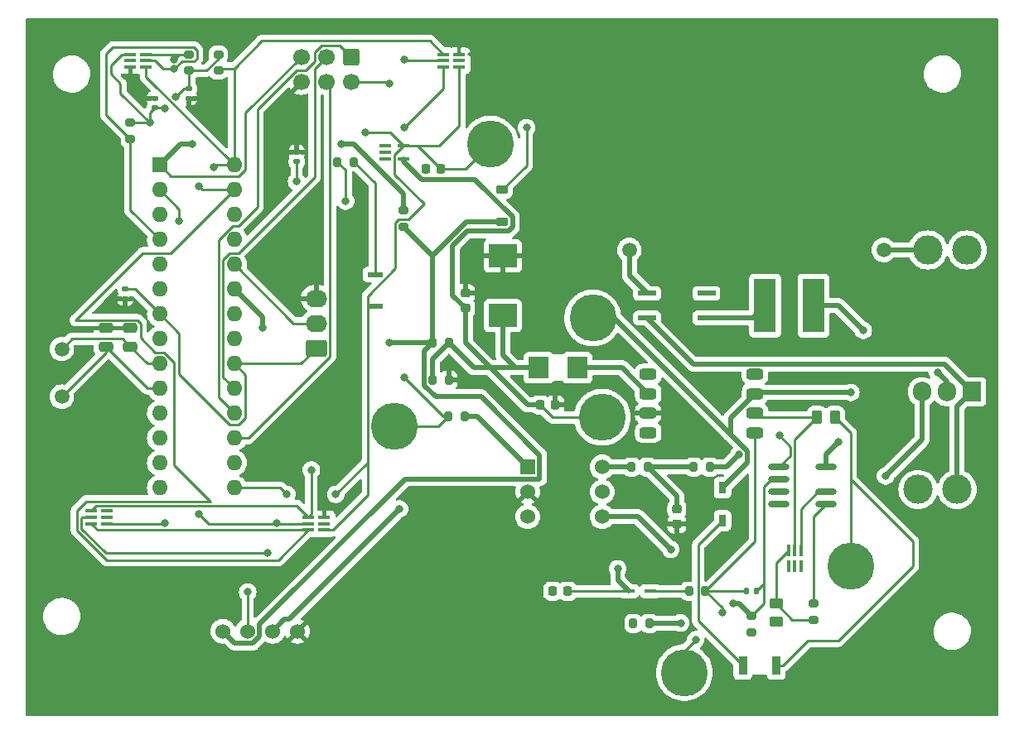
<source format=gtl>
G04 #@! TF.GenerationSoftware,KiCad,Pcbnew,(7.0.0)*
G04 #@! TF.CreationDate,2023-03-08T04:37:20-06:00*
G04 #@! TF.ProjectId,445,3434352e-6b69-4636-9164-5f7063625858,rev?*
G04 #@! TF.SameCoordinates,Original*
G04 #@! TF.FileFunction,Copper,L1,Top*
G04 #@! TF.FilePolarity,Positive*
%FSLAX46Y46*%
G04 Gerber Fmt 4.6, Leading zero omitted, Abs format (unit mm)*
G04 Created by KiCad (PCBNEW (7.0.0)) date 2023-03-08 04:37:20*
%MOMM*%
%LPD*%
G01*
G04 APERTURE LIST*
G04 Aperture macros list*
%AMRoundRect*
0 Rectangle with rounded corners*
0 $1 Rounding radius*
0 $2 $3 $4 $5 $6 $7 $8 $9 X,Y pos of 4 corners*
0 Add a 4 corners polygon primitive as box body*
4,1,4,$2,$3,$4,$5,$6,$7,$8,$9,$2,$3,0*
0 Add four circle primitives for the rounded corners*
1,1,$1+$1,$2,$3*
1,1,$1+$1,$4,$5*
1,1,$1+$1,$6,$7*
1,1,$1+$1,$8,$9*
0 Add four rect primitives between the rounded corners*
20,1,$1+$1,$2,$3,$4,$5,0*
20,1,$1+$1,$4,$5,$6,$7,0*
20,1,$1+$1,$6,$7,$8,$9,0*
20,1,$1+$1,$8,$9,$2,$3,0*%
G04 Aperture macros list end*
G04 #@! TA.AperFunction,SMDPad,CuDef*
%ADD10R,2.895600X2.400300*%
G04 #@! TD*
G04 #@! TA.AperFunction,SMDPad,CuDef*
%ADD11R,1.200000X0.400000*%
G04 #@! TD*
G04 #@! TA.AperFunction,ComponentPad*
%ADD12C,1.500000*%
G04 #@! TD*
G04 #@! TA.AperFunction,SMDPad,CuDef*
%ADD13R,1.850000X0.500000*%
G04 #@! TD*
G04 #@! TA.AperFunction,SMDPad,CuDef*
%ADD14RoundRect,0.225000X0.225000X0.250000X-0.225000X0.250000X-0.225000X-0.250000X0.225000X-0.250000X0*%
G04 #@! TD*
G04 #@! TA.AperFunction,SMDPad,CuDef*
%ADD15RoundRect,0.200000X-0.200000X-0.275000X0.200000X-0.275000X0.200000X0.275000X-0.200000X0.275000X0*%
G04 #@! TD*
G04 #@! TA.AperFunction,SMDPad,CuDef*
%ADD16RoundRect,0.280000X-0.570000X-0.280000X0.570000X-0.280000X0.570000X0.280000X-0.570000X0.280000X0*%
G04 #@! TD*
G04 #@! TA.AperFunction,ComponentPad*
%ADD17R,1.600000X1.600000*%
G04 #@! TD*
G04 #@! TA.AperFunction,ComponentPad*
%ADD18O,1.600000X1.600000*%
G04 #@! TD*
G04 #@! TA.AperFunction,SMDPad,CuDef*
%ADD19R,1.300000X0.400000*%
G04 #@! TD*
G04 #@! TA.AperFunction,ComponentPad*
%ADD20C,1.530000*%
G04 #@! TD*
G04 #@! TA.AperFunction,SMDPad,CuDef*
%ADD21RoundRect,0.225000X0.375000X-0.225000X0.375000X0.225000X-0.375000X0.225000X-0.375000X-0.225000X0*%
G04 #@! TD*
G04 #@! TA.AperFunction,SMDPad,CuDef*
%ADD22O,2.200001X0.599999*%
G04 #@! TD*
G04 #@! TA.AperFunction,ComponentPad*
%ADD23RoundRect,0.250000X-0.600000X0.600000X-0.600000X-0.600000X0.600000X-0.600000X0.600000X0.600000X0*%
G04 #@! TD*
G04 #@! TA.AperFunction,ComponentPad*
%ADD24C,1.700000*%
G04 #@! TD*
G04 #@! TA.AperFunction,SMDPad,CuDef*
%ADD25RoundRect,0.200000X0.275000X-0.200000X0.275000X0.200000X-0.275000X0.200000X-0.275000X-0.200000X0*%
G04 #@! TD*
G04 #@! TA.AperFunction,SMDPad,CuDef*
%ADD26RoundRect,0.250000X0.475000X-0.250000X0.475000X0.250000X-0.475000X0.250000X-0.475000X-0.250000X0*%
G04 #@! TD*
G04 #@! TA.AperFunction,SMDPad,CuDef*
%ADD27RoundRect,0.250000X0.262500X0.450000X-0.262500X0.450000X-0.262500X-0.450000X0.262500X-0.450000X0*%
G04 #@! TD*
G04 #@! TA.AperFunction,SMDPad,CuDef*
%ADD28RoundRect,0.200000X-0.275000X0.200000X-0.275000X-0.200000X0.275000X-0.200000X0.275000X0.200000X0*%
G04 #@! TD*
G04 #@! TA.AperFunction,SMDPad,CuDef*
%ADD29RoundRect,0.250000X-0.450000X0.262500X-0.450000X-0.262500X0.450000X-0.262500X0.450000X0.262500X0*%
G04 #@! TD*
G04 #@! TA.AperFunction,SMDPad,CuDef*
%ADD30R,0.914400X1.905000*%
G04 #@! TD*
G04 #@! TA.AperFunction,ComponentPad*
%ADD31C,4.800000*%
G04 #@! TD*
G04 #@! TA.AperFunction,SMDPad,CuDef*
%ADD32RoundRect,0.225000X-0.250000X0.225000X-0.250000X-0.225000X0.250000X-0.225000X0.250000X0.225000X0*%
G04 #@! TD*
G04 #@! TA.AperFunction,SMDPad,CuDef*
%ADD33R,1.168400X0.457200*%
G04 #@! TD*
G04 #@! TA.AperFunction,SMDPad,CuDef*
%ADD34RoundRect,0.200000X0.200000X0.275000X-0.200000X0.275000X-0.200000X-0.275000X0.200000X-0.275000X0*%
G04 #@! TD*
G04 #@! TA.AperFunction,ComponentPad*
%ADD35C,3.000000*%
G04 #@! TD*
G04 #@! TA.AperFunction,SMDPad,CuDef*
%ADD36RoundRect,0.225000X0.250000X-0.225000X0.250000X0.225000X-0.250000X0.225000X-0.250000X-0.225000X0*%
G04 #@! TD*
G04 #@! TA.AperFunction,SMDPad,CuDef*
%ADD37RoundRect,0.140000X0.170000X-0.140000X0.170000X0.140000X-0.170000X0.140000X-0.170000X-0.140000X0*%
G04 #@! TD*
G04 #@! TA.AperFunction,SMDPad,CuDef*
%ADD38RoundRect,0.225000X-0.225000X-0.250000X0.225000X-0.250000X0.225000X0.250000X-0.225000X0.250000X0*%
G04 #@! TD*
G04 #@! TA.AperFunction,ComponentPad*
%ADD39R,1.905000X2.000000*%
G04 #@! TD*
G04 #@! TA.AperFunction,ComponentPad*
%ADD40O,1.905000X2.000000*%
G04 #@! TD*
G04 #@! TA.AperFunction,ComponentPad*
%ADD41R,1.524000X1.524000*%
G04 #@! TD*
G04 #@! TA.AperFunction,ComponentPad*
%ADD42C,1.524000*%
G04 #@! TD*
G04 #@! TA.AperFunction,SMDPad,CuDef*
%ADD43R,2.260600X5.511800*%
G04 #@! TD*
G04 #@! TA.AperFunction,SMDPad,CuDef*
%ADD44RoundRect,0.135000X-0.135000X-0.185000X0.135000X-0.185000X0.135000X0.185000X-0.135000X0.185000X0*%
G04 #@! TD*
G04 #@! TA.AperFunction,SMDPad,CuDef*
%ADD45R,0.400000X1.300000*%
G04 #@! TD*
G04 #@! TA.AperFunction,ComponentPad*
%ADD46RoundRect,0.250000X0.845000X-0.620000X0.845000X0.620000X-0.845000X0.620000X-0.845000X-0.620000X0*%
G04 #@! TD*
G04 #@! TA.AperFunction,ComponentPad*
%ADD47O,2.190000X1.740000*%
G04 #@! TD*
G04 #@! TA.AperFunction,SMDPad,CuDef*
%ADD48RoundRect,0.140000X-0.170000X0.140000X-0.170000X-0.140000X0.170000X-0.140000X0.170000X0.140000X0*%
G04 #@! TD*
G04 #@! TA.AperFunction,SMDPad,CuDef*
%ADD49R,1.500000X0.550000*%
G04 #@! TD*
G04 #@! TA.AperFunction,SMDPad,CuDef*
%ADD50R,2.057400X2.260600*%
G04 #@! TD*
G04 #@! TA.AperFunction,SMDPad,CuDef*
%ADD51R,0.762000X1.219200*%
G04 #@! TD*
G04 #@! TA.AperFunction,ViaPad*
%ADD52C,0.800000*%
G04 #@! TD*
G04 #@! TA.AperFunction,Conductor*
%ADD53C,0.508000*%
G04 #@! TD*
G04 #@! TA.AperFunction,Conductor*
%ADD54C,0.254000*%
G04 #@! TD*
G04 #@! TA.AperFunction,Conductor*
%ADD55C,0.250000*%
G04 #@! TD*
G04 APERTURE END LIST*
D10*
X179069999Y-60718699D03*
X179069999Y-54609999D03*
D11*
X167049999Y-43349999D03*
X167049999Y-43999999D03*
X167049999Y-44649999D03*
X168949999Y-44649999D03*
X168949999Y-43349999D03*
D12*
X134000000Y-69000000D03*
X134000000Y-64120000D03*
D13*
X199874999Y-60939999D03*
X199874999Y-58439999D03*
X193824999Y-58439999D03*
X193824999Y-60939999D03*
D14*
X185700000Y-88900000D03*
X184150000Y-88900000D03*
D15*
X173500000Y-71000000D03*
X175150000Y-71000000D03*
D12*
X218000000Y-54000000D03*
X192000000Y-54000000D03*
D16*
X204850000Y-66695000D03*
X204850000Y-68695000D03*
X204850000Y-70695000D03*
X204850000Y-72695000D03*
X193930000Y-72695000D03*
X193930000Y-70695000D03*
X193930000Y-68695000D03*
X193930000Y-66695000D03*
D17*
X143999999Y-45299999D03*
D18*
X143999999Y-47839999D03*
X143999999Y-50379999D03*
X143999999Y-52919999D03*
X143999999Y-55459999D03*
X143999999Y-57999999D03*
X143999999Y-60539999D03*
X143999999Y-63079999D03*
X143999999Y-65619999D03*
X143999999Y-68159999D03*
X143999999Y-70699999D03*
X143999999Y-73239999D03*
X143999999Y-75779999D03*
X143999999Y-78319999D03*
X151619999Y-78319999D03*
X151619999Y-75779999D03*
X151619999Y-73239999D03*
X151619999Y-70699999D03*
X151619999Y-68159999D03*
X151619999Y-65619999D03*
X151619999Y-63079999D03*
X151619999Y-60539999D03*
X151619999Y-57999999D03*
X151619999Y-55459999D03*
X151619999Y-52919999D03*
X151619999Y-50379999D03*
X151619999Y-47839999D03*
X151619999Y-45299999D03*
D19*
X174599999Y-35299999D03*
X174599999Y-34649999D03*
X174599999Y-33999999D03*
X172999999Y-33999999D03*
X172999999Y-34649999D03*
X172999999Y-35299999D03*
D20*
X150460000Y-93000000D03*
X153000000Y-93000000D03*
X155540000Y-93000000D03*
X158080000Y-93000000D03*
D21*
X179000000Y-51150000D03*
X179000000Y-47850000D03*
D22*
X207289999Y-76199999D03*
X207289999Y-77469999D03*
X207289999Y-78739999D03*
X207289999Y-80009999D03*
X212089999Y-80009999D03*
X212089999Y-78739999D03*
X212089999Y-76199999D03*
D23*
X163545000Y-34247500D03*
D24*
X163545000Y-36787500D03*
X161005000Y-34247500D03*
X161005000Y-36787500D03*
X158465000Y-34247500D03*
X158465000Y-36787500D03*
D25*
X141000000Y-42650000D03*
X141000000Y-41000000D03*
X210820000Y-90170000D03*
X210820000Y-91820000D03*
D26*
X141000000Y-63900000D03*
X141000000Y-62000000D03*
D27*
X213002500Y-71120000D03*
X211177500Y-71120000D03*
D28*
X147000000Y-34000000D03*
X147000000Y-35650000D03*
X204470000Y-91440000D03*
X204470000Y-93090000D03*
D29*
X207010000Y-91995000D03*
X207010000Y-90170000D03*
D30*
X207009999Y-96519999D03*
X203606399Y-96519999D03*
D31*
X177800000Y-43180000D03*
D32*
X196850000Y-80505000D03*
X196850000Y-82055000D03*
D33*
X194157599Y-88899999D03*
X191922399Y-88899999D03*
D31*
X197612000Y-97231200D03*
D19*
X140999999Y-33999999D03*
X140999999Y-34649999D03*
X140999999Y-35299999D03*
X142599999Y-35299999D03*
X142599999Y-34649999D03*
X142599999Y-33999999D03*
D34*
X194056000Y-92202000D03*
X192406000Y-92202000D03*
X173545000Y-63500000D03*
X171895000Y-63500000D03*
D15*
X192215000Y-76200000D03*
X193865000Y-76200000D03*
D25*
X150000000Y-35650000D03*
X150000000Y-34000000D03*
D35*
X221500000Y-78500000D03*
X225500000Y-78500000D03*
D31*
X188264800Y-60960000D03*
X168000000Y-72000000D03*
D34*
X199770000Y-88900000D03*
X198120000Y-88900000D03*
D36*
X175260000Y-59970000D03*
X175260000Y-58420000D03*
D37*
X140500000Y-58980000D03*
X140500000Y-58020000D03*
D38*
X171170000Y-45720000D03*
X172720000Y-45720000D03*
D15*
X162175000Y-45000000D03*
X163825000Y-45000000D03*
D37*
X143500000Y-39460000D03*
X143500000Y-38500000D03*
D39*
X226999999Y-68499999D03*
D40*
X224459999Y-68499999D03*
X221919999Y-68499999D03*
D19*
X160799999Y-82649999D03*
X160799999Y-81999999D03*
X160799999Y-81349999D03*
X159199999Y-81349999D03*
X159199999Y-81999999D03*
X159199999Y-82649999D03*
D15*
X171895000Y-67310000D03*
X173545000Y-67310000D03*
D41*
X181609999Y-76199999D03*
D42*
X181610000Y-78740000D03*
X181610000Y-81280000D03*
X189230000Y-81280000D03*
X189230000Y-78740000D03*
X189230000Y-76200000D03*
D43*
X210819999Y-59689999D03*
X205866999Y-59689999D03*
D44*
X204980000Y-88900000D03*
X203960000Y-88900000D03*
D45*
X209549999Y-86359999D03*
X208899999Y-86359999D03*
X208249999Y-86359999D03*
X208249999Y-84759999D03*
X208899999Y-84759999D03*
X209549999Y-84759999D03*
D37*
X158000000Y-44960000D03*
X158000000Y-44000000D03*
D25*
X168910000Y-51625000D03*
X168910000Y-49975000D03*
D26*
X138500000Y-63900000D03*
X138500000Y-62000000D03*
D31*
X214630000Y-86360000D03*
D46*
X160000000Y-64040000D03*
D47*
X159999999Y-61499999D03*
X159999999Y-58959999D03*
D48*
X147000000Y-37520000D03*
X147000000Y-38480000D03*
D31*
X189230000Y-71120000D03*
D15*
X198565000Y-76200000D03*
X200215000Y-76200000D03*
D49*
X165999999Y-59749999D03*
X165999999Y-56499999D03*
D35*
X222500000Y-54000000D03*
X226500000Y-54000000D03*
D50*
X182752999Y-66039999D03*
X186689999Y-66039999D03*
D38*
X182880000Y-69850000D03*
X184430000Y-69850000D03*
D19*
X138599999Y-81999999D03*
X138599999Y-81349999D03*
X138599999Y-80699999D03*
X136999999Y-80699999D03*
X136999999Y-81349999D03*
X136999999Y-81999999D03*
D51*
X201523599Y-78333599D03*
X201523599Y-81686399D03*
D52*
X149500000Y-45500000D03*
X159500000Y-76500000D03*
X169000000Y-41500000D03*
X145486286Y-34486286D03*
X148000000Y-47500000D03*
X145672299Y-38327701D03*
X144500000Y-39500000D03*
X169000000Y-34500000D03*
X145500000Y-35500000D03*
X181500000Y-41500000D03*
X167500000Y-37000000D03*
X168500000Y-80500000D03*
X154500000Y-62000000D03*
X162000000Y-79000000D03*
X144500000Y-81925500D03*
X190804800Y-86614000D03*
X207314800Y-72999600D03*
X167487600Y-63500000D03*
X202641200Y-90170000D03*
X197256400Y-92151200D03*
X218186000Y-77114400D03*
X196240400Y-84632800D03*
X198780400Y-93878400D03*
X201472800Y-91084400D03*
X223520000Y-66534500D03*
X203200000Y-74930000D03*
X213360000Y-73660000D03*
X214630000Y-68580000D03*
X215900000Y-62230000D03*
X147320000Y-43180000D03*
X162560000Y-43180000D03*
X165000000Y-42000000D03*
X143000000Y-41000000D03*
X163000000Y-49000000D03*
X158000000Y-47000000D03*
X148000000Y-81000000D03*
X156000000Y-81925500D03*
X155000000Y-85000000D03*
X169000000Y-67000000D03*
X146000000Y-51000000D03*
X157000000Y-79000000D03*
X153000000Y-89000000D03*
D53*
X190804800Y-87782400D02*
X191922400Y-88900000D01*
D54*
X204850000Y-70695000D02*
X205275000Y-71120000D01*
X205275000Y-71120000D02*
X211177500Y-71120000D01*
X207314800Y-72999600D02*
X208446000Y-74130800D01*
X208446000Y-74130800D02*
X208446000Y-75044000D01*
X208446000Y-75044000D02*
X207290000Y-76200000D01*
X208900000Y-73397500D02*
X211177500Y-71120000D01*
X149700000Y-45300000D02*
X149500000Y-45500000D01*
X151620000Y-45300000D02*
X149700000Y-45300000D01*
X159500000Y-76500000D02*
X159500000Y-81050000D01*
X159500000Y-81050000D02*
X159200000Y-81350000D01*
X173000000Y-37500000D02*
X169000000Y-41500000D01*
X173000000Y-35300000D02*
X173000000Y-37500000D01*
X150000000Y-35650000D02*
X150220000Y-35430000D01*
X150220000Y-35430000D02*
X151620000Y-35430000D01*
X151620000Y-47840000D02*
X145128181Y-54331819D01*
X145128181Y-54331819D02*
X142265072Y-54331819D01*
X142265072Y-54331819D02*
X135423891Y-61173000D01*
X135548000Y-82687224D02*
X138587776Y-85727000D01*
X135423891Y-61173000D02*
X141714001Y-61173000D01*
X141714001Y-61173000D02*
X142052000Y-61510999D01*
X143533181Y-64493000D02*
X144466819Y-64493000D01*
X142052000Y-61510999D02*
X142052000Y-63011819D01*
X142052000Y-63011819D02*
X143533181Y-64493000D01*
X144466819Y-64493000D02*
X145500000Y-65526181D01*
X145500000Y-76000000D02*
X149223000Y-79723000D01*
X145500000Y-65526181D02*
X145500000Y-76000000D01*
X149223000Y-79723000D02*
X136473000Y-79723000D01*
X136473000Y-79723000D02*
X135548000Y-80648000D01*
X135548000Y-80648000D02*
X135548000Y-82687224D01*
X138587776Y-85727000D02*
X156123000Y-85727000D01*
X156123000Y-85727000D02*
X159200000Y-82650000D01*
X151620000Y-47840000D02*
X148340000Y-47840000D01*
X145972572Y-34000000D02*
X147000000Y-34000000D01*
X148340000Y-47840000D02*
X148000000Y-47500000D01*
X145486286Y-34486286D02*
X145972572Y-34000000D01*
X147000000Y-35650000D02*
X148779709Y-35650000D01*
X148779709Y-35650000D02*
X150000000Y-34429709D01*
X150000000Y-34429709D02*
X150000000Y-34000000D01*
X146480000Y-37520000D02*
X147000000Y-37520000D01*
X143500000Y-39460000D02*
X144460000Y-39460000D01*
X145672299Y-38327701D02*
X146480000Y-37520000D01*
X144460000Y-39460000D02*
X144500000Y-39500000D01*
X141000000Y-42650000D02*
X138548000Y-40198000D01*
X138548000Y-40198000D02*
X138548000Y-33952000D01*
X139227000Y-33273000D02*
X147493291Y-33273000D01*
X146273000Y-34727000D02*
X145500000Y-35500000D01*
X138548000Y-33952000D02*
X139227000Y-33273000D01*
X147493291Y-33273000D02*
X147802000Y-33581709D01*
X147802000Y-33581709D02*
X147802000Y-34418291D01*
X147802000Y-34418291D02*
X147493291Y-34727000D01*
X147493291Y-34727000D02*
X146273000Y-34727000D01*
X145500000Y-35500000D02*
X144354000Y-35500000D01*
X144354000Y-35500000D02*
X143504000Y-34650000D01*
X143504000Y-34650000D02*
X142600000Y-34650000D01*
X173000000Y-34650000D02*
X169150000Y-34650000D01*
X169150000Y-34650000D02*
X169000000Y-34500000D01*
X163545000Y-36787500D02*
X167287500Y-36787500D01*
X167287500Y-36787500D02*
X167500000Y-37000000D01*
X181500000Y-41500000D02*
X181500000Y-45350000D01*
X181500000Y-45350000D02*
X179000000Y-47850000D01*
D53*
X154500000Y-62000000D02*
X154500000Y-60880000D01*
X154500000Y-60880000D02*
X151620000Y-58000000D01*
X156759000Y-91781000D02*
X157219000Y-91781000D01*
X155540000Y-93000000D02*
X156759000Y-91781000D01*
X157219000Y-91781000D02*
X168500000Y-80500000D01*
X150460000Y-93000000D02*
X151679000Y-94219000D01*
X151679000Y-94219000D02*
X153504927Y-94219000D01*
X182826000Y-74984000D02*
X176842000Y-69000000D01*
X153504927Y-94219000D02*
X154219000Y-93504927D01*
X154219000Y-93504927D02*
X154219000Y-92281000D01*
X169084000Y-77416000D02*
X182826000Y-77416000D01*
X154219000Y-92281000D02*
X169084000Y-77416000D01*
X182826000Y-77416000D02*
X182826000Y-74984000D01*
X176842000Y-69000000D02*
X172185104Y-69000000D01*
X172185104Y-69000000D02*
X171041000Y-67855896D01*
X171041000Y-67855896D02*
X171041000Y-64354000D01*
X171041000Y-64354000D02*
X171895000Y-63500000D01*
D54*
X165273000Y-79081000D02*
X165273000Y-75500000D01*
X165273000Y-75500000D02*
X165273000Y-58727000D01*
X162000000Y-79000000D02*
X165273000Y-75727000D01*
X165273000Y-75727000D02*
X165273000Y-75500000D01*
X138600000Y-82000000D02*
X144425500Y-82000000D01*
X144425500Y-82000000D02*
X144500000Y-81925500D01*
X160800000Y-82650000D02*
X161704000Y-82650000D01*
X165273000Y-58727000D02*
X168108000Y-55892000D01*
X161704000Y-82650000D02*
X165273000Y-79081000D01*
X169403291Y-50898000D02*
X171000000Y-49301291D01*
X168023000Y-46324291D02*
X168023000Y-44277000D01*
X168108000Y-55892000D02*
X168108000Y-51206709D01*
X168108000Y-51206709D02*
X168416709Y-50898000D01*
X168416709Y-50898000D02*
X169403291Y-50898000D01*
X171000000Y-49301291D02*
X168023000Y-46324291D01*
X168023000Y-44277000D02*
X168950000Y-43350000D01*
D53*
X207290000Y-73024400D02*
X207314800Y-72999600D01*
X190804800Y-86614000D02*
X190804800Y-87782400D01*
X175260000Y-59970000D02*
X173939200Y-58649200D01*
X173939200Y-58649200D02*
X173939200Y-53567064D01*
X173939200Y-53567064D02*
X175452264Y-52054000D01*
X175452264Y-52054000D02*
X179656251Y-52054000D01*
X179656251Y-52054000D02*
X180054000Y-51656251D01*
X180054000Y-51656251D02*
X180054000Y-50643749D01*
X180054000Y-50643749D02*
X176197051Y-46786800D01*
X176197051Y-46786800D02*
X170789600Y-46786800D01*
X170789600Y-46786800D02*
X168950000Y-44947200D01*
X168950000Y-44947200D02*
X168950000Y-44650000D01*
X171895000Y-63500000D02*
X167487600Y-63500000D01*
X194056000Y-92202000D02*
X197205600Y-92202000D01*
X197205600Y-92202000D02*
X197256400Y-92151200D01*
X202641200Y-90170000D02*
X203200000Y-90170000D01*
X203200000Y-90170000D02*
X204470000Y-91440000D01*
X221920000Y-73380400D02*
X221920000Y-68500000D01*
X189230000Y-81280000D02*
X192887600Y-81280000D01*
X192887600Y-81280000D02*
X196240400Y-84632800D01*
X218186000Y-77114400D02*
X221920000Y-73380400D01*
X188264800Y-60960000D02*
X188992800Y-60232000D01*
X188992800Y-60232000D02*
X189709739Y-60232000D01*
X189709739Y-60232000D02*
X202362739Y-72885000D01*
D54*
X199770000Y-88900000D02*
X201472800Y-90602800D01*
X201472800Y-90602800D02*
X201472800Y-91084400D01*
X198780400Y-93878400D02*
X197612000Y-95046800D01*
X197612000Y-95046800D02*
X197612000Y-97231200D01*
X182880000Y-69850000D02*
X184150000Y-71120000D01*
X184150000Y-71120000D02*
X189230000Y-71120000D01*
X214630000Y-86360000D02*
X214630000Y-72747500D01*
X214630000Y-72747500D02*
X213002500Y-71120000D01*
X210261200Y-93980000D02*
X213360000Y-93980000D01*
X220980000Y-83820000D02*
X214630000Y-77470000D01*
X207721200Y-96520000D02*
X210261200Y-93980000D01*
X207010000Y-96520000D02*
X207721200Y-96520000D01*
X213360000Y-93980000D02*
X220980000Y-86360000D01*
X220980000Y-86360000D02*
X220980000Y-83820000D01*
X203606400Y-96520000D02*
X199043000Y-91956600D01*
X199043000Y-91956600D02*
X199043000Y-84167000D01*
X199043000Y-84167000D02*
X201523600Y-81686400D01*
X204470000Y-91440000D02*
X205740000Y-90170000D01*
X205740000Y-90170000D02*
X205740000Y-88140000D01*
X205740000Y-88140000D02*
X205740000Y-78219999D01*
X204980000Y-88900000D02*
X205740000Y-88140000D01*
X205740000Y-78219999D02*
X206489999Y-77470000D01*
X206489999Y-77470000D02*
X207290000Y-77470000D01*
X203960000Y-88900000D02*
X199770000Y-88900000D01*
X210820000Y-90170000D02*
X210820000Y-81280000D01*
X210820000Y-81280000D02*
X212090000Y-80010000D01*
X207010000Y-90170000D02*
X208660000Y-91820000D01*
X208660000Y-91820000D02*
X210820000Y-91820000D01*
X209550000Y-84760000D02*
X209550000Y-80479999D01*
X209550000Y-80479999D02*
X211289999Y-78740000D01*
X211289999Y-78740000D02*
X212090000Y-78740000D01*
X208900000Y-84760000D02*
X208900000Y-73397500D01*
X208250000Y-84760000D02*
X207010000Y-86000000D01*
X207010000Y-86000000D02*
X207010000Y-90170000D01*
D53*
X204850000Y-68695000D02*
X202362739Y-71182261D01*
X202362739Y-71182261D02*
X202362739Y-72885000D01*
X202362739Y-72885000D02*
X204054000Y-74576261D01*
X204054000Y-74576261D02*
X204054000Y-75803200D01*
X204054000Y-75803200D02*
X201523600Y-78333600D01*
X182880000Y-69850000D02*
X181610000Y-69850000D01*
X181610000Y-69850000D02*
X177800000Y-66040000D01*
X222500000Y-54000000D02*
X218000000Y-54000000D01*
X224460000Y-67474500D02*
X223520000Y-66534500D01*
X224460000Y-68500000D02*
X224460000Y-67474500D01*
X201930000Y-76200000D02*
X203200000Y-74930000D01*
X200215000Y-76200000D02*
X201930000Y-76200000D01*
X212090000Y-74930000D02*
X213360000Y-73660000D01*
X212090000Y-76200000D02*
X212090000Y-74930000D01*
D54*
X199770000Y-88900000D02*
X204850000Y-83820000D01*
X204850000Y-83820000D02*
X204850000Y-72695000D01*
X194157600Y-88900000D02*
X198120000Y-88900000D01*
X191922400Y-88900000D02*
X185700000Y-88900000D01*
D53*
X189230000Y-76200000D02*
X192215000Y-76200000D01*
X196850000Y-80505000D02*
X196850000Y-79185000D01*
X196850000Y-79185000D02*
X193865000Y-76200000D01*
X193865000Y-76200000D02*
X198565000Y-76200000D01*
X175150000Y-71000000D02*
X176410000Y-71000000D01*
X176410000Y-71000000D02*
X181610000Y-76200000D01*
X210820000Y-59690000D02*
X213360000Y-59690000D01*
X213360000Y-59690000D02*
X215900000Y-62230000D01*
X214630000Y-68580000D02*
X204965000Y-68580000D01*
X204965000Y-68580000D02*
X204850000Y-68695000D01*
X193825000Y-60940000D02*
X198566000Y-65681000D01*
X198566000Y-65681000D02*
X224181000Y-65681000D01*
X224181000Y-65681000D02*
X227000000Y-68500000D01*
X199875000Y-60940000D02*
X204617000Y-60940000D01*
X204617000Y-60940000D02*
X205867000Y-59690000D01*
X186690000Y-66040000D02*
X191275000Y-66040000D01*
X191275000Y-66040000D02*
X193930000Y-68695000D01*
X225500000Y-78500000D02*
X225500000Y-70000000D01*
X225500000Y-70000000D02*
X227000000Y-68500000D01*
X192000000Y-54000000D02*
X192000000Y-56615000D01*
X192000000Y-56615000D02*
X193825000Y-58440000D01*
X147320000Y-43180000D02*
X146120000Y-43180000D01*
X146120000Y-43180000D02*
X144000000Y-45300000D01*
X168910000Y-49975000D02*
X168910000Y-48260000D01*
X168910000Y-48260000D02*
X163830000Y-43180000D01*
X163830000Y-43180000D02*
X162560000Y-43180000D01*
X179000000Y-51150000D02*
X175355000Y-51150000D01*
X175355000Y-51150000D02*
X171895000Y-54610000D01*
X171895000Y-63500000D02*
X171895000Y-54610000D01*
X171895000Y-54610000D02*
X168910000Y-51625000D01*
X171895000Y-67310000D02*
X171895000Y-65150000D01*
X171895000Y-65150000D02*
X173545000Y-63500000D01*
X180340000Y-66040000D02*
X177800000Y-66040000D01*
X177800000Y-66040000D02*
X176085000Y-66040000D01*
X175260000Y-59970000D02*
X175260000Y-63500000D01*
X175260000Y-63500000D02*
X177800000Y-66040000D01*
X182753000Y-66040000D02*
X180340000Y-66040000D01*
X179070000Y-60718700D02*
X179070000Y-64770000D01*
X179070000Y-64770000D02*
X180340000Y-66040000D01*
X176085000Y-66040000D02*
X173545000Y-63500000D01*
D54*
X168950000Y-43350000D02*
X172550000Y-43350000D01*
X172550000Y-43350000D02*
X174600000Y-41300000D01*
X174600000Y-41300000D02*
X174600000Y-35300000D01*
X172720000Y-45720000D02*
X175260000Y-45720000D01*
X175260000Y-45720000D02*
X177800000Y-43180000D01*
X172720000Y-45720000D02*
X170350000Y-43350000D01*
X170350000Y-43350000D02*
X168950000Y-43350000D01*
D55*
X152085991Y-71825000D02*
X151154009Y-71825000D01*
X152745000Y-66745000D02*
X152745000Y-71165991D01*
X151154009Y-71825000D02*
X146000000Y-66670991D01*
X160000000Y-64040000D02*
X158420000Y-65620000D01*
X146000000Y-62540000D02*
X144000000Y-60540000D01*
X152745000Y-71165991D02*
X152085991Y-71825000D01*
X158420000Y-65620000D02*
X151620000Y-65620000D01*
X151620000Y-65620000D02*
X152745000Y-66745000D01*
X140500000Y-58020000D02*
X141480000Y-58020000D01*
X146000000Y-66670991D02*
X146000000Y-62540000D01*
X141480000Y-58020000D02*
X144000000Y-60540000D01*
X140000000Y-37000000D02*
X139000000Y-36000000D01*
X140100000Y-34000000D02*
X141000000Y-34000000D01*
X143000000Y-39960000D02*
X143500000Y-39460000D01*
X139000000Y-36000000D02*
X139000000Y-35100000D01*
X147000000Y-35650000D02*
X147000000Y-37520000D01*
X140000000Y-38000000D02*
X140000000Y-37000000D01*
X143000000Y-41000000D02*
X140000000Y-38000000D01*
X143000000Y-41000000D02*
X143000000Y-39960000D01*
X143000000Y-41000000D02*
X141000000Y-41000000D01*
X167600000Y-42000000D02*
X165000000Y-42000000D01*
X139000000Y-35100000D02*
X140100000Y-34000000D01*
X168950000Y-43350000D02*
X167600000Y-42000000D01*
X142760000Y-68160000D02*
X144000000Y-68160000D01*
X138500000Y-63900000D02*
X138500000Y-64500000D01*
X138500000Y-63900000D02*
X142760000Y-68160000D01*
X138500000Y-64500000D02*
X134000000Y-69000000D01*
X135045000Y-63075000D02*
X134000000Y-64120000D01*
X140175000Y-63075000D02*
X135045000Y-63075000D01*
X142720000Y-65620000D02*
X144000000Y-65620000D01*
X141000000Y-63900000D02*
X140175000Y-63075000D01*
X141000000Y-63900000D02*
X142720000Y-65620000D01*
X163000000Y-45825000D02*
X163000000Y-49000000D01*
X158000000Y-47000000D02*
X158000000Y-44960000D01*
X162175000Y-45000000D02*
X163000000Y-45825000D01*
X162175000Y-45000000D02*
X162000000Y-45000000D01*
X157660000Y-61500000D02*
X151620000Y-55460000D01*
X160000000Y-61500000D02*
X157660000Y-61500000D01*
X159830000Y-33760799D02*
X159830000Y-34734201D01*
X158951701Y-35612500D02*
X157978299Y-35612500D01*
X163545000Y-34247500D02*
X162370000Y-33072500D01*
X152085991Y-51505000D02*
X151444009Y-51505000D01*
X150000000Y-69080000D02*
X151620000Y-70700000D01*
X160518299Y-33072500D02*
X159830000Y-33760799D01*
X150000000Y-52949009D02*
X150000000Y-69080000D01*
X157978299Y-35612500D02*
X154000000Y-39590799D01*
X162370000Y-33072500D02*
X160518299Y-33072500D01*
X154000000Y-39590799D02*
X154000000Y-49590991D01*
X154000000Y-49590991D02*
X152085991Y-51505000D01*
X151444009Y-51505000D02*
X150000000Y-52949009D01*
X159830000Y-34734201D02*
X158951701Y-35612500D01*
X150495000Y-67035000D02*
X151620000Y-68160000D01*
X150495000Y-54994009D02*
X150495000Y-67035000D01*
X151154009Y-54335000D02*
X150495000Y-54994009D01*
X152085991Y-54335000D02*
X151154009Y-54335000D01*
X159830000Y-35422500D02*
X159830000Y-46590991D01*
X161005000Y-34247500D02*
X159830000Y-35422500D01*
X159830000Y-46590991D02*
X152085991Y-54335000D01*
X153078173Y-73240000D02*
X151620000Y-73240000D01*
X161005000Y-36787500D02*
X161420000Y-37202500D01*
X161420000Y-37202500D02*
X161420000Y-64898173D01*
X161420000Y-64898173D02*
X153078173Y-73240000D01*
X152085991Y-46425000D02*
X145125000Y-46425000D01*
X152745000Y-39967500D02*
X152745000Y-45765991D01*
X158465000Y-34247500D02*
X152745000Y-39967500D01*
X145125000Y-46425000D02*
X144000000Y-45300000D01*
X152745000Y-45765991D02*
X152085991Y-46425000D01*
X158025000Y-80175000D02*
X159200000Y-81350000D01*
X142600000Y-35300000D02*
X142600000Y-36280000D01*
X151620000Y-35430000D02*
X151620000Y-45300000D01*
X137525000Y-80175000D02*
X158025000Y-80175000D01*
X151620000Y-36270000D02*
X151620000Y-45300000D01*
X142600000Y-36280000D02*
X151620000Y-45300000D01*
X137000000Y-80700000D02*
X137525000Y-80175000D01*
X173000000Y-34000000D02*
X171622500Y-32622500D01*
X154427500Y-32622500D02*
X151620000Y-35430000D01*
X171622500Y-32622500D02*
X154427500Y-32622500D01*
X136100000Y-81350000D02*
X136000000Y-81450000D01*
X137000000Y-81350000D02*
X136100000Y-81350000D01*
X156000000Y-81925500D02*
X156074500Y-82000000D01*
X159200000Y-82000000D02*
X149000000Y-82000000D01*
X138500000Y-85000000D02*
X155000000Y-85000000D01*
X136000000Y-81450000D02*
X136000000Y-82500000D01*
X156074500Y-82000000D02*
X159200000Y-82000000D01*
D54*
X141000000Y-42650000D02*
X141000000Y-49920000D01*
D55*
X136000000Y-82500000D02*
X138500000Y-85000000D01*
D54*
X141000000Y-49920000D02*
X144000000Y-52920000D01*
D55*
X149000000Y-82000000D02*
X148000000Y-81000000D01*
X137650000Y-82650000D02*
X159200000Y-82650000D01*
X137000000Y-82000000D02*
X137650000Y-82650000D01*
D54*
X142600000Y-34000000D02*
X147000000Y-34000000D01*
D55*
X172500000Y-72000000D02*
X173500000Y-71000000D01*
X173000000Y-71000000D02*
X169000000Y-67000000D01*
X173500000Y-71000000D02*
X173000000Y-71000000D01*
X146000000Y-49840000D02*
X144000000Y-47840000D01*
X146000000Y-51000000D02*
X146000000Y-49840000D01*
X168000000Y-72000000D02*
X172500000Y-72000000D01*
X166000000Y-47175000D02*
X163825000Y-45000000D01*
X166000000Y-56500000D02*
X166000000Y-47175000D01*
X153000000Y-93000000D02*
X153000000Y-89000000D01*
X156320000Y-78320000D02*
X151620000Y-78320000D01*
X157000000Y-79000000D02*
X156320000Y-78320000D01*
G04 #@! TA.AperFunction,Conductor*
G36*
X163912001Y-45984939D02*
G01*
X163952229Y-46011819D01*
X165338181Y-47397772D01*
X165365061Y-47438000D01*
X165374500Y-47485453D01*
X165374500Y-55600501D01*
X165357887Y-55662501D01*
X165312500Y-55707888D01*
X165250500Y-55724501D01*
X165202128Y-55724501D01*
X165198850Y-55724853D01*
X165198838Y-55724854D01*
X165150231Y-55730079D01*
X165150225Y-55730080D01*
X165142517Y-55730909D01*
X165135252Y-55733618D01*
X165135246Y-55733620D01*
X165015980Y-55778104D01*
X165015978Y-55778104D01*
X165007669Y-55781204D01*
X165000572Y-55786516D01*
X165000568Y-55786519D01*
X164899550Y-55862141D01*
X164899546Y-55862144D01*
X164892454Y-55867454D01*
X164887144Y-55874546D01*
X164887141Y-55874550D01*
X164811519Y-55975568D01*
X164811516Y-55975572D01*
X164806204Y-55982669D01*
X164803104Y-55990978D01*
X164803104Y-55990980D01*
X164758620Y-56110247D01*
X164758619Y-56110250D01*
X164755909Y-56117517D01*
X164755079Y-56125227D01*
X164755079Y-56125232D01*
X164749855Y-56173819D01*
X164749854Y-56173831D01*
X164749500Y-56177127D01*
X164749500Y-56180448D01*
X164749500Y-56180449D01*
X164749500Y-56819560D01*
X164749500Y-56819578D01*
X164749501Y-56822872D01*
X164749853Y-56826150D01*
X164749854Y-56826161D01*
X164755079Y-56874768D01*
X164755080Y-56874773D01*
X164755909Y-56882483D01*
X164758619Y-56889749D01*
X164758620Y-56889753D01*
X164779481Y-56945684D01*
X164806204Y-57017331D01*
X164892454Y-57132546D01*
X165007669Y-57218796D01*
X165142517Y-57269091D01*
X165202127Y-57275500D01*
X165537719Y-57275499D01*
X165594013Y-57289014D01*
X165638036Y-57326613D01*
X165660191Y-57380101D01*
X165655649Y-57437817D01*
X165625399Y-57487180D01*
X164884479Y-58228100D01*
X164876243Y-58235594D01*
X164869838Y-58239660D01*
X164864505Y-58245337D01*
X164864501Y-58245342D01*
X164823645Y-58288848D01*
X164820941Y-58291639D01*
X164801377Y-58311204D01*
X164799003Y-58314264D01*
X164798984Y-58314286D01*
X164798879Y-58314423D01*
X164791317Y-58323273D01*
X164766647Y-58349544D01*
X164766639Y-58349554D01*
X164761307Y-58355233D01*
X164757555Y-58362056D01*
X164757548Y-58362067D01*
X164751606Y-58372877D01*
X164740928Y-58389133D01*
X164733373Y-58398873D01*
X164733369Y-58398878D01*
X164728592Y-58405038D01*
X164725498Y-58412187D01*
X164725496Y-58412191D01*
X164711185Y-58445263D01*
X164706047Y-58455750D01*
X164684928Y-58494166D01*
X164682991Y-58501709D01*
X164682986Y-58501722D01*
X164679919Y-58513670D01*
X164673620Y-58532067D01*
X164665626Y-58550542D01*
X164664406Y-58558242D01*
X164664405Y-58558247D01*
X164658769Y-58593831D01*
X164656401Y-58605266D01*
X164647438Y-58640174D01*
X164647436Y-58640185D01*
X164645500Y-58647728D01*
X164645500Y-58655524D01*
X164645500Y-58667859D01*
X164643972Y-58687257D01*
X164640825Y-58707133D01*
X164641559Y-58714898D01*
X164641559Y-58714900D01*
X164644950Y-58750769D01*
X164645500Y-58762439D01*
X164645500Y-75415719D01*
X164636061Y-75463172D01*
X164609181Y-75503400D01*
X162049400Y-78063181D01*
X162009172Y-78090061D01*
X161961719Y-78099500D01*
X161905354Y-78099500D01*
X161898995Y-78100851D01*
X161898991Y-78100852D01*
X161726559Y-78137503D01*
X161726552Y-78137505D01*
X161720197Y-78138856D01*
X161714262Y-78141498D01*
X161714254Y-78141501D01*
X161553207Y-78213205D01*
X161553202Y-78213207D01*
X161547270Y-78215849D01*
X161542016Y-78219665D01*
X161542011Y-78219669D01*
X161399388Y-78323290D01*
X161399381Y-78323295D01*
X161394129Y-78327112D01*
X161389784Y-78331937D01*
X161389779Y-78331942D01*
X161271813Y-78462956D01*
X161271808Y-78462962D01*
X161267467Y-78467784D01*
X161264222Y-78473404D01*
X161264218Y-78473410D01*
X161176069Y-78626089D01*
X161176066Y-78626094D01*
X161172821Y-78631716D01*
X161170815Y-78637888D01*
X161170813Y-78637894D01*
X161116333Y-78805564D01*
X161116331Y-78805573D01*
X161114326Y-78811744D01*
X161113648Y-78818194D01*
X161113646Y-78818204D01*
X161099304Y-78954669D01*
X161094540Y-79000000D01*
X161095219Y-79006460D01*
X161113646Y-79181795D01*
X161113647Y-79181803D01*
X161114326Y-79188256D01*
X161116331Y-79194428D01*
X161116333Y-79194435D01*
X161170813Y-79362105D01*
X161172821Y-79368284D01*
X161176068Y-79373908D01*
X161176069Y-79373910D01*
X161256741Y-79513639D01*
X161267467Y-79532216D01*
X161271811Y-79537041D01*
X161271813Y-79537043D01*
X161361909Y-79637104D01*
X161394129Y-79672888D01*
X161399387Y-79676708D01*
X161399388Y-79676709D01*
X161434765Y-79702412D01*
X161547270Y-79784151D01*
X161720197Y-79861144D01*
X161905354Y-79900500D01*
X162088143Y-79900500D01*
X162094646Y-79900500D01*
X162279803Y-79861144D01*
X162452730Y-79784151D01*
X162605871Y-79672888D01*
X162732533Y-79532216D01*
X162827179Y-79368284D01*
X162885674Y-79188256D01*
X162902989Y-79023506D01*
X162914389Y-78983086D01*
X162938626Y-78948791D01*
X164433818Y-77453600D01*
X164483182Y-77423350D01*
X164540898Y-77418808D01*
X164594385Y-77440963D01*
X164631985Y-77484986D01*
X164645500Y-77541281D01*
X164645500Y-78769719D01*
X164636061Y-78817172D01*
X164609181Y-78857400D01*
X162161681Y-81304899D01*
X162112318Y-81335149D01*
X162054602Y-81339691D01*
X162001115Y-81317536D01*
X161963515Y-81273513D01*
X161950000Y-81217218D01*
X161950000Y-81105482D01*
X161949646Y-81098885D01*
X161944426Y-81050332D01*
X161940888Y-81035358D01*
X161896452Y-80916222D01*
X161888037Y-80900810D01*
X161812501Y-80799907D01*
X161800092Y-80787498D01*
X161699189Y-80711962D01*
X161683777Y-80703547D01*
X161564641Y-80659111D01*
X161549667Y-80655573D01*
X161501114Y-80650353D01*
X161494518Y-80650000D01*
X161016326Y-80650000D01*
X161003450Y-80653450D01*
X161000000Y-80666326D01*
X161000000Y-81175500D01*
X160983387Y-81237500D01*
X160938000Y-81282887D01*
X160876000Y-81299500D01*
X160724000Y-81299500D01*
X160662000Y-81282887D01*
X160616613Y-81237500D01*
X160600000Y-81175500D01*
X160600000Y-80666326D01*
X160596549Y-80653450D01*
X160583674Y-80650000D01*
X160251500Y-80650000D01*
X160189500Y-80633387D01*
X160144113Y-80588000D01*
X160127500Y-80526000D01*
X160127500Y-77196466D01*
X160135736Y-77152028D01*
X160159350Y-77113494D01*
X160169600Y-77102110D01*
X160232533Y-77032216D01*
X160327179Y-76868284D01*
X160385674Y-76688256D01*
X160405460Y-76500000D01*
X160385674Y-76311744D01*
X160327179Y-76131716D01*
X160232533Y-75967784D01*
X160105871Y-75827112D01*
X160100613Y-75823292D01*
X160100611Y-75823290D01*
X159957988Y-75719669D01*
X159957987Y-75719668D01*
X159952730Y-75715849D01*
X159946792Y-75713205D01*
X159785745Y-75641501D01*
X159785740Y-75641499D01*
X159779803Y-75638856D01*
X159773444Y-75637504D01*
X159773440Y-75637503D01*
X159601008Y-75600852D01*
X159601005Y-75600851D01*
X159594646Y-75599500D01*
X159405354Y-75599500D01*
X159398995Y-75600851D01*
X159398991Y-75600852D01*
X159226559Y-75637503D01*
X159226552Y-75637505D01*
X159220197Y-75638856D01*
X159214262Y-75641498D01*
X159214254Y-75641501D01*
X159053207Y-75713205D01*
X159053202Y-75713207D01*
X159047270Y-75715849D01*
X159042016Y-75719665D01*
X159042011Y-75719669D01*
X158899388Y-75823290D01*
X158899381Y-75823295D01*
X158894129Y-75827112D01*
X158889784Y-75831937D01*
X158889779Y-75831942D01*
X158771813Y-75962956D01*
X158771808Y-75962962D01*
X158767467Y-75967784D01*
X158764222Y-75973404D01*
X158764218Y-75973410D01*
X158676069Y-76126089D01*
X158676066Y-76126094D01*
X158672821Y-76131716D01*
X158670815Y-76137888D01*
X158670813Y-76137894D01*
X158616333Y-76305564D01*
X158616331Y-76305573D01*
X158614326Y-76311744D01*
X158613648Y-76318194D01*
X158613646Y-76318204D01*
X158598748Y-76459959D01*
X158594540Y-76500000D01*
X158595219Y-76506460D01*
X158613646Y-76681795D01*
X158613647Y-76681803D01*
X158614326Y-76688256D01*
X158616331Y-76694428D01*
X158616333Y-76694435D01*
X158663691Y-76840185D01*
X158672821Y-76868284D01*
X158676068Y-76873908D01*
X158676069Y-76873910D01*
X158759518Y-77018449D01*
X158767467Y-77032216D01*
X158818720Y-77089138D01*
X158840650Y-77113494D01*
X158864264Y-77152028D01*
X158872500Y-77196466D01*
X158872500Y-79838547D01*
X158858985Y-79894842D01*
X158821385Y-79938865D01*
X158767898Y-79961020D01*
X158710182Y-79956478D01*
X158660819Y-79926228D01*
X158522286Y-79787695D01*
X158514842Y-79779514D01*
X158510786Y-79773123D01*
X158461775Y-79727098D01*
X158458978Y-79724387D01*
X158442227Y-79707636D01*
X158439471Y-79704880D01*
X158436290Y-79702412D01*
X158427414Y-79694830D01*
X158401269Y-79670278D01*
X158401267Y-79670276D01*
X158395582Y-79664938D01*
X158388749Y-79661182D01*
X158388743Y-79661177D01*
X158378025Y-79655285D01*
X158361766Y-79644606D01*
X158352095Y-79637104D01*
X158352092Y-79637102D01*
X158345936Y-79632327D01*
X158338779Y-79629229D01*
X158338776Y-79629228D01*
X158305849Y-79614978D01*
X158295363Y-79609841D01*
X158263932Y-79592562D01*
X158263923Y-79592558D01*
X158257092Y-79588803D01*
X158249535Y-79586862D01*
X158249531Y-79586861D01*
X158237688Y-79583820D01*
X158219284Y-79577519D01*
X158208057Y-79572660D01*
X158208050Y-79572658D01*
X158200896Y-79569562D01*
X158193192Y-79568341D01*
X158193190Y-79568341D01*
X158157759Y-79562729D01*
X158146324Y-79560361D01*
X158111571Y-79551438D01*
X158111563Y-79551437D01*
X158104019Y-79549500D01*
X158096223Y-79549500D01*
X158083983Y-79549500D01*
X158064597Y-79547974D01*
X158044804Y-79544840D01*
X158037038Y-79545574D01*
X158037035Y-79545574D01*
X158001324Y-79548950D01*
X157989655Y-79549500D01*
X157936696Y-79549500D01*
X157877528Y-79534473D01*
X157832701Y-79493035D01*
X157813078Y-79435229D01*
X157823417Y-79375064D01*
X157823930Y-79373910D01*
X157827179Y-79368284D01*
X157885674Y-79188256D01*
X157905460Y-79000000D01*
X157885674Y-78811744D01*
X157827179Y-78631716D01*
X157732533Y-78467784D01*
X157605871Y-78327112D01*
X157600613Y-78323292D01*
X157600611Y-78323290D01*
X157457988Y-78219669D01*
X157457987Y-78219668D01*
X157452730Y-78215849D01*
X157379598Y-78183288D01*
X157285745Y-78141501D01*
X157285740Y-78141499D01*
X157279803Y-78138856D01*
X157273444Y-78137504D01*
X157273440Y-78137503D01*
X157101008Y-78100852D01*
X157101005Y-78100851D01*
X157094646Y-78099500D01*
X157088143Y-78099500D01*
X157035453Y-78099500D01*
X156988000Y-78090061D01*
X156947772Y-78063181D01*
X156817286Y-77932695D01*
X156809842Y-77924514D01*
X156805786Y-77918123D01*
X156756775Y-77872098D01*
X156753978Y-77869387D01*
X156737227Y-77852636D01*
X156737227Y-77852635D01*
X156734471Y-77849880D01*
X156731290Y-77847412D01*
X156722414Y-77839830D01*
X156696269Y-77815278D01*
X156696267Y-77815276D01*
X156690582Y-77809938D01*
X156683749Y-77806182D01*
X156683743Y-77806177D01*
X156673025Y-77800285D01*
X156656766Y-77789606D01*
X156647095Y-77782104D01*
X156647092Y-77782102D01*
X156640936Y-77777327D01*
X156633779Y-77774229D01*
X156633776Y-77774228D01*
X156600849Y-77759978D01*
X156590363Y-77754841D01*
X156558932Y-77737562D01*
X156558923Y-77737558D01*
X156552092Y-77733803D01*
X156544535Y-77731862D01*
X156544531Y-77731861D01*
X156532688Y-77728820D01*
X156514284Y-77722519D01*
X156503057Y-77717660D01*
X156503050Y-77717658D01*
X156495896Y-77714562D01*
X156488192Y-77713341D01*
X156488190Y-77713341D01*
X156452759Y-77707729D01*
X156441324Y-77705361D01*
X156406571Y-77696438D01*
X156406563Y-77696437D01*
X156399019Y-77694500D01*
X156391223Y-77694500D01*
X156378983Y-77694500D01*
X156359597Y-77692974D01*
X156339804Y-77689840D01*
X156332038Y-77690574D01*
X156332035Y-77690574D01*
X156296324Y-77693950D01*
X156284655Y-77694500D01*
X152834188Y-77694500D01*
X152776931Y-77680489D01*
X152732613Y-77641623D01*
X152689105Y-77579487D01*
X152620047Y-77480861D01*
X152459139Y-77319953D01*
X152360657Y-77250996D01*
X152277173Y-77192540D01*
X152277171Y-77192539D01*
X152272734Y-77189432D01*
X152214724Y-77162381D01*
X152162549Y-77116625D01*
X152143130Y-77050000D01*
X152162549Y-76983375D01*
X152214725Y-76937618D01*
X152272734Y-76910568D01*
X152459139Y-76780047D01*
X152620047Y-76619139D01*
X152750568Y-76432734D01*
X152846739Y-76226496D01*
X152905635Y-76006692D01*
X152925468Y-75780000D01*
X152905635Y-75553308D01*
X152872994Y-75431490D01*
X152848141Y-75338736D01*
X152848140Y-75338734D01*
X152846739Y-75333504D01*
X152750568Y-75127266D01*
X152620047Y-74940861D01*
X152459139Y-74779953D01*
X152342274Y-74698124D01*
X152277173Y-74652540D01*
X152277171Y-74652539D01*
X152272734Y-74649432D01*
X152214724Y-74622381D01*
X152162549Y-74576625D01*
X152143130Y-74510000D01*
X152162549Y-74443375D01*
X152214725Y-74397618D01*
X152272734Y-74370568D01*
X152459139Y-74240047D01*
X152620047Y-74079139D01*
X152712306Y-73947379D01*
X152732613Y-73918377D01*
X152776931Y-73879511D01*
X152834188Y-73865500D01*
X153000398Y-73865500D01*
X153011453Y-73866021D01*
X153018840Y-73867673D01*
X153086045Y-73865561D01*
X153089941Y-73865500D01*
X153113621Y-73865500D01*
X153117523Y-73865500D01*
X153121486Y-73864999D01*
X153133136Y-73864080D01*
X153176800Y-73862709D01*
X153196034Y-73857119D01*
X153215090Y-73853174D01*
X153234965Y-73850664D01*
X153275568Y-73834587D01*
X153286623Y-73830802D01*
X153328563Y-73818618D01*
X153345802Y-73808422D01*
X153363276Y-73799862D01*
X153374647Y-73795360D01*
X153374649Y-73795358D01*
X153381905Y-73792486D01*
X153417242Y-73766811D01*
X153426997Y-73760403D01*
X153464593Y-73738170D01*
X153478757Y-73724005D01*
X153493552Y-73711368D01*
X153509760Y-73699594D01*
X153537601Y-73665938D01*
X153545452Y-73657309D01*
X161807311Y-65395451D01*
X161815481Y-65388017D01*
X161821877Y-65383959D01*
X161867918Y-65334929D01*
X161870535Y-65332227D01*
X161890120Y-65312644D01*
X161892585Y-65309465D01*
X161900167Y-65300589D01*
X161912773Y-65287165D01*
X161930062Y-65268755D01*
X161939713Y-65251196D01*
X161950390Y-65234943D01*
X161962673Y-65219109D01*
X161980026Y-65179005D01*
X161985158Y-65168534D01*
X162002435Y-65137108D01*
X162002435Y-65137107D01*
X162006197Y-65130265D01*
X162011177Y-65110864D01*
X162017481Y-65092454D01*
X162018095Y-65091036D01*
X162025438Y-65074069D01*
X162032272Y-65030914D01*
X162034638Y-65019494D01*
X162034657Y-65019423D01*
X162045500Y-64977192D01*
X162045500Y-64957156D01*
X162047025Y-64937770D01*
X162050160Y-64917977D01*
X162046050Y-64874497D01*
X162045500Y-64862828D01*
X162045500Y-49607182D01*
X162060838Y-49547445D01*
X162103056Y-49502486D01*
X162161712Y-49483427D01*
X162222294Y-49494982D01*
X162267388Y-49532286D01*
X162267467Y-49532216D01*
X162271811Y-49537041D01*
X162271813Y-49537043D01*
X162384915Y-49662655D01*
X162394129Y-49672888D01*
X162547270Y-49784151D01*
X162720197Y-49861144D01*
X162905354Y-49900500D01*
X163088143Y-49900500D01*
X163094646Y-49900500D01*
X163279803Y-49861144D01*
X163452730Y-49784151D01*
X163605871Y-49672888D01*
X163732533Y-49532216D01*
X163827179Y-49368284D01*
X163885674Y-49188256D01*
X163905460Y-49000000D01*
X163885674Y-48811744D01*
X163827179Y-48631716D01*
X163732533Y-48467784D01*
X163657349Y-48384284D01*
X163633736Y-48345751D01*
X163625500Y-48301313D01*
X163625500Y-46099500D01*
X163642113Y-46037500D01*
X163687500Y-45992113D01*
X163749500Y-45975500D01*
X163864548Y-45975500D01*
X163912001Y-45984939D01*
G37*
G04 #@! TD.AperFunction*
G04 #@! TA.AperFunction,Conductor*
G36*
X139638385Y-57993853D02*
G01*
X139675985Y-58037876D01*
X139689500Y-58094171D01*
X139689500Y-58224690D01*
X139689690Y-58227110D01*
X139689691Y-58227124D01*
X139691859Y-58254675D01*
X139691860Y-58254682D01*
X139692357Y-58260993D01*
X139694123Y-58267074D01*
X139694125Y-58267081D01*
X139732415Y-58398873D01*
X139737506Y-58416395D01*
X139741477Y-58423109D01*
X139749910Y-58437369D01*
X139767178Y-58500488D01*
X139749912Y-58563608D01*
X139741938Y-58577091D01*
X139735792Y-58591293D01*
X139699520Y-58716142D01*
X139698945Y-58727409D01*
X139709925Y-58730000D01*
X140001647Y-58730000D01*
X140059549Y-58745839D01*
X140059729Y-58745424D01*
X140062650Y-58746688D01*
X140064766Y-58747267D01*
X140066887Y-58748521D01*
X140073605Y-58752494D01*
X140229007Y-58797643D01*
X140265310Y-58800500D01*
X140732245Y-58800500D01*
X140734690Y-58800500D01*
X140770993Y-58797643D01*
X140926395Y-58752494D01*
X140934412Y-58747752D01*
X140935234Y-58747267D01*
X140937349Y-58746688D01*
X140940271Y-58745424D01*
X140940450Y-58745839D01*
X140998353Y-58730000D01*
X141254048Y-58730000D01*
X141301501Y-58739439D01*
X141341728Y-58766318D01*
X142042778Y-59467369D01*
X142700586Y-60125177D01*
X142732680Y-60180763D01*
X142732680Y-60244950D01*
X142715765Y-60308079D01*
X142715762Y-60308090D01*
X142714365Y-60313308D01*
X142713893Y-60318693D01*
X142713893Y-60318698D01*
X142700490Y-60471895D01*
X142694532Y-60540000D01*
X142695004Y-60545395D01*
X142713892Y-60761293D01*
X142714365Y-60766692D01*
X142715762Y-60771907D01*
X142715764Y-60771916D01*
X142771858Y-60981263D01*
X142771861Y-60981271D01*
X142773261Y-60986496D01*
X142775549Y-60991403D01*
X142775550Y-60991405D01*
X142814428Y-61074778D01*
X142825857Y-61134032D01*
X142823622Y-61141228D01*
X142823877Y-61141313D01*
X142865006Y-61184124D01*
X142867143Y-61187825D01*
X142869432Y-61192734D01*
X142872539Y-61197171D01*
X142872540Y-61197173D01*
X142901038Y-61237872D01*
X142999953Y-61379139D01*
X143160861Y-61540047D01*
X143347266Y-61670568D01*
X143352175Y-61672857D01*
X143352180Y-61672860D01*
X143405864Y-61697893D01*
X143458040Y-61743649D01*
X143477460Y-61810274D01*
X143458041Y-61876899D01*
X143405866Y-61922657D01*
X143352416Y-61947581D01*
X143343087Y-61952967D01*
X143165618Y-62077232D01*
X143157352Y-62084169D01*
X143004169Y-62237352D01*
X142997232Y-62245618D01*
X142905075Y-62377233D01*
X142857858Y-62417560D01*
X142797010Y-62429939D01*
X142737790Y-62411267D01*
X142695047Y-62366225D01*
X142679500Y-62306109D01*
X142679500Y-61589044D01*
X142680023Y-61577932D01*
X142681680Y-61570522D01*
X142679561Y-61503081D01*
X142679500Y-61499187D01*
X142679500Y-61475414D01*
X142679500Y-61471523D01*
X142678995Y-61467525D01*
X142678077Y-61455867D01*
X142677916Y-61450738D01*
X142676701Y-61412057D01*
X142671080Y-61392712D01*
X142667139Y-61373679D01*
X142664616Y-61353706D01*
X142648478Y-61312948D01*
X142644699Y-61301908D01*
X142638544Y-61280723D01*
X142636424Y-61229095D01*
X142601732Y-61200073D01*
X142580472Y-61170812D01*
X142574086Y-61161090D01*
X142551763Y-61123343D01*
X142537530Y-61109110D01*
X142524894Y-61094315D01*
X142517650Y-61084344D01*
X142517645Y-61084339D01*
X142513063Y-61078032D01*
X142479287Y-61050090D01*
X142470647Y-61042227D01*
X142212894Y-60784474D01*
X142205407Y-60776245D01*
X142201341Y-60769838D01*
X142187887Y-60757204D01*
X142152153Y-60723647D01*
X142149356Y-60720936D01*
X142132559Y-60704139D01*
X142129797Y-60701377D01*
X142126715Y-60698987D01*
X142126711Y-60698983D01*
X142126605Y-60698901D01*
X142117717Y-60691310D01*
X142091453Y-60666646D01*
X142091454Y-60666646D01*
X142085768Y-60661307D01*
X142078933Y-60657549D01*
X142078931Y-60657548D01*
X142068120Y-60651604D01*
X142051861Y-60640923D01*
X142042131Y-60633376D01*
X142042128Y-60633374D01*
X142035963Y-60628592D01*
X142028805Y-60625494D01*
X142028801Y-60625492D01*
X141995737Y-60611184D01*
X141985248Y-60606045D01*
X141953673Y-60588686D01*
X141953664Y-60588682D01*
X141946835Y-60584928D01*
X141937445Y-60582517D01*
X141927339Y-60579922D01*
X141908932Y-60573620D01*
X141897617Y-60568723D01*
X141897613Y-60568721D01*
X141890459Y-60565626D01*
X141882754Y-60564405D01*
X141882752Y-60564405D01*
X141847173Y-60558770D01*
X141835735Y-60556402D01*
X141800830Y-60547440D01*
X141800828Y-60547439D01*
X141793273Y-60545500D01*
X141785469Y-60545500D01*
X141773142Y-60545500D01*
X141753744Y-60543973D01*
X141741577Y-60542046D01*
X141733868Y-60540825D01*
X141726102Y-60541559D01*
X141726100Y-60541559D01*
X141690232Y-60544950D01*
X141678562Y-60545500D01*
X137238172Y-60545500D01*
X137181877Y-60531985D01*
X137137854Y-60494385D01*
X137115699Y-60440898D01*
X137120241Y-60383182D01*
X137150491Y-60333819D01*
X138251720Y-59232590D01*
X139698945Y-59232590D01*
X139699520Y-59243857D01*
X139735792Y-59368706D01*
X139741938Y-59382908D01*
X139816308Y-59508660D01*
X139825799Y-59520896D01*
X139929103Y-59624200D01*
X139941339Y-59633691D01*
X140067090Y-59708060D01*
X140081297Y-59714208D01*
X140222997Y-59755376D01*
X140233584Y-59757310D01*
X140246293Y-59754782D01*
X140250000Y-59741641D01*
X140250000Y-59741637D01*
X140750000Y-59741637D01*
X140753706Y-59754781D01*
X140766414Y-59757309D01*
X140777005Y-59755375D01*
X140918702Y-59714208D01*
X140932909Y-59708060D01*
X141058660Y-59633691D01*
X141070896Y-59624200D01*
X141174200Y-59520896D01*
X141183691Y-59508660D01*
X141258061Y-59382908D01*
X141264207Y-59368706D01*
X141300479Y-59243857D01*
X141301054Y-59232590D01*
X141290075Y-59230000D01*
X140766326Y-59230000D01*
X140753450Y-59233450D01*
X140750000Y-59246326D01*
X140750000Y-59741637D01*
X140250000Y-59741637D01*
X140250000Y-59246326D01*
X140246549Y-59233450D01*
X140233674Y-59230000D01*
X139709925Y-59230000D01*
X139698945Y-59232590D01*
X138251720Y-59232590D01*
X139477819Y-58006490D01*
X139527182Y-57976240D01*
X139584898Y-57971698D01*
X139638385Y-57993853D01*
G37*
G04 #@! TD.AperFunction*
G04 #@! TA.AperFunction,Conductor*
G36*
X160611593Y-38080228D02*
G01*
X160702593Y-38104611D01*
X160750205Y-38129396D01*
X160782882Y-38171981D01*
X160794500Y-38224386D01*
X160794500Y-57532894D01*
X160780624Y-57589891D01*
X160742102Y-57634132D01*
X160687555Y-57655715D01*
X160629191Y-57649811D01*
X160576427Y-57631168D01*
X160566260Y-57628521D01*
X160346797Y-57590890D01*
X160336337Y-57590000D01*
X160266326Y-57590000D01*
X160253450Y-57593450D01*
X160250000Y-57606326D01*
X160250000Y-59086000D01*
X160233387Y-59148000D01*
X160188000Y-59193387D01*
X160126000Y-59210000D01*
X158441301Y-59210000D01*
X158430465Y-59212455D01*
X158430347Y-59223564D01*
X158459206Y-59357469D01*
X158462280Y-59367507D01*
X158545306Y-59574124D01*
X158550027Y-59583488D01*
X158666783Y-59773113D01*
X158673018Y-59781543D01*
X158820135Y-59948699D01*
X158827719Y-59955968D01*
X159000960Y-60095850D01*
X159009663Y-60101733D01*
X159045565Y-60121789D01*
X159090681Y-60165028D01*
X159108980Y-60224780D01*
X159095815Y-60285868D01*
X159054529Y-60332778D01*
X158915279Y-60426895D01*
X158915275Y-60426897D01*
X158910912Y-60429847D01*
X158907112Y-60433488D01*
X158907107Y-60433493D01*
X158746283Y-60587630D01*
X158746277Y-60587636D01*
X158742484Y-60591272D01*
X158739362Y-60595493D01*
X158739356Y-60595500D01*
X158608880Y-60771916D01*
X158603760Y-60778839D01*
X158601398Y-60783523D01*
X158601391Y-60783535D01*
X158589902Y-60806325D01*
X158544193Y-60856089D01*
X158479179Y-60874500D01*
X157970452Y-60874500D01*
X157922999Y-60865061D01*
X157882771Y-60838181D01*
X155737069Y-58692479D01*
X158428070Y-58692479D01*
X158430214Y-58706138D01*
X158443491Y-58710000D01*
X159733674Y-58710000D01*
X159746549Y-58706549D01*
X159750000Y-58693674D01*
X159750000Y-57606326D01*
X159746549Y-57593450D01*
X159733674Y-57590000D01*
X159719436Y-57590000D01*
X159714179Y-57590223D01*
X159547883Y-57604377D01*
X159537534Y-57606151D01*
X159322048Y-57662259D01*
X159312142Y-57665760D01*
X159109245Y-57757475D01*
X159100075Y-57762598D01*
X158915591Y-57887287D01*
X158907421Y-57893884D01*
X158746662Y-58047959D01*
X158739734Y-58055830D01*
X158607313Y-58234875D01*
X158601818Y-58243798D01*
X158501567Y-58442637D01*
X158497654Y-58452374D01*
X158432448Y-58665293D01*
X158430238Y-58675547D01*
X158428070Y-58692479D01*
X155737069Y-58692479D01*
X152919413Y-55874822D01*
X152887319Y-55819234D01*
X152887319Y-55755047D01*
X152893061Y-55733620D01*
X152905635Y-55686692D01*
X152925468Y-55460000D01*
X152905635Y-55233308D01*
X152904235Y-55228083D01*
X152848141Y-55018736D01*
X152848140Y-55018734D01*
X152846739Y-55013504D01*
X152750568Y-54807266D01*
X152747190Y-54802442D01*
X152716850Y-54759112D01*
X152706359Y-54744128D01*
X152685243Y-54690979D01*
X152690228Y-54634004D01*
X152720251Y-54585328D01*
X160217306Y-47088273D01*
X160225482Y-47080834D01*
X160231877Y-47076777D01*
X160277933Y-47027731D01*
X160280550Y-47025029D01*
X160300120Y-47005461D01*
X160302565Y-47002307D01*
X160310155Y-46993419D01*
X160340062Y-46961573D01*
X160349709Y-46944023D01*
X160360393Y-46927757D01*
X160372674Y-46911927D01*
X160390018Y-46871842D01*
X160395160Y-46861347D01*
X160406922Y-46839953D01*
X160416197Y-46823083D01*
X160418138Y-46815524D01*
X160421179Y-46803680D01*
X160427480Y-46785274D01*
X160435438Y-46766886D01*
X160442269Y-46723747D01*
X160444639Y-46712306D01*
X160453560Y-46677565D01*
X160453559Y-46677565D01*
X160455500Y-46670010D01*
X160455500Y-46649974D01*
X160457025Y-46630588D01*
X160460160Y-46610795D01*
X160456050Y-46567315D01*
X160455500Y-46555646D01*
X160455500Y-38200003D01*
X160468288Y-38145159D01*
X160504013Y-38101627D01*
X160555308Y-38078386D01*
X160611593Y-38080228D01*
G37*
G04 #@! TD.AperFunction*
G04 #@! TA.AperFunction,Conductor*
G36*
X158552680Y-36521627D02*
G01*
X158730871Y-36699818D01*
X158762965Y-36755405D01*
X158762965Y-36819593D01*
X158730871Y-36875180D01*
X157713230Y-37892821D01*
X157707316Y-37902104D01*
X157714747Y-37910213D01*
X157782991Y-37957998D01*
X157792323Y-37963386D01*
X157996602Y-38058643D01*
X158006736Y-38062331D01*
X158224446Y-38120666D01*
X158235077Y-38122541D01*
X158459605Y-38142185D01*
X158470395Y-38142185D01*
X158694922Y-38122541D01*
X158705553Y-38120666D01*
X158923263Y-38062331D01*
X158933397Y-38058643D01*
X159028095Y-38014485D01*
X159088610Y-38003132D01*
X159147125Y-38022286D01*
X159189214Y-38067224D01*
X159204500Y-38126867D01*
X159204500Y-46280539D01*
X159195061Y-46327992D01*
X159168181Y-46368220D01*
X158969816Y-46566584D01*
X158921993Y-46596322D01*
X158865949Y-46601842D01*
X158813244Y-46582005D01*
X158774748Y-46540903D01*
X158735781Y-46473410D01*
X158732533Y-46467784D01*
X158716924Y-46450449D01*
X158657350Y-46384285D01*
X158633736Y-46345751D01*
X158625500Y-46301313D01*
X158625500Y-45601666D01*
X158634939Y-45554213D01*
X158661819Y-45513985D01*
X158667615Y-45508189D01*
X158680117Y-45495687D01*
X158762494Y-45356395D01*
X158807643Y-45200993D01*
X158810500Y-45164690D01*
X158810500Y-44755310D01*
X158807643Y-44719007D01*
X158762494Y-44563605D01*
X158758521Y-44556887D01*
X158758521Y-44556886D01*
X158750090Y-44542631D01*
X158732821Y-44479506D01*
X158750091Y-44416383D01*
X158758063Y-44402902D01*
X158764207Y-44388706D01*
X158800479Y-44263857D01*
X158801054Y-44252590D01*
X158790075Y-44250000D01*
X158498353Y-44250000D01*
X158440450Y-44234160D01*
X158440271Y-44234576D01*
X158437349Y-44233311D01*
X158435234Y-44232733D01*
X158433112Y-44231478D01*
X158433109Y-44231476D01*
X158426395Y-44227506D01*
X158404353Y-44221102D01*
X158277081Y-44184125D01*
X158277074Y-44184123D01*
X158270993Y-44182357D01*
X158264682Y-44181860D01*
X158264675Y-44181859D01*
X158237124Y-44179691D01*
X158237110Y-44179690D01*
X158234690Y-44179500D01*
X157765310Y-44179500D01*
X157762890Y-44179690D01*
X157762875Y-44179691D01*
X157735324Y-44181859D01*
X157735315Y-44181860D01*
X157729007Y-44182357D01*
X157722927Y-44184123D01*
X157722918Y-44184125D01*
X157581097Y-44225329D01*
X157581094Y-44225330D01*
X157573605Y-44227506D01*
X157566893Y-44231475D01*
X157566887Y-44231478D01*
X157564766Y-44232733D01*
X157562650Y-44233311D01*
X157559729Y-44234576D01*
X157559549Y-44234160D01*
X157501647Y-44250000D01*
X157209925Y-44250000D01*
X157198945Y-44252590D01*
X157199520Y-44263857D01*
X157235792Y-44388706D01*
X157241938Y-44402908D01*
X157249910Y-44416388D01*
X157267178Y-44479508D01*
X157249911Y-44542628D01*
X157241478Y-44556887D01*
X157241475Y-44556893D01*
X157237506Y-44563605D01*
X157235330Y-44571094D01*
X157235329Y-44571097D01*
X157194125Y-44712918D01*
X157194123Y-44712927D01*
X157192357Y-44719007D01*
X157191860Y-44725315D01*
X157191859Y-44725324D01*
X157189691Y-44752875D01*
X157189690Y-44752890D01*
X157189500Y-44755310D01*
X157189500Y-45164690D01*
X157189690Y-45167110D01*
X157189691Y-45167124D01*
X157191859Y-45194675D01*
X157191860Y-45194682D01*
X157192357Y-45200993D01*
X157194123Y-45207074D01*
X157194125Y-45207081D01*
X157225352Y-45314561D01*
X157237506Y-45356395D01*
X157319883Y-45495687D01*
X157325401Y-45501205D01*
X157338181Y-45513985D01*
X157365061Y-45554213D01*
X157374500Y-45601666D01*
X157374500Y-46301313D01*
X157366264Y-46345751D01*
X157342650Y-46384285D01*
X157271813Y-46462956D01*
X157271808Y-46462962D01*
X157267467Y-46467784D01*
X157264222Y-46473404D01*
X157264218Y-46473410D01*
X157176069Y-46626089D01*
X157176066Y-46626094D01*
X157172821Y-46631716D01*
X157170815Y-46637888D01*
X157170813Y-46637894D01*
X157116333Y-46805564D01*
X157116331Y-46805573D01*
X157114326Y-46811744D01*
X157113648Y-46818194D01*
X157113646Y-46818204D01*
X157097981Y-46967261D01*
X157094540Y-47000000D01*
X157095219Y-47006460D01*
X157113646Y-47181795D01*
X157113647Y-47181803D01*
X157114326Y-47188256D01*
X157116331Y-47194428D01*
X157116333Y-47194435D01*
X157170813Y-47362105D01*
X157172821Y-47368284D01*
X157176068Y-47373908D01*
X157176069Y-47373910D01*
X157237909Y-47481021D01*
X157267467Y-47532216D01*
X157271811Y-47537041D01*
X157271813Y-47537043D01*
X157335778Y-47608083D01*
X157394129Y-47672888D01*
X157399387Y-47676708D01*
X157399388Y-47676709D01*
X157547270Y-47784151D01*
X157546133Y-47785715D01*
X157578870Y-47816375D01*
X157598708Y-47869081D01*
X157593189Y-47925126D01*
X157563450Y-47972949D01*
X153040701Y-52495697D01*
X152990308Y-52526277D01*
X152931488Y-52530132D01*
X152877534Y-52506392D01*
X152840638Y-52460421D01*
X152750568Y-52267266D01*
X152620047Y-52080861D01*
X152595064Y-52055877D01*
X152562970Y-52000291D01*
X152562970Y-51936103D01*
X152595064Y-51880516D01*
X153469120Y-51006460D01*
X154387311Y-50088269D01*
X154395481Y-50080835D01*
X154401877Y-50076777D01*
X154447918Y-50027747D01*
X154450535Y-50025045D01*
X154470120Y-50005462D01*
X154472585Y-50002283D01*
X154480167Y-49993407D01*
X154510062Y-49961573D01*
X154519713Y-49944014D01*
X154530390Y-49927761D01*
X154542673Y-49911927D01*
X154560018Y-49871843D01*
X154565151Y-49861362D01*
X154586197Y-49823083D01*
X154591179Y-49803675D01*
X154597482Y-49785267D01*
X154605437Y-49766887D01*
X154612271Y-49723735D01*
X154614633Y-49712329D01*
X154625500Y-49670010D01*
X154625500Y-49649974D01*
X154627027Y-49630576D01*
X154628939Y-49618504D01*
X154628938Y-49618504D01*
X154630160Y-49610795D01*
X154626050Y-49567315D01*
X154625500Y-49555646D01*
X154625500Y-43747409D01*
X157198945Y-43747409D01*
X157209925Y-43750000D01*
X157733674Y-43750000D01*
X157746549Y-43746549D01*
X157750000Y-43733674D01*
X158250000Y-43733674D01*
X158253450Y-43746549D01*
X158266326Y-43750000D01*
X158790075Y-43750000D01*
X158801054Y-43747409D01*
X158800479Y-43736142D01*
X158764207Y-43611293D01*
X158758061Y-43597091D01*
X158683691Y-43471339D01*
X158674200Y-43459103D01*
X158570896Y-43355799D01*
X158558660Y-43346308D01*
X158432909Y-43271939D01*
X158418702Y-43265791D01*
X158277002Y-43224623D01*
X158266415Y-43222689D01*
X158253706Y-43225217D01*
X158250000Y-43238359D01*
X158250000Y-43733674D01*
X157750000Y-43733674D01*
X157750000Y-43238363D01*
X157746293Y-43225218D01*
X157733585Y-43222690D01*
X157722994Y-43224624D01*
X157581297Y-43265791D01*
X157567090Y-43271939D01*
X157441339Y-43346308D01*
X157429103Y-43355799D01*
X157325799Y-43459103D01*
X157316308Y-43471339D01*
X157241938Y-43597091D01*
X157235792Y-43611293D01*
X157199520Y-43736142D01*
X157198945Y-43747409D01*
X154625500Y-43747409D01*
X154625500Y-39901251D01*
X154634939Y-39853798D01*
X154661819Y-39813570D01*
X155857889Y-38617500D01*
X157076791Y-37398598D01*
X157127180Y-37368021D01*
X157186000Y-37364166D01*
X157239954Y-37387906D01*
X157276850Y-37433877D01*
X157289109Y-37460167D01*
X157294508Y-37469518D01*
X157342284Y-37537749D01*
X157350395Y-37545182D01*
X157359674Y-37539271D01*
X158377318Y-36521627D01*
X158432905Y-36489533D01*
X158497093Y-36489533D01*
X158552680Y-36521627D01*
G37*
G04 #@! TD.AperFunction*
G04 #@! TA.AperFunction,Conductor*
G36*
X149124455Y-36241772D02*
G01*
X149161542Y-36273525D01*
X149165645Y-36278763D01*
X149169528Y-36285185D01*
X149289815Y-36405472D01*
X149435394Y-36493478D01*
X149541695Y-36526602D01*
X149591542Y-36542135D01*
X149591544Y-36542135D01*
X149597804Y-36544086D01*
X149668384Y-36550500D01*
X150328797Y-36550500D01*
X150331616Y-36550500D01*
X150402196Y-36544086D01*
X150564606Y-36493478D01*
X150710185Y-36405472D01*
X150782819Y-36332838D01*
X150832182Y-36302588D01*
X150889898Y-36298046D01*
X150943385Y-36320201D01*
X150980985Y-36364224D01*
X150994500Y-36420519D01*
X150994500Y-43490547D01*
X150980985Y-43546842D01*
X150943385Y-43590865D01*
X150889898Y-43613020D01*
X150832182Y-43608478D01*
X150782819Y-43578228D01*
X146671015Y-39466424D01*
X146638412Y-39408872D01*
X146640036Y-39342746D01*
X146675424Y-39286864D01*
X146734507Y-39257125D01*
X146746294Y-39254780D01*
X146750000Y-39241641D01*
X146750000Y-39241637D01*
X147250000Y-39241637D01*
X147253706Y-39254781D01*
X147266414Y-39257309D01*
X147277005Y-39255375D01*
X147418702Y-39214208D01*
X147432909Y-39208060D01*
X147558660Y-39133691D01*
X147570896Y-39124200D01*
X147674200Y-39020896D01*
X147683691Y-39008660D01*
X147758061Y-38882908D01*
X147764207Y-38868706D01*
X147800479Y-38743857D01*
X147801054Y-38732590D01*
X147790075Y-38730000D01*
X147266326Y-38730000D01*
X147253450Y-38733450D01*
X147250000Y-38746326D01*
X147250000Y-39241637D01*
X146750000Y-39241637D01*
X146750000Y-38424500D01*
X146766613Y-38362500D01*
X146812000Y-38317113D01*
X146874000Y-38300500D01*
X147232245Y-38300500D01*
X147234690Y-38300500D01*
X147270993Y-38297643D01*
X147426395Y-38252494D01*
X147434412Y-38247752D01*
X147435234Y-38247267D01*
X147437349Y-38246688D01*
X147440271Y-38245424D01*
X147440450Y-38245839D01*
X147498353Y-38230000D01*
X147790075Y-38230000D01*
X147801054Y-38227409D01*
X147800479Y-38216142D01*
X147764208Y-38091296D01*
X147758058Y-38077084D01*
X147750090Y-38063611D01*
X147732821Y-38000487D01*
X147750090Y-37937367D01*
X147762494Y-37916395D01*
X147807643Y-37760993D01*
X147810500Y-37724690D01*
X147810500Y-37315310D01*
X147807643Y-37279007D01*
X147762494Y-37123605D01*
X147680117Y-36984313D01*
X147661819Y-36966015D01*
X147634939Y-36925787D01*
X147625500Y-36878334D01*
X147625500Y-36526602D01*
X147641494Y-36465686D01*
X147685351Y-36420485D01*
X147703765Y-36409353D01*
X147703768Y-36409351D01*
X147710185Y-36405472D01*
X147801838Y-36313818D01*
X147842066Y-36286939D01*
X147889519Y-36277500D01*
X148701664Y-36277500D01*
X148712775Y-36278023D01*
X148720186Y-36279680D01*
X148787627Y-36277561D01*
X148791522Y-36277500D01*
X148815283Y-36277500D01*
X148819185Y-36277500D01*
X148823191Y-36276993D01*
X148834822Y-36276077D01*
X148878652Y-36274701D01*
X148897986Y-36269083D01*
X148917041Y-36265137D01*
X148929266Y-36263593D01*
X148929265Y-36263593D01*
X148937002Y-36262616D01*
X148967892Y-36250385D01*
X148977751Y-36246482D01*
X148988806Y-36242697D01*
X148998919Y-36239759D01*
X149029337Y-36230921D01*
X149077985Y-36226797D01*
X149124455Y-36241772D01*
G37*
G04 #@! TD.AperFunction*
G04 #@! TA.AperFunction,Conductor*
G36*
X141138000Y-35367112D02*
G01*
X141183387Y-35412499D01*
X141200000Y-35474499D01*
X141200000Y-35983674D01*
X141203450Y-35996549D01*
X141216326Y-36000000D01*
X141694518Y-36000000D01*
X141701114Y-35999646D01*
X141749661Y-35994427D01*
X141770440Y-35989516D01*
X141806781Y-35986438D01*
X141827401Y-35990847D01*
X141827697Y-35989596D01*
X141835250Y-35991380D01*
X141842517Y-35994091D01*
X141857048Y-35995653D01*
X141863758Y-35996375D01*
X141920005Y-36016975D01*
X141960032Y-36061537D01*
X141974500Y-36119664D01*
X141974500Y-36202225D01*
X141973978Y-36213280D01*
X141972327Y-36220667D01*
X141972571Y-36228453D01*
X141972571Y-36228461D01*
X141974439Y-36287873D01*
X141974500Y-36291768D01*
X141974500Y-36319350D01*
X141974988Y-36323219D01*
X141974989Y-36323225D01*
X141975004Y-36323343D01*
X141975918Y-36334966D01*
X141977045Y-36370830D01*
X141977046Y-36370837D01*
X141977291Y-36378627D01*
X141979467Y-36386119D01*
X141979468Y-36386121D01*
X141982879Y-36397862D01*
X141986825Y-36416915D01*
X141989336Y-36436792D01*
X141992206Y-36444042D01*
X141992208Y-36444048D01*
X142005414Y-36477404D01*
X142009197Y-36488451D01*
X142021382Y-36530390D01*
X142025353Y-36537105D01*
X142025354Y-36537107D01*
X142031581Y-36547637D01*
X142040136Y-36565099D01*
X142044642Y-36576480D01*
X142044643Y-36576483D01*
X142047514Y-36583732D01*
X142065190Y-36608061D01*
X142073181Y-36619060D01*
X142079593Y-36628822D01*
X142097856Y-36659702D01*
X142097859Y-36659707D01*
X142101830Y-36666420D01*
X142107345Y-36671935D01*
X142115990Y-36680580D01*
X142128626Y-36695374D01*
X142135819Y-36705275D01*
X142135823Y-36705279D01*
X142140406Y-36711587D01*
X142146415Y-36716558D01*
X142146416Y-36716559D01*
X142174058Y-36739426D01*
X142182699Y-36747289D01*
X143042187Y-37606778D01*
X143071821Y-37654293D01*
X143077528Y-37710000D01*
X143058147Y-37762537D01*
X143017628Y-37801190D01*
X142941341Y-37846306D01*
X142929103Y-37855799D01*
X142825799Y-37959103D01*
X142816308Y-37971339D01*
X142741938Y-38097091D01*
X142735792Y-38111293D01*
X142699520Y-38236142D01*
X142698945Y-38247409D01*
X142709925Y-38250000D01*
X143626000Y-38250000D01*
X143688000Y-38266613D01*
X143733387Y-38312000D01*
X143750000Y-38374000D01*
X143750000Y-38555500D01*
X143733387Y-38617500D01*
X143688000Y-38662887D01*
X143626000Y-38679500D01*
X143265310Y-38679500D01*
X143262890Y-38679690D01*
X143262875Y-38679691D01*
X143235324Y-38681859D01*
X143235315Y-38681860D01*
X143229007Y-38682357D01*
X143222927Y-38684123D01*
X143222918Y-38684125D01*
X143081097Y-38725329D01*
X143081094Y-38725330D01*
X143073605Y-38727506D01*
X143066893Y-38731475D01*
X143066887Y-38731478D01*
X143064766Y-38732733D01*
X143062650Y-38733311D01*
X143059729Y-38734576D01*
X143059549Y-38734160D01*
X143001647Y-38750000D01*
X142709925Y-38750000D01*
X142698945Y-38752590D01*
X142699520Y-38763857D01*
X142735792Y-38888706D01*
X142741938Y-38902908D01*
X142749910Y-38916388D01*
X142767178Y-38979508D01*
X142749911Y-39042628D01*
X142741478Y-39056887D01*
X142741475Y-39056893D01*
X142737506Y-39063605D01*
X142735330Y-39071094D01*
X142735329Y-39071097D01*
X142694125Y-39212918D01*
X142694123Y-39212927D01*
X142692357Y-39219007D01*
X142691860Y-39225315D01*
X142691859Y-39225324D01*
X142689691Y-39252875D01*
X142689690Y-39252890D01*
X142689500Y-39255310D01*
X142689500Y-39257755D01*
X142689500Y-39334547D01*
X142680061Y-39382000D01*
X142653180Y-39422229D01*
X142612700Y-39462708D01*
X142604511Y-39470159D01*
X142598123Y-39474214D01*
X142592787Y-39479895D01*
X142592781Y-39479901D01*
X142569812Y-39504359D01*
X142514015Y-39538549D01*
X142448584Y-39539575D01*
X142391743Y-39507152D01*
X140661819Y-37777228D01*
X140634939Y-37737000D01*
X140625500Y-37689547D01*
X140625500Y-37077775D01*
X140626021Y-37066719D01*
X140627673Y-37059333D01*
X140625561Y-36992113D01*
X140625500Y-36988219D01*
X140625500Y-36964542D01*
X140625500Y-36960650D01*
X140624998Y-36956683D01*
X140624081Y-36945026D01*
X140624033Y-36943500D01*
X140622710Y-36901373D01*
X140617118Y-36882128D01*
X140613174Y-36863083D01*
X140610664Y-36843208D01*
X140594579Y-36802583D01*
X140590806Y-36791562D01*
X140578618Y-36749610D01*
X140568417Y-36732360D01*
X140559863Y-36714901D01*
X140552486Y-36696268D01*
X140526808Y-36660925D01*
X140520401Y-36651171D01*
X140502142Y-36620296D01*
X140502141Y-36620294D01*
X140498170Y-36613580D01*
X140484005Y-36599414D01*
X140471370Y-36584622D01*
X140459594Y-36568413D01*
X140453583Y-36563440D01*
X140453581Y-36563438D01*
X140425941Y-36540573D01*
X140417300Y-36532710D01*
X140064468Y-36179878D01*
X140031785Y-36122004D01*
X140033683Y-36055567D01*
X140069616Y-35999653D01*
X140129262Y-35970328D01*
X140195482Y-35976015D01*
X140235358Y-35990888D01*
X140250332Y-35994426D01*
X140298885Y-35999646D01*
X140305482Y-36000000D01*
X140783674Y-36000000D01*
X140796549Y-35996549D01*
X140800000Y-35983674D01*
X140800000Y-35474500D01*
X140816613Y-35412500D01*
X140862000Y-35367113D01*
X140923999Y-35350500D01*
X141018962Y-35350499D01*
X141076000Y-35350499D01*
X141138000Y-35367112D01*
G37*
G04 #@! TD.AperFunction*
G04 #@! TA.AperFunction,Conductor*
G36*
X229637500Y-30317113D02*
G01*
X229682887Y-30362500D01*
X229699500Y-30424500D01*
X229699500Y-101575500D01*
X229682887Y-101637500D01*
X229637500Y-101682887D01*
X229575500Y-101699500D01*
X130424500Y-101699500D01*
X130362500Y-101682887D01*
X130317113Y-101637500D01*
X130300500Y-101575500D01*
X130300500Y-91569596D01*
X132095687Y-91569596D01*
X132096181Y-91574093D01*
X132096182Y-91574098D01*
X132122635Y-91814512D01*
X132126114Y-91846124D01*
X132127259Y-91850504D01*
X132127261Y-91850514D01*
X132178825Y-92047744D01*
X132196480Y-92115276D01*
X132198245Y-92119430D01*
X132198248Y-92119438D01*
X132303512Y-92367145D01*
X132305284Y-92371314D01*
X132313109Y-92384135D01*
X132443421Y-92597661D01*
X132450208Y-92608781D01*
X132453106Y-92612264D01*
X132453108Y-92612266D01*
X132620198Y-92813046D01*
X132628163Y-92822617D01*
X132631538Y-92825641D01*
X132631539Y-92825642D01*
X132826134Y-93000000D01*
X132835357Y-93008263D01*
X133067373Y-93161763D01*
X133319267Y-93279846D01*
X133585669Y-93359995D01*
X133860901Y-93400500D01*
X134067201Y-93400500D01*
X134069463Y-93400500D01*
X134277455Y-93385277D01*
X134548997Y-93324788D01*
X134808838Y-93225408D01*
X135051440Y-93089253D01*
X135271632Y-92919226D01*
X135464722Y-92718951D01*
X135626593Y-92492696D01*
X135753797Y-92245283D01*
X135843621Y-91981986D01*
X135894152Y-91708416D01*
X135904313Y-91430404D01*
X135873886Y-91153876D01*
X135803520Y-90884724D01*
X135694716Y-90628686D01*
X135549792Y-90391219D01*
X135371837Y-90177383D01*
X135368460Y-90174357D01*
X135168023Y-89994765D01*
X135168019Y-89994761D01*
X135164643Y-89991737D01*
X134932627Y-89838237D01*
X134928533Y-89836317D01*
X134928528Y-89836315D01*
X134684834Y-89722076D01*
X134684828Y-89722073D01*
X134680733Y-89720154D01*
X134676394Y-89718848D01*
X134676390Y-89718847D01*
X134418677Y-89641312D01*
X134418670Y-89641310D01*
X134414331Y-89640005D01*
X134409852Y-89639345D01*
X134409844Y-89639344D01*
X134143573Y-89600158D01*
X134143567Y-89600157D01*
X134139099Y-89599500D01*
X133930537Y-89599500D01*
X133928288Y-89599664D01*
X133928277Y-89599665D01*
X133727075Y-89614391D01*
X133727068Y-89614391D01*
X133722545Y-89614723D01*
X133718120Y-89615708D01*
X133718111Y-89615710D01*
X133455434Y-89674224D01*
X133455421Y-89674227D01*
X133451003Y-89675212D01*
X133446774Y-89676829D01*
X133446762Y-89676833D01*
X133195393Y-89772973D01*
X133195383Y-89772977D01*
X133191162Y-89774592D01*
X133187221Y-89776803D01*
X133187212Y-89776808D01*
X132952511Y-89908529D01*
X132952505Y-89908532D01*
X132948560Y-89910747D01*
X132944989Y-89913504D01*
X132944976Y-89913513D01*
X132731952Y-90078006D01*
X132731947Y-90078009D01*
X132728368Y-90080774D01*
X132725221Y-90084037D01*
X132725221Y-90084038D01*
X132538427Y-90277782D01*
X132538421Y-90277788D01*
X132535278Y-90281049D01*
X132532639Y-90284737D01*
X132532637Y-90284740D01*
X132376046Y-90503614D01*
X132376040Y-90503623D01*
X132373407Y-90507304D01*
X132371334Y-90511334D01*
X132371332Y-90511339D01*
X132248277Y-90750681D01*
X132248271Y-90750692D01*
X132246203Y-90754717D01*
X132244743Y-90758996D01*
X132244739Y-90759006D01*
X132157840Y-91013730D01*
X132156379Y-91018014D01*
X132155556Y-91022467D01*
X132155556Y-91022469D01*
X132106671Y-91287123D01*
X132106669Y-91287136D01*
X132105848Y-91291584D01*
X132105682Y-91296111D01*
X132105682Y-91296116D01*
X132095877Y-91564408D01*
X132095687Y-91569596D01*
X130300500Y-91569596D01*
X130300500Y-69000000D01*
X132744723Y-69000000D01*
X132745195Y-69005395D01*
X132763320Y-69212578D01*
X132763321Y-69212585D01*
X132763793Y-69217977D01*
X132765192Y-69223199D01*
X132765194Y-69223209D01*
X132810564Y-69392528D01*
X132820425Y-69429330D01*
X132822709Y-69434229D01*
X132822712Y-69434236D01*
X132910611Y-69622736D01*
X132910614Y-69622742D01*
X132912898Y-69627639D01*
X132915997Y-69632066D01*
X132915999Y-69632068D01*
X133035296Y-69802442D01*
X133035299Y-69802446D01*
X133038402Y-69806877D01*
X133193123Y-69961598D01*
X133197555Y-69964701D01*
X133197557Y-69964703D01*
X133282956Y-70024500D01*
X133372361Y-70087102D01*
X133377261Y-70089387D01*
X133377263Y-70089388D01*
X133552175Y-70170951D01*
X133570670Y-70179575D01*
X133681161Y-70209181D01*
X133776790Y-70234805D01*
X133776791Y-70234805D01*
X133782023Y-70236207D01*
X134000000Y-70255277D01*
X134217977Y-70236207D01*
X134429330Y-70179575D01*
X134627639Y-70087102D01*
X134806877Y-69961598D01*
X134961598Y-69806877D01*
X135087102Y-69627639D01*
X135179575Y-69429330D01*
X135236207Y-69217977D01*
X135255277Y-69000000D01*
X135236207Y-68782023D01*
X135234803Y-68776783D01*
X135226495Y-68745776D01*
X135226494Y-68681588D01*
X135258586Y-68626002D01*
X138712322Y-65172267D01*
X138767905Y-65140176D01*
X138832093Y-65140176D01*
X138887680Y-65172270D01*
X142262707Y-68547297D01*
X142270156Y-68555483D01*
X142274214Y-68561877D01*
X142279899Y-68567215D01*
X142279901Y-68567218D01*
X142323239Y-68607915D01*
X142326036Y-68610626D01*
X142345530Y-68630120D01*
X142348615Y-68632513D01*
X142348701Y-68632580D01*
X142357573Y-68640158D01*
X142389418Y-68670062D01*
X142396248Y-68673817D01*
X142396251Y-68673819D01*
X142406971Y-68679712D01*
X142423222Y-68690386D01*
X142439064Y-68702674D01*
X142446221Y-68705771D01*
X142446223Y-68705772D01*
X142479155Y-68720022D01*
X142489650Y-68725164D01*
X142527908Y-68746197D01*
X142547312Y-68751179D01*
X142565714Y-68757480D01*
X142575686Y-68761795D01*
X142584105Y-68765438D01*
X142621697Y-68771391D01*
X142627239Y-68772269D01*
X142638682Y-68774639D01*
X142673425Y-68783560D01*
X142673426Y-68783560D01*
X142680981Y-68785500D01*
X142701017Y-68785500D01*
X142720402Y-68787025D01*
X142740196Y-68790160D01*
X142774734Y-68786895D01*
X142838416Y-68797781D01*
X142887978Y-68839221D01*
X142999953Y-68999139D01*
X143160861Y-69160047D01*
X143347266Y-69290568D01*
X143352172Y-69292855D01*
X143352176Y-69292858D01*
X143405274Y-69317618D01*
X143457450Y-69363375D01*
X143476869Y-69430000D01*
X143457450Y-69496625D01*
X143405274Y-69542382D01*
X143352176Y-69567141D01*
X143352163Y-69567148D01*
X143347266Y-69569432D01*
X143342833Y-69572535D01*
X143342826Y-69572540D01*
X143165296Y-69696847D01*
X143165291Y-69696850D01*
X143160861Y-69699953D01*
X143157037Y-69703776D01*
X143157031Y-69703782D01*
X143003782Y-69857031D01*
X143003776Y-69857037D01*
X142999953Y-69860861D01*
X142996850Y-69865291D01*
X142996847Y-69865296D01*
X142872540Y-70042826D01*
X142872535Y-70042833D01*
X142869432Y-70047266D01*
X142867144Y-70052172D01*
X142867142Y-70052176D01*
X142775550Y-70248594D01*
X142775547Y-70248599D01*
X142773261Y-70253504D01*
X142771862Y-70258724D01*
X142771858Y-70258736D01*
X142715764Y-70468083D01*
X142715762Y-70468094D01*
X142714365Y-70473308D01*
X142713893Y-70478693D01*
X142713893Y-70478698D01*
X142696050Y-70682650D01*
X142694532Y-70700000D01*
X142695004Y-70705395D01*
X142707815Y-70851832D01*
X142714365Y-70926692D01*
X142715762Y-70931907D01*
X142715764Y-70931916D01*
X142771858Y-71141263D01*
X142771861Y-71141271D01*
X142773261Y-71146496D01*
X142775549Y-71151403D01*
X142775550Y-71151405D01*
X142809856Y-71224974D01*
X142869432Y-71352734D01*
X142872539Y-71357171D01*
X142872540Y-71357173D01*
X142887600Y-71378681D01*
X142999953Y-71539139D01*
X143160861Y-71700047D01*
X143347266Y-71830568D01*
X143352172Y-71832855D01*
X143352176Y-71832858D01*
X143405274Y-71857618D01*
X143457450Y-71903375D01*
X143476869Y-71970000D01*
X143457450Y-72036625D01*
X143405274Y-72082382D01*
X143352176Y-72107141D01*
X143352163Y-72107148D01*
X143347266Y-72109432D01*
X143342833Y-72112535D01*
X143342826Y-72112540D01*
X143165296Y-72236847D01*
X143165291Y-72236850D01*
X143160861Y-72239953D01*
X143157037Y-72243776D01*
X143157031Y-72243782D01*
X143003782Y-72397031D01*
X143003776Y-72397037D01*
X142999953Y-72400861D01*
X142996850Y-72405291D01*
X142996847Y-72405296D01*
X142872540Y-72582826D01*
X142872535Y-72582833D01*
X142869432Y-72587266D01*
X142867144Y-72592172D01*
X142867142Y-72592176D01*
X142775550Y-72788594D01*
X142775547Y-72788599D01*
X142773261Y-72793504D01*
X142771862Y-72798724D01*
X142771858Y-72798736D01*
X142715764Y-73008083D01*
X142715762Y-73008094D01*
X142714365Y-73013308D01*
X142713893Y-73018693D01*
X142713893Y-73018698D01*
X142704248Y-73128946D01*
X142694532Y-73240000D01*
X142695004Y-73245395D01*
X142713675Y-73458812D01*
X142714365Y-73466692D01*
X142715762Y-73471907D01*
X142715764Y-73471916D01*
X142771858Y-73681263D01*
X142771861Y-73681271D01*
X142773261Y-73686496D01*
X142775549Y-73691403D01*
X142775550Y-73691405D01*
X142820500Y-73787800D01*
X142869432Y-73892734D01*
X142872539Y-73897171D01*
X142872540Y-73897173D01*
X142907694Y-73947379D01*
X142999953Y-74079139D01*
X143160861Y-74240047D01*
X143347266Y-74370568D01*
X143352172Y-74372855D01*
X143352176Y-74372858D01*
X143405274Y-74397618D01*
X143457450Y-74443375D01*
X143476869Y-74510000D01*
X143457450Y-74576625D01*
X143405274Y-74622382D01*
X143352176Y-74647141D01*
X143352163Y-74647148D01*
X143347266Y-74649432D01*
X143342833Y-74652535D01*
X143342826Y-74652540D01*
X143165296Y-74776847D01*
X143165291Y-74776850D01*
X143160861Y-74779953D01*
X143157037Y-74783776D01*
X143157031Y-74783782D01*
X143003782Y-74937031D01*
X143003776Y-74937037D01*
X142999953Y-74940861D01*
X142996850Y-74945291D01*
X142996847Y-74945296D01*
X142872540Y-75122826D01*
X142872535Y-75122833D01*
X142869432Y-75127266D01*
X142867144Y-75132172D01*
X142867142Y-75132176D01*
X142775550Y-75328594D01*
X142775547Y-75328599D01*
X142773261Y-75333504D01*
X142771862Y-75338724D01*
X142771858Y-75338736D01*
X142715764Y-75548083D01*
X142715762Y-75548094D01*
X142714365Y-75553308D01*
X142713893Y-75558693D01*
X142713893Y-75558698D01*
X142706649Y-75641501D01*
X142694532Y-75780000D01*
X142695004Y-75785395D01*
X142712023Y-75979932D01*
X142714365Y-76006692D01*
X142715762Y-76011907D01*
X142715764Y-76011916D01*
X142771858Y-76221263D01*
X142771861Y-76221271D01*
X142773261Y-76226496D01*
X142869432Y-76432734D01*
X142872539Y-76437171D01*
X142872540Y-76437173D01*
X142927557Y-76515746D01*
X142999953Y-76619139D01*
X143160861Y-76780047D01*
X143347266Y-76910568D01*
X143405276Y-76937618D01*
X143457449Y-76983373D01*
X143476869Y-77049997D01*
X143457451Y-77116622D01*
X143405276Y-77162380D01*
X143352178Y-77187141D01*
X143352173Y-77187143D01*
X143347266Y-77189432D01*
X143342833Y-77192535D01*
X143342826Y-77192540D01*
X143165296Y-77316847D01*
X143165291Y-77316850D01*
X143160861Y-77319953D01*
X143157037Y-77323776D01*
X143157031Y-77323782D01*
X143003782Y-77477031D01*
X143003776Y-77477037D01*
X142999953Y-77480861D01*
X142996850Y-77485291D01*
X142996847Y-77485296D01*
X142872540Y-77662826D01*
X142872535Y-77662833D01*
X142869432Y-77667266D01*
X142867144Y-77672172D01*
X142867142Y-77672176D01*
X142775550Y-77868594D01*
X142775547Y-77868599D01*
X142773261Y-77873504D01*
X142771862Y-77878724D01*
X142771858Y-77878736D01*
X142715764Y-78088083D01*
X142715762Y-78088094D01*
X142714365Y-78093308D01*
X142713893Y-78098693D01*
X142713893Y-78098698D01*
X142705201Y-78198052D01*
X142694532Y-78320000D01*
X142695004Y-78325395D01*
X142712503Y-78525418D01*
X142714365Y-78546692D01*
X142715762Y-78551907D01*
X142715764Y-78551916D01*
X142771858Y-78761263D01*
X142771861Y-78761271D01*
X142773261Y-78766496D01*
X142775549Y-78771403D01*
X142775550Y-78771405D01*
X142780027Y-78781005D01*
X142841265Y-78912331D01*
X142844420Y-78919095D01*
X142855773Y-78979610D01*
X142836619Y-79038125D01*
X142791681Y-79080214D01*
X142732038Y-79095500D01*
X136551045Y-79095500D01*
X136539933Y-79094976D01*
X136532523Y-79093320D01*
X136524724Y-79093565D01*
X136465082Y-79095439D01*
X136461188Y-79095500D01*
X136433524Y-79095500D01*
X136429671Y-79095986D01*
X136429662Y-79095987D01*
X136429508Y-79096007D01*
X136417885Y-79096921D01*
X136381855Y-79098053D01*
X136381847Y-79098054D01*
X136374058Y-79098299D01*
X136366572Y-79100473D01*
X136366563Y-79100475D01*
X136354715Y-79103917D01*
X136335679Y-79107859D01*
X136323445Y-79109405D01*
X136323435Y-79109407D01*
X136315707Y-79110384D01*
X136308458Y-79113253D01*
X136308457Y-79113254D01*
X136274963Y-79126514D01*
X136263919Y-79130295D01*
X136229303Y-79140352D01*
X136229291Y-79140357D01*
X136221809Y-79142531D01*
X136215099Y-79146498D01*
X136215092Y-79146502D01*
X136204475Y-79152781D01*
X136187012Y-79161336D01*
X136175549Y-79165874D01*
X136175539Y-79165879D01*
X136168297Y-79168747D01*
X136161993Y-79173326D01*
X136161982Y-79173333D01*
X136132839Y-79194507D01*
X136123080Y-79200919D01*
X136092055Y-79219267D01*
X136092051Y-79219269D01*
X136085345Y-79223236D01*
X136079832Y-79228747D01*
X136079825Y-79228754D01*
X136071104Y-79237475D01*
X136056322Y-79250100D01*
X136046348Y-79257347D01*
X136046340Y-79257354D01*
X136040033Y-79261937D01*
X136035066Y-79267939D01*
X136035055Y-79267951D01*
X136012089Y-79295712D01*
X136004229Y-79304350D01*
X135159479Y-80149100D01*
X135151243Y-80156594D01*
X135144838Y-80160660D01*
X135139505Y-80166337D01*
X135139501Y-80166342D01*
X135098645Y-80209848D01*
X135095941Y-80212639D01*
X135076377Y-80232204D01*
X135074003Y-80235264D01*
X135073984Y-80235286D01*
X135073879Y-80235423D01*
X135066317Y-80244273D01*
X135041647Y-80270544D01*
X135041639Y-80270554D01*
X135036307Y-80276233D01*
X135032555Y-80283056D01*
X135032548Y-80283067D01*
X135026606Y-80293877D01*
X135015928Y-80310133D01*
X135008373Y-80319873D01*
X135008369Y-80319878D01*
X135003592Y-80326038D01*
X135000498Y-80333187D01*
X135000496Y-80333191D01*
X134986185Y-80366263D01*
X134981047Y-80376750D01*
X134959928Y-80415166D01*
X134957991Y-80422709D01*
X134957986Y-80422722D01*
X134954919Y-80434670D01*
X134948620Y-80453067D01*
X134940626Y-80471542D01*
X134939406Y-80479242D01*
X134939405Y-80479247D01*
X134933769Y-80514831D01*
X134931401Y-80526266D01*
X134922438Y-80561174D01*
X134922436Y-80561185D01*
X134920500Y-80568728D01*
X134920500Y-80576524D01*
X134920500Y-80588859D01*
X134918972Y-80608257D01*
X134915825Y-80628133D01*
X134916559Y-80635898D01*
X134916559Y-80635900D01*
X134919950Y-80671769D01*
X134920500Y-80683439D01*
X134920500Y-82609179D01*
X134919976Y-82620290D01*
X134918320Y-82627701D01*
X134918565Y-82635498D01*
X134918565Y-82635499D01*
X134920439Y-82695143D01*
X134920500Y-82699037D01*
X134920500Y-82726700D01*
X134920988Y-82730567D01*
X134920989Y-82730578D01*
X134921007Y-82730718D01*
X134921921Y-82742341D01*
X134923053Y-82778368D01*
X134923054Y-82778374D01*
X134923299Y-82786167D01*
X134925474Y-82793656D01*
X134925475Y-82793657D01*
X134928917Y-82805504D01*
X134932860Y-82824548D01*
X134934404Y-82836772D01*
X134934407Y-82836783D01*
X134935384Y-82844517D01*
X134938253Y-82851765D01*
X134938256Y-82851774D01*
X134951519Y-82885274D01*
X134955302Y-82896321D01*
X134967532Y-82938415D01*
X134971502Y-82945127D01*
X134971503Y-82945130D01*
X134977776Y-82955737D01*
X134986336Y-82973209D01*
X134993747Y-82991927D01*
X134998332Y-82998238D01*
X134998334Y-82998241D01*
X135019512Y-83027391D01*
X135025924Y-83037152D01*
X135044264Y-83068163D01*
X135044266Y-83068166D01*
X135048237Y-83074880D01*
X135053755Y-83080398D01*
X135062471Y-83089114D01*
X135075103Y-83103903D01*
X135086937Y-83120191D01*
X135092947Y-83125162D01*
X135092949Y-83125165D01*
X135120705Y-83148126D01*
X135129346Y-83155989D01*
X138088880Y-86115523D01*
X138096367Y-86123751D01*
X138100436Y-86130162D01*
X138106120Y-86135499D01*
X138106122Y-86135502D01*
X138149622Y-86176351D01*
X138152419Y-86179062D01*
X138171980Y-86198623D01*
X138175071Y-86201020D01*
X138175175Y-86201101D01*
X138184054Y-86208685D01*
X138188154Y-86212535D01*
X138216009Y-86238693D01*
X138233657Y-86248394D01*
X138249915Y-86259075D01*
X138259647Y-86266625D01*
X138259651Y-86266627D01*
X138265814Y-86271408D01*
X138295200Y-86284124D01*
X138306034Y-86288812D01*
X138316525Y-86293951D01*
X138354942Y-86315072D01*
X138372951Y-86319696D01*
X138374439Y-86320078D01*
X138392841Y-86326378D01*
X138411317Y-86334373D01*
X138454620Y-86341231D01*
X138466023Y-86343592D01*
X138508504Y-86354500D01*
X138528641Y-86354500D01*
X138548038Y-86356027D01*
X138550356Y-86356394D01*
X138567909Y-86359174D01*
X138611536Y-86355050D01*
X138623206Y-86354500D01*
X156044955Y-86354500D01*
X156056066Y-86355023D01*
X156063477Y-86356680D01*
X156130918Y-86354561D01*
X156134813Y-86354500D01*
X156158574Y-86354500D01*
X156162476Y-86354500D01*
X156166482Y-86353993D01*
X156178113Y-86353077D01*
X156221943Y-86351701D01*
X156241277Y-86346083D01*
X156260332Y-86342137D01*
X156272557Y-86340593D01*
X156272556Y-86340593D01*
X156280293Y-86339616D01*
X156313722Y-86326380D01*
X156321042Y-86323482D01*
X156332092Y-86319698D01*
X156374191Y-86307468D01*
X156391515Y-86297221D01*
X156408989Y-86288661D01*
X156427703Y-86281253D01*
X156463177Y-86255478D01*
X156472915Y-86249081D01*
X156510656Y-86226763D01*
X156524891Y-86212527D01*
X156539678Y-86199897D01*
X156555967Y-86188063D01*
X156583913Y-86154279D01*
X156591756Y-86145661D01*
X159350599Y-83386818D01*
X159390828Y-83359938D01*
X159438281Y-83350499D01*
X159894561Y-83350499D01*
X159897872Y-83350499D01*
X159957483Y-83344091D01*
X159964756Y-83341378D01*
X159971477Y-83339790D01*
X160028514Y-83339789D01*
X160035248Y-83341380D01*
X160042517Y-83344091D01*
X160102127Y-83350500D01*
X161497872Y-83350499D01*
X161557483Y-83344091D01*
X161692331Y-83293796D01*
X161695702Y-83291271D01*
X161743360Y-83277500D01*
X161743476Y-83277500D01*
X161747482Y-83276993D01*
X161759113Y-83276077D01*
X161802943Y-83274701D01*
X161822277Y-83269083D01*
X161841328Y-83265137D01*
X161855733Y-83263318D01*
X161916196Y-83270765D01*
X161965815Y-83306108D01*
X161992615Y-83360815D01*
X161990128Y-83421684D01*
X161958952Y-83474022D01*
X153837181Y-91595794D01*
X153787818Y-91626044D01*
X153730102Y-91630586D01*
X153676615Y-91608431D01*
X153639015Y-91564408D01*
X153625500Y-91508113D01*
X153625500Y-89698687D01*
X153633736Y-89654249D01*
X153657350Y-89615715D01*
X153670111Y-89601542D01*
X153732533Y-89532216D01*
X153827179Y-89368284D01*
X153885674Y-89188256D01*
X153905460Y-89000000D01*
X153885674Y-88811744D01*
X153827179Y-88631716D01*
X153732533Y-88467784D01*
X153686050Y-88416160D01*
X153610220Y-88331942D01*
X153610219Y-88331941D01*
X153605871Y-88327112D01*
X153600613Y-88323292D01*
X153600611Y-88323290D01*
X153457988Y-88219669D01*
X153457987Y-88219668D01*
X153452730Y-88215849D01*
X153437044Y-88208865D01*
X153285745Y-88141501D01*
X153285740Y-88141499D01*
X153279803Y-88138856D01*
X153273444Y-88137504D01*
X153273440Y-88137503D01*
X153101008Y-88100852D01*
X153101005Y-88100851D01*
X153094646Y-88099500D01*
X152905354Y-88099500D01*
X152898995Y-88100851D01*
X152898991Y-88100852D01*
X152726559Y-88137503D01*
X152726552Y-88137505D01*
X152720197Y-88138856D01*
X152714262Y-88141498D01*
X152714254Y-88141501D01*
X152553207Y-88213205D01*
X152553202Y-88213207D01*
X152547270Y-88215849D01*
X152542016Y-88219665D01*
X152542011Y-88219669D01*
X152399388Y-88323290D01*
X152399381Y-88323295D01*
X152394129Y-88327112D01*
X152389784Y-88331937D01*
X152389779Y-88331942D01*
X152271813Y-88462956D01*
X152271808Y-88462962D01*
X152267467Y-88467784D01*
X152264222Y-88473404D01*
X152264218Y-88473410D01*
X152176069Y-88626089D01*
X152176066Y-88626094D01*
X152172821Y-88631716D01*
X152170815Y-88637888D01*
X152170813Y-88637894D01*
X152116333Y-88805564D01*
X152116331Y-88805573D01*
X152114326Y-88811744D01*
X152113648Y-88818194D01*
X152113646Y-88818204D01*
X152095962Y-88986464D01*
X152094540Y-89000000D01*
X152095219Y-89006460D01*
X152113646Y-89181795D01*
X152113647Y-89181803D01*
X152114326Y-89188256D01*
X152116331Y-89194428D01*
X152116333Y-89194435D01*
X152170813Y-89362105D01*
X152172821Y-89368284D01*
X152176068Y-89373908D01*
X152176069Y-89373910D01*
X152240868Y-89486146D01*
X152267467Y-89532216D01*
X152271811Y-89537041D01*
X152271813Y-89537043D01*
X152342650Y-89615715D01*
X152366264Y-89654249D01*
X152374500Y-89698687D01*
X152374500Y-91828538D01*
X152360489Y-91885795D01*
X152321624Y-91930113D01*
X152187879Y-92023762D01*
X152187869Y-92023769D01*
X152183445Y-92026868D01*
X152179619Y-92030693D01*
X152179613Y-92030699D01*
X152030699Y-92179613D01*
X152030693Y-92179619D01*
X152026868Y-92183445D01*
X152023769Y-92187869D01*
X152023762Y-92187879D01*
X151902965Y-92360395D01*
X151902962Y-92360399D01*
X151899858Y-92364833D01*
X151897570Y-92369738D01*
X151897568Y-92369743D01*
X151842382Y-92488092D01*
X151796625Y-92540268D01*
X151730000Y-92559687D01*
X151663375Y-92540268D01*
X151617618Y-92488092D01*
X151560142Y-92364833D01*
X151467765Y-92232906D01*
X151436237Y-92187879D01*
X151436235Y-92187877D01*
X151433132Y-92183445D01*
X151276555Y-92026868D01*
X151272124Y-92023765D01*
X151272120Y-92023762D01*
X151099604Y-91902965D01*
X151099605Y-91902965D01*
X151095167Y-91899858D01*
X151089203Y-91897077D01*
X150899383Y-91808563D01*
X150899380Y-91808561D01*
X150894480Y-91806277D01*
X150889265Y-91804879D01*
X150889258Y-91804877D01*
X150685823Y-91750366D01*
X150685812Y-91750364D01*
X150680591Y-91748965D01*
X150675199Y-91748493D01*
X150675192Y-91748492D01*
X150465395Y-91730138D01*
X150460000Y-91729666D01*
X150454605Y-91730138D01*
X150244807Y-91748492D01*
X150244798Y-91748493D01*
X150239409Y-91748965D01*
X150234189Y-91750363D01*
X150234176Y-91750366D01*
X150030741Y-91804877D01*
X150030730Y-91804880D01*
X150025520Y-91806277D01*
X150020623Y-91808560D01*
X150020616Y-91808563D01*
X149829747Y-91897566D01*
X149829741Y-91897569D01*
X149824833Y-91899858D01*
X149820399Y-91902962D01*
X149820395Y-91902965D01*
X149647879Y-92023762D01*
X149647869Y-92023769D01*
X149643445Y-92026868D01*
X149639619Y-92030693D01*
X149639613Y-92030699D01*
X149490699Y-92179613D01*
X149490693Y-92179619D01*
X149486868Y-92183445D01*
X149483769Y-92187869D01*
X149483762Y-92187879D01*
X149362965Y-92360395D01*
X149362962Y-92360399D01*
X149359858Y-92364833D01*
X149357569Y-92369741D01*
X149357566Y-92369747D01*
X149268563Y-92560616D01*
X149268560Y-92560623D01*
X149266277Y-92565520D01*
X149264880Y-92570730D01*
X149264877Y-92570741D01*
X149210366Y-92774176D01*
X149210363Y-92774189D01*
X149208965Y-92779409D01*
X149208493Y-92784798D01*
X149208492Y-92784807D01*
X149194713Y-92942314D01*
X149189666Y-93000000D01*
X149190138Y-93005395D01*
X149208492Y-93215192D01*
X149208493Y-93215199D01*
X149208965Y-93220591D01*
X149210364Y-93225812D01*
X149210366Y-93225823D01*
X149264877Y-93429258D01*
X149264879Y-93429265D01*
X149266277Y-93434480D01*
X149268561Y-93439380D01*
X149268563Y-93439383D01*
X149357451Y-93630005D01*
X149359858Y-93635167D01*
X149375476Y-93657472D01*
X149483762Y-93812120D01*
X149483765Y-93812124D01*
X149486868Y-93816555D01*
X149643445Y-93973132D01*
X149647877Y-93976235D01*
X149647879Y-93976237D01*
X149698951Y-94011998D01*
X149824833Y-94100142D01*
X150025520Y-94193723D01*
X150030740Y-94195121D01*
X150030741Y-94195122D01*
X150234176Y-94249633D01*
X150234178Y-94249633D01*
X150239409Y-94251035D01*
X150460000Y-94270334D01*
X150589353Y-94259016D01*
X150642568Y-94266022D01*
X150687839Y-94294863D01*
X151100233Y-94707257D01*
X151112011Y-94720884D01*
X151126461Y-94740294D01*
X151131992Y-94744935D01*
X151164634Y-94772325D01*
X151172609Y-94779633D01*
X151176559Y-94783583D01*
X151179389Y-94785821D01*
X151179394Y-94785825D01*
X151201009Y-94802916D01*
X151203807Y-94805195D01*
X151253347Y-94846765D01*
X151261573Y-94853667D01*
X151268031Y-94856909D01*
X151271028Y-94858881D01*
X151271248Y-94859040D01*
X151271490Y-94859175D01*
X151274539Y-94861055D01*
X151280209Y-94865539D01*
X151348613Y-94897436D01*
X151351776Y-94898968D01*
X151412728Y-94929580D01*
X151412733Y-94929582D01*
X151419189Y-94932824D01*
X151426225Y-94934491D01*
X151429577Y-94935711D01*
X151429845Y-94935822D01*
X151430095Y-94935893D01*
X151433510Y-94937024D01*
X151440060Y-94940079D01*
X151514007Y-94955347D01*
X151517354Y-94956089D01*
X151590812Y-94973500D01*
X151598035Y-94973500D01*
X151601618Y-94973919D01*
X151601870Y-94973959D01*
X151602151Y-94973972D01*
X151605716Y-94974283D01*
X151612793Y-94975745D01*
X151688159Y-94973552D01*
X151691767Y-94973500D01*
X153440926Y-94973500D01*
X153458898Y-94974809D01*
X153482833Y-94978315D01*
X153532474Y-94973972D01*
X153543282Y-94973500D01*
X153545270Y-94973500D01*
X153548868Y-94973500D01*
X153552441Y-94973082D01*
X153552447Y-94973082D01*
X153568410Y-94971215D01*
X153579844Y-94969879D01*
X153583368Y-94969519D01*
X153658539Y-94962943D01*
X153665401Y-94960668D01*
X153668894Y-94959947D01*
X153669179Y-94959900D01*
X153669458Y-94959822D01*
X153672935Y-94958998D01*
X153680111Y-94958160D01*
X153751001Y-94932357D01*
X153754386Y-94931182D01*
X153819100Y-94909738D01*
X153819098Y-94909738D01*
X153825963Y-94907464D01*
X153832117Y-94903667D01*
X153835347Y-94902161D01*
X153835618Y-94902048D01*
X153835865Y-94901911D01*
X153839057Y-94900307D01*
X153845851Y-94897836D01*
X153908894Y-94856370D01*
X153911851Y-94854486D01*
X153976081Y-94814870D01*
X153981193Y-94809756D01*
X153984001Y-94807537D01*
X153984225Y-94807375D01*
X153984438Y-94807180D01*
X153987166Y-94804890D01*
X153993212Y-94800915D01*
X154044998Y-94746023D01*
X154047443Y-94743506D01*
X154705380Y-94085569D01*
X154754056Y-94055546D01*
X154811031Y-94050561D01*
X154864182Y-94071677D01*
X154904833Y-94100142D01*
X155105520Y-94193723D01*
X155110740Y-94195121D01*
X155110741Y-94195122D01*
X155314176Y-94249633D01*
X155314178Y-94249633D01*
X155319409Y-94251035D01*
X155540000Y-94270334D01*
X155760591Y-94251035D01*
X155974480Y-94193723D01*
X156175167Y-94100142D01*
X156241675Y-94053572D01*
X157383347Y-94053572D01*
X157390780Y-94061683D01*
X157440644Y-94096598D01*
X157449994Y-94101996D01*
X157640782Y-94190962D01*
X157650924Y-94194654D01*
X157854269Y-94249139D01*
X157864886Y-94251011D01*
X158074605Y-94269360D01*
X158085395Y-94269360D01*
X158295113Y-94251011D01*
X158305730Y-94249139D01*
X158509075Y-94194654D01*
X158519217Y-94190962D01*
X158710013Y-94101993D01*
X158719345Y-94096605D01*
X158769220Y-94061682D01*
X158776651Y-94053573D01*
X158770737Y-94044290D01*
X158091542Y-93365095D01*
X158080000Y-93358431D01*
X158068457Y-93365095D01*
X157389258Y-94044293D01*
X157383347Y-94053572D01*
X156241675Y-94053572D01*
X156356555Y-93973132D01*
X156513132Y-93816555D01*
X156640142Y-93635167D01*
X156697895Y-93511312D01*
X156743649Y-93459141D01*
X156810274Y-93439721D01*
X156876900Y-93459140D01*
X156922657Y-93511316D01*
X156978003Y-93630005D01*
X156983401Y-93639355D01*
X157018314Y-93689217D01*
X157026427Y-93696651D01*
X157035705Y-93690740D01*
X157726446Y-93000000D01*
X158438431Y-93000000D01*
X158445095Y-93011542D01*
X159124290Y-93690737D01*
X159133573Y-93696651D01*
X159141682Y-93689220D01*
X159176605Y-93639345D01*
X159181993Y-93630013D01*
X159270962Y-93439217D01*
X159274654Y-93429075D01*
X159329139Y-93225730D01*
X159331011Y-93215113D01*
X159349360Y-93005395D01*
X159349360Y-92994605D01*
X159331011Y-92784886D01*
X159329139Y-92774269D01*
X159274654Y-92570924D01*
X159270962Y-92560782D01*
X159258294Y-92533616D01*
X191505500Y-92533616D01*
X191505754Y-92536419D01*
X191505755Y-92536425D01*
X191508874Y-92570741D01*
X191511914Y-92604196D01*
X191513862Y-92610448D01*
X191513864Y-92610457D01*
X191551508Y-92731261D01*
X191562522Y-92766606D01*
X191566399Y-92773020D01*
X191566400Y-92773021D01*
X191580361Y-92796116D01*
X191650528Y-92912185D01*
X191770815Y-93032472D01*
X191916394Y-93120478D01*
X192035859Y-93157704D01*
X192072542Y-93169135D01*
X192072544Y-93169135D01*
X192078804Y-93171086D01*
X192149384Y-93177500D01*
X192659797Y-93177500D01*
X192662616Y-93177500D01*
X192733196Y-93171086D01*
X192895606Y-93120478D01*
X193041185Y-93032472D01*
X193143319Y-92930337D01*
X193198906Y-92898244D01*
X193263094Y-92898244D01*
X193318681Y-92930338D01*
X193420815Y-93032472D01*
X193566394Y-93120478D01*
X193685859Y-93157704D01*
X193722542Y-93169135D01*
X193722544Y-93169135D01*
X193728804Y-93171086D01*
X193799384Y-93177500D01*
X194309797Y-93177500D01*
X194312616Y-93177500D01*
X194383196Y-93171086D01*
X194545606Y-93120478D01*
X194691185Y-93032472D01*
X194730838Y-92992818D01*
X194771066Y-92965939D01*
X194818519Y-92956500D01*
X196824814Y-92956500D01*
X196875250Y-92967221D01*
X196932744Y-92992819D01*
X196976597Y-93012344D01*
X197161754Y-93051700D01*
X197344543Y-93051700D01*
X197351046Y-93051700D01*
X197536203Y-93012344D01*
X197709130Y-92935351D01*
X197862271Y-92824088D01*
X197988933Y-92683416D01*
X198083579Y-92519484D01*
X198142074Y-92339456D01*
X198161860Y-92151200D01*
X198146587Y-92005880D01*
X198142753Y-91969404D01*
X198142752Y-91969403D01*
X198142074Y-91962944D01*
X198083579Y-91782916D01*
X197988933Y-91618984D01*
X197957467Y-91584038D01*
X197866620Y-91483142D01*
X197866619Y-91483141D01*
X197862271Y-91478312D01*
X197857013Y-91474492D01*
X197857011Y-91474490D01*
X197714388Y-91370869D01*
X197714387Y-91370868D01*
X197709130Y-91367049D01*
X197650031Y-91340736D01*
X197542145Y-91292701D01*
X197542140Y-91292699D01*
X197536203Y-91290056D01*
X197529844Y-91288704D01*
X197529840Y-91288703D01*
X197357408Y-91252052D01*
X197357405Y-91252051D01*
X197351046Y-91250700D01*
X197161754Y-91250700D01*
X197155395Y-91252051D01*
X197155391Y-91252052D01*
X196982959Y-91288703D01*
X196982952Y-91288705D01*
X196976597Y-91290056D01*
X196970662Y-91292698D01*
X196970654Y-91292701D01*
X196809607Y-91364405D01*
X196809602Y-91364407D01*
X196803670Y-91367049D01*
X196798416Y-91370865D01*
X196798411Y-91370869D01*
X196725534Y-91423818D01*
X196690967Y-91441431D01*
X196652649Y-91447500D01*
X194818519Y-91447500D01*
X194771066Y-91438061D01*
X194730838Y-91411181D01*
X194696488Y-91376831D01*
X194691185Y-91371528D01*
X194623141Y-91330394D01*
X194552021Y-91287400D01*
X194552020Y-91287399D01*
X194545606Y-91283522D01*
X194516500Y-91274452D01*
X194389457Y-91234864D01*
X194389448Y-91234862D01*
X194383196Y-91232914D01*
X194376662Y-91232320D01*
X194376661Y-91232320D01*
X194315425Y-91226755D01*
X194315419Y-91226754D01*
X194312616Y-91226500D01*
X193799384Y-91226500D01*
X193796581Y-91226754D01*
X193796574Y-91226755D01*
X193735338Y-91232320D01*
X193735335Y-91232320D01*
X193728804Y-91232914D01*
X193722553Y-91234861D01*
X193722542Y-91234864D01*
X193587940Y-91276808D01*
X193566394Y-91283522D01*
X193559982Y-91287398D01*
X193559978Y-91287400D01*
X193427232Y-91367648D01*
X193427227Y-91367651D01*
X193420815Y-91371528D01*
X193415515Y-91376827D01*
X193415511Y-91376831D01*
X193318681Y-91473662D01*
X193263094Y-91505756D01*
X193198906Y-91505756D01*
X193143319Y-91473662D01*
X193046488Y-91376831D01*
X193041185Y-91371528D01*
X192973141Y-91330394D01*
X192902021Y-91287400D01*
X192902020Y-91287399D01*
X192895606Y-91283522D01*
X192866500Y-91274452D01*
X192739457Y-91234864D01*
X192739448Y-91234862D01*
X192733196Y-91232914D01*
X192726662Y-91232320D01*
X192726661Y-91232320D01*
X192665425Y-91226755D01*
X192665419Y-91226754D01*
X192662616Y-91226500D01*
X192149384Y-91226500D01*
X192146581Y-91226754D01*
X192146574Y-91226755D01*
X192085338Y-91232320D01*
X192085335Y-91232320D01*
X192078804Y-91232914D01*
X192072553Y-91234861D01*
X192072542Y-91234864D01*
X191937940Y-91276808D01*
X191916394Y-91283522D01*
X191909982Y-91287398D01*
X191909978Y-91287400D01*
X191777232Y-91367648D01*
X191777227Y-91367651D01*
X191770815Y-91371528D01*
X191765515Y-91376827D01*
X191765511Y-91376831D01*
X191655831Y-91486511D01*
X191655827Y-91486515D01*
X191650528Y-91491815D01*
X191646651Y-91498227D01*
X191646648Y-91498232D01*
X191566400Y-91630978D01*
X191566398Y-91630982D01*
X191562522Y-91637394D01*
X191560292Y-91644548D01*
X191560292Y-91644550D01*
X191513864Y-91793542D01*
X191513861Y-91793553D01*
X191511914Y-91799804D01*
X191511320Y-91806335D01*
X191511320Y-91806338D01*
X191506014Y-91864730D01*
X191505500Y-91870384D01*
X191505500Y-92533616D01*
X159258294Y-92533616D01*
X159181996Y-92369994D01*
X159176598Y-92360644D01*
X159141683Y-92310780D01*
X159133572Y-92303347D01*
X159124293Y-92309258D01*
X158445095Y-92988457D01*
X158438431Y-93000000D01*
X157726446Y-93000000D01*
X158080000Y-92646447D01*
X158770740Y-91955705D01*
X158776651Y-91946427D01*
X158769217Y-91938314D01*
X158719355Y-91903401D01*
X158710005Y-91898003D01*
X158519217Y-91809037D01*
X158510595Y-91805899D01*
X158459778Y-91771136D01*
X158431945Y-91716215D01*
X158433960Y-91654678D01*
X158465322Y-91601700D01*
X168659955Y-81407067D01*
X168688466Y-81385777D01*
X168721846Y-81373462D01*
X168779803Y-81361144D01*
X168952730Y-81284151D01*
X168958443Y-81280000D01*
X180342677Y-81280000D01*
X180343149Y-81285395D01*
X180361457Y-81494669D01*
X180361458Y-81494676D01*
X180361930Y-81500068D01*
X180363329Y-81505289D01*
X180363331Y-81505300D01*
X180417706Y-81708228D01*
X180417708Y-81708235D01*
X180419106Y-81713450D01*
X180421392Y-81718352D01*
X180487976Y-81861144D01*
X180512466Y-81913662D01*
X180515566Y-81918090D01*
X180515570Y-81918096D01*
X180603687Y-82043939D01*
X180639174Y-82094620D01*
X180795380Y-82250826D01*
X180872749Y-82305000D01*
X180971903Y-82374429D01*
X180971906Y-82374430D01*
X180976338Y-82377534D01*
X181176550Y-82470894D01*
X181181770Y-82472292D01*
X181181771Y-82472293D01*
X181384699Y-82526668D01*
X181384701Y-82526668D01*
X181389932Y-82528070D01*
X181610000Y-82547323D01*
X181830068Y-82528070D01*
X182043450Y-82470894D01*
X182243662Y-82377534D01*
X182424620Y-82250826D01*
X182580826Y-82094620D01*
X182707534Y-81913662D01*
X182800894Y-81713450D01*
X182858070Y-81500068D01*
X182877323Y-81280000D01*
X182858070Y-81059932D01*
X182854811Y-81047771D01*
X182835857Y-80977032D01*
X182800894Y-80846550D01*
X182796356Y-80836819D01*
X182776498Y-80794232D01*
X182707534Y-80646339D01*
X182580826Y-80465380D01*
X182424620Y-80309174D01*
X182318410Y-80234805D01*
X182248096Y-80185570D01*
X182248090Y-80185566D01*
X182243662Y-80182466D01*
X182238760Y-80180180D01*
X182238758Y-80180179D01*
X182114217Y-80122105D01*
X182062041Y-80076348D01*
X182042622Y-80009722D01*
X182062042Y-79943097D01*
X182114219Y-79897340D01*
X182238499Y-79839388D01*
X182247851Y-79833989D01*
X182297064Y-79799528D01*
X182304496Y-79791419D01*
X182298582Y-79782136D01*
X181621542Y-79105095D01*
X181610000Y-79098431D01*
X181598457Y-79105095D01*
X180921416Y-79782136D01*
X180915503Y-79791418D01*
X180922936Y-79799530D01*
X180972151Y-79833991D01*
X180981499Y-79839388D01*
X181105780Y-79897341D01*
X181157956Y-79943097D01*
X181177376Y-80009722D01*
X181157957Y-80076347D01*
X181105782Y-80122105D01*
X180981245Y-80180178D01*
X180981242Y-80180179D01*
X180976339Y-80182466D01*
X180971906Y-80185569D01*
X180971899Y-80185574D01*
X180799815Y-80306068D01*
X180799810Y-80306071D01*
X180795380Y-80309174D01*
X180791556Y-80312997D01*
X180791550Y-80313003D01*
X180643003Y-80461550D01*
X180642997Y-80461556D01*
X180639174Y-80465380D01*
X180636071Y-80469810D01*
X180636068Y-80469815D01*
X180515574Y-80641899D01*
X180515569Y-80641906D01*
X180512466Y-80646339D01*
X180510178Y-80651245D01*
X180510176Y-80651249D01*
X180421393Y-80841643D01*
X180421388Y-80841654D01*
X180419106Y-80846550D01*
X180417706Y-80851772D01*
X180417705Y-80851777D01*
X180363331Y-81054699D01*
X180363328Y-81054711D01*
X180361930Y-81059932D01*
X180361458Y-81065321D01*
X180361457Y-81065330D01*
X180344415Y-81260133D01*
X180342677Y-81280000D01*
X168958443Y-81280000D01*
X169105871Y-81172888D01*
X169232533Y-81032216D01*
X169327179Y-80868284D01*
X169385674Y-80688256D01*
X169405460Y-80500000D01*
X169390004Y-80352945D01*
X169386353Y-80318204D01*
X169386352Y-80318203D01*
X169385674Y-80311744D01*
X169327179Y-80131716D01*
X169232533Y-79967784D01*
X169105871Y-79827112D01*
X169100613Y-79823292D01*
X169100611Y-79823290D01*
X168957988Y-79719669D01*
X168957987Y-79719668D01*
X168952730Y-79715849D01*
X168946792Y-79713205D01*
X168785745Y-79641501D01*
X168785740Y-79641499D01*
X168779803Y-79638856D01*
X168773444Y-79637504D01*
X168773440Y-79637503D01*
X168601008Y-79600852D01*
X168601005Y-79600851D01*
X168594646Y-79599500D01*
X168405354Y-79599500D01*
X168398996Y-79600851D01*
X168398990Y-79600852D01*
X168258807Y-79630649D01*
X168195945Y-79627685D01*
X168142634Y-79594243D01*
X168112605Y-79538937D01*
X168113594Y-79476013D01*
X168145343Y-79421680D01*
X169360204Y-78206819D01*
X169400433Y-78179939D01*
X169447886Y-78170500D01*
X180294478Y-78170500D01*
X180349322Y-78183288D01*
X180392854Y-78219014D01*
X180416095Y-78270309D01*
X180414253Y-78326594D01*
X180363827Y-78514786D01*
X180361952Y-78525418D01*
X180343651Y-78734605D01*
X180343651Y-78745395D01*
X180361952Y-78954581D01*
X180363826Y-78965213D01*
X180418178Y-79168056D01*
X180421864Y-79178180D01*
X180510609Y-79368496D01*
X180516008Y-79377848D01*
X180550470Y-79427065D01*
X180558579Y-79434496D01*
X180567862Y-79428582D01*
X181522318Y-78474127D01*
X181577905Y-78442033D01*
X181642093Y-78442033D01*
X181697680Y-78474127D01*
X182652136Y-79428582D01*
X182661419Y-79434496D01*
X182669528Y-79427064D01*
X182703989Y-79377851D01*
X182709391Y-79368494D01*
X182798135Y-79178180D01*
X182801821Y-79168056D01*
X182856173Y-78965213D01*
X182858047Y-78954581D01*
X182876349Y-78745395D01*
X182876349Y-78734605D01*
X182858047Y-78525418D01*
X182856173Y-78514786D01*
X182804724Y-78322777D01*
X182805708Y-78255120D01*
X182842064Y-78198052D01*
X182902963Y-78168568D01*
X182931851Y-78163473D01*
X182938966Y-78162431D01*
X183001184Y-78155160D01*
X183011822Y-78151287D01*
X183032716Y-78145688D01*
X183043866Y-78143723D01*
X183101417Y-78118896D01*
X183108028Y-78116271D01*
X183166924Y-78094836D01*
X183176393Y-78088607D01*
X183195420Y-78078348D01*
X183205818Y-78073864D01*
X183256056Y-78036462D01*
X183261936Y-78032344D01*
X183314285Y-77997915D01*
X183322056Y-77989677D01*
X183338214Y-77975298D01*
X183347294Y-77968539D01*
X183387557Y-77920554D01*
X183392347Y-77915173D01*
X183408030Y-77898551D01*
X183435322Y-77869623D01*
X183440983Y-77859818D01*
X183453390Y-77842099D01*
X183456023Y-77838961D01*
X183460667Y-77833427D01*
X183488786Y-77777434D01*
X183492184Y-77771131D01*
X183523510Y-77716876D01*
X183526758Y-77706024D01*
X183534737Y-77685938D01*
X183539824Y-77675811D01*
X183554270Y-77614855D01*
X183556135Y-77607899D01*
X183563774Y-77582382D01*
X183574095Y-77547909D01*
X183574753Y-77536607D01*
X183577887Y-77515212D01*
X183580500Y-77504188D01*
X183580500Y-77441551D01*
X183580710Y-77434341D01*
X183583931Y-77379040D01*
X183584351Y-77371831D01*
X183582383Y-77360674D01*
X183580500Y-77339144D01*
X183580500Y-75048001D01*
X183581809Y-75030029D01*
X183581907Y-75029357D01*
X183585315Y-75006094D01*
X183580972Y-74956452D01*
X183580500Y-74945645D01*
X183580500Y-74943658D01*
X183580500Y-74940059D01*
X183576879Y-74909082D01*
X183576515Y-74905509D01*
X183576040Y-74900082D01*
X183569943Y-74830388D01*
X183567668Y-74823525D01*
X183566944Y-74820016D01*
X183566900Y-74819746D01*
X183566821Y-74819466D01*
X183565998Y-74815996D01*
X183565160Y-74808816D01*
X183539369Y-74737957D01*
X183538186Y-74734552D01*
X183523774Y-74691060D01*
X183514464Y-74662964D01*
X183510670Y-74656815D01*
X183509160Y-74653575D01*
X183509051Y-74653312D01*
X183508917Y-74653072D01*
X183507306Y-74649865D01*
X183504836Y-74643076D01*
X183500865Y-74637039D01*
X183500864Y-74637036D01*
X183463376Y-74580038D01*
X183461480Y-74577063D01*
X183421870Y-74512846D01*
X183416760Y-74507736D01*
X183414535Y-74504922D01*
X183414374Y-74504700D01*
X183414195Y-74504504D01*
X183411884Y-74501749D01*
X183407915Y-74495715D01*
X183353060Y-74443962D01*
X183350473Y-74441449D01*
X177420766Y-68511742D01*
X177408983Y-68498108D01*
X177398853Y-68484501D01*
X177394539Y-68478706D01*
X177356364Y-68446673D01*
X177348389Y-68439365D01*
X177346993Y-68437969D01*
X177346993Y-68437968D01*
X177344441Y-68435417D01*
X177341613Y-68433181D01*
X177341603Y-68433172D01*
X177319988Y-68416081D01*
X177317191Y-68413803D01*
X177264959Y-68369975D01*
X177259427Y-68365333D01*
X177252976Y-68362093D01*
X177249952Y-68360104D01*
X177249748Y-68359957D01*
X177249503Y-68359820D01*
X177246457Y-68357941D01*
X177240791Y-68353461D01*
X177172439Y-68321587D01*
X177169197Y-68320018D01*
X177108260Y-68289415D01*
X177108261Y-68289415D01*
X177101811Y-68286176D01*
X177094790Y-68284511D01*
X177091401Y-68283278D01*
X177091153Y-68283175D01*
X177090912Y-68283107D01*
X177087474Y-68281967D01*
X177080940Y-68278921D01*
X177073881Y-68277463D01*
X177073874Y-68277461D01*
X177007087Y-68263671D01*
X177003567Y-68262891D01*
X176937215Y-68247165D01*
X176937211Y-68247164D01*
X176930188Y-68245500D01*
X176922965Y-68245500D01*
X176919396Y-68245083D01*
X176919127Y-68245039D01*
X176918861Y-68245028D01*
X176915279Y-68244714D01*
X176908206Y-68243254D01*
X176900988Y-68243464D01*
X176832805Y-68245448D01*
X176829198Y-68245500D01*
X174373811Y-68245500D01*
X174317516Y-68231985D01*
X174273493Y-68194385D01*
X174251338Y-68140898D01*
X174255880Y-68083182D01*
X174286130Y-68033819D01*
X174294771Y-68025177D01*
X174303954Y-68013456D01*
X174384135Y-67880820D01*
X174390251Y-67867232D01*
X174436638Y-67718372D01*
X174439184Y-67705568D01*
X174444744Y-67644384D01*
X174445000Y-67638756D01*
X174445000Y-67576326D01*
X174441549Y-67563450D01*
X174428674Y-67560000D01*
X173419000Y-67560000D01*
X173357000Y-67543387D01*
X173311613Y-67498000D01*
X173295000Y-67436000D01*
X173295000Y-67043674D01*
X173795000Y-67043674D01*
X173798450Y-67056549D01*
X173811326Y-67060000D01*
X174428673Y-67060000D01*
X174441548Y-67056549D01*
X174444999Y-67043674D01*
X174444999Y-66981247D01*
X174444743Y-66975613D01*
X174439184Y-66914429D01*
X174436638Y-66901630D01*
X174390251Y-66752767D01*
X174384135Y-66739179D01*
X174303954Y-66606543D01*
X174294771Y-66594822D01*
X174185177Y-66485228D01*
X174173456Y-66476045D01*
X174040820Y-66395864D01*
X174027232Y-66389748D01*
X173878372Y-66343361D01*
X173865568Y-66340815D01*
X173808856Y-66335661D01*
X173798450Y-66338450D01*
X173795000Y-66351326D01*
X173795000Y-67043674D01*
X173295000Y-67043674D01*
X173295000Y-66351327D01*
X173291549Y-66338451D01*
X173281143Y-66335662D01*
X173224429Y-66340815D01*
X173211630Y-66343361D01*
X173062767Y-66389748D01*
X173049179Y-66395864D01*
X172916543Y-66476045D01*
X172904822Y-66485228D01*
X172861181Y-66528870D01*
X172811818Y-66559120D01*
X172754102Y-66563662D01*
X172700615Y-66541507D01*
X172663015Y-66497484D01*
X172649500Y-66441189D01*
X172649500Y-65513886D01*
X172658939Y-65466433D01*
X172685819Y-65426205D01*
X173457319Y-64654705D01*
X173512906Y-64622611D01*
X173577094Y-64622611D01*
X173632681Y-64654705D01*
X175506233Y-66528257D01*
X175518011Y-66541884D01*
X175532461Y-66561294D01*
X175537992Y-66565935D01*
X175570634Y-66593325D01*
X175578608Y-66600632D01*
X175582559Y-66604583D01*
X175585386Y-66606818D01*
X175585389Y-66606821D01*
X175607008Y-66623916D01*
X175609801Y-66626192D01*
X175662039Y-66670024D01*
X175662042Y-66670026D01*
X175667573Y-66674667D01*
X175674027Y-66677908D01*
X175677021Y-66679877D01*
X175677245Y-66680039D01*
X175677489Y-66680175D01*
X175680539Y-66682056D01*
X175686208Y-66686539D01*
X175754626Y-66718442D01*
X175757752Y-66719956D01*
X175825189Y-66753824D01*
X175832226Y-66755491D01*
X175835582Y-66756713D01*
X175835846Y-66756822D01*
X175836095Y-66756893D01*
X175839510Y-66758024D01*
X175846060Y-66761079D01*
X175920007Y-66776347D01*
X175923354Y-66777089D01*
X175996812Y-66794500D01*
X176004035Y-66794500D01*
X176007618Y-66794919D01*
X176007870Y-66794959D01*
X176008151Y-66794972D01*
X176011716Y-66795283D01*
X176018793Y-66796745D01*
X176094159Y-66794552D01*
X176097767Y-66794500D01*
X177436114Y-66794500D01*
X177483567Y-66803939D01*
X177523795Y-66830819D01*
X181031233Y-70338257D01*
X181043011Y-70351884D01*
X181057461Y-70371294D01*
X181092325Y-70400548D01*
X181095632Y-70403323D01*
X181103607Y-70410631D01*
X181107559Y-70414583D01*
X181110389Y-70416821D01*
X181110394Y-70416825D01*
X181132009Y-70433916D01*
X181134807Y-70436195D01*
X181185703Y-70478903D01*
X181192573Y-70484667D01*
X181199031Y-70487909D01*
X181202028Y-70489881D01*
X181202248Y-70490040D01*
X181202490Y-70490175D01*
X181205539Y-70492055D01*
X181211209Y-70496539D01*
X181279613Y-70528436D01*
X181282776Y-70529968D01*
X181343728Y-70560580D01*
X181343733Y-70560582D01*
X181350189Y-70563824D01*
X181357225Y-70565491D01*
X181360577Y-70566711D01*
X181360842Y-70566821D01*
X181361096Y-70566893D01*
X181364508Y-70568023D01*
X181371060Y-70571079D01*
X181378139Y-70572540D01*
X181378140Y-70572541D01*
X181403527Y-70577782D01*
X181444938Y-70586333D01*
X181448411Y-70587103D01*
X181521812Y-70604500D01*
X181529043Y-70604500D01*
X181532602Y-70604916D01*
X181532876Y-70604960D01*
X181533139Y-70604972D01*
X181536719Y-70605285D01*
X181543794Y-70606746D01*
X181619194Y-70604552D01*
X181622802Y-70604500D01*
X182082126Y-70604500D01*
X182129579Y-70613939D01*
X182169807Y-70640819D01*
X182201956Y-70672968D01*
X182346303Y-70762003D01*
X182507292Y-70815349D01*
X182606655Y-70825500D01*
X182916718Y-70825499D01*
X182964171Y-70834938D01*
X183004399Y-70861818D01*
X183651104Y-71508523D01*
X183658591Y-71516751D01*
X183662660Y-71523162D01*
X183668344Y-71528499D01*
X183668346Y-71528502D01*
X183711846Y-71569351D01*
X183714642Y-71572061D01*
X183734204Y-71591623D01*
X183737295Y-71594020D01*
X183737399Y-71594101D01*
X183746278Y-71601685D01*
X183761845Y-71616303D01*
X183778233Y-71631693D01*
X183795881Y-71641394D01*
X183812139Y-71652075D01*
X183821871Y-71659625D01*
X183821875Y-71659627D01*
X183828038Y-71664408D01*
X183868258Y-71681812D01*
X183878749Y-71686951D01*
X183917166Y-71708072D01*
X183936663Y-71713078D01*
X183955065Y-71719378D01*
X183973541Y-71727373D01*
X184013187Y-71733651D01*
X184016826Y-71734228D01*
X184028269Y-71736598D01*
X184063172Y-71745560D01*
X184063173Y-71745560D01*
X184070728Y-71747500D01*
X184090860Y-71747500D01*
X184110256Y-71749026D01*
X184130133Y-71752175D01*
X184173768Y-71748050D01*
X184185439Y-71747500D01*
X186297851Y-71747500D01*
X186349164Y-71758615D01*
X186391277Y-71789967D01*
X186416642Y-71835937D01*
X186498768Y-72110261D01*
X186498774Y-72110278D01*
X186499802Y-72113711D01*
X186520939Y-72162712D01*
X186632196Y-72420637D01*
X186632201Y-72420647D01*
X186633625Y-72423948D01*
X186635427Y-72427070D01*
X186635429Y-72427073D01*
X186800751Y-72713420D01*
X186800757Y-72713429D01*
X186802560Y-72716552D01*
X186804716Y-72719448D01*
X186804718Y-72719451D01*
X187002169Y-72984674D01*
X187002175Y-72984681D01*
X187004322Y-72987565D01*
X187236183Y-73233323D01*
X187370784Y-73346267D01*
X187467651Y-73427549D01*
X187495006Y-73450502D01*
X187777292Y-73636164D01*
X187912723Y-73704180D01*
X188071161Y-73783751D01*
X188079224Y-73787800D01*
X188082622Y-73789037D01*
X188082625Y-73789038D01*
X188163896Y-73818618D01*
X188396717Y-73903358D01*
X188725480Y-73981276D01*
X189061065Y-74020500D01*
X189395336Y-74020500D01*
X189398935Y-74020500D01*
X189734520Y-73981276D01*
X190063283Y-73903358D01*
X190380776Y-73787800D01*
X190682708Y-73636164D01*
X190964994Y-73450502D01*
X191223817Y-73233323D01*
X191426177Y-73018834D01*
X192579500Y-73018834D01*
X192579889Y-73022292D01*
X192579890Y-73022298D01*
X192585889Y-73075538D01*
X192594254Y-73149777D01*
X192596553Y-73156347D01*
X192648200Y-73303948D01*
X192652344Y-73315789D01*
X192656043Y-73321676D01*
X192656045Y-73321680D01*
X192742211Y-73458812D01*
X192745919Y-73464713D01*
X192870287Y-73589081D01*
X192942060Y-73634179D01*
X193003028Y-73672488D01*
X193019211Y-73682656D01*
X193185223Y-73740746D01*
X193316166Y-73755500D01*
X194540350Y-73755500D01*
X194543834Y-73755500D01*
X194674777Y-73740746D01*
X194840789Y-73682656D01*
X194989713Y-73589081D01*
X195114081Y-73464713D01*
X195207656Y-73315789D01*
X195265746Y-73149777D01*
X195280500Y-73018834D01*
X195280500Y-72371166D01*
X195265746Y-72240223D01*
X195207656Y-72074211D01*
X195114081Y-71925287D01*
X194989713Y-71800919D01*
X194983813Y-71797211D01*
X194978370Y-71792871D01*
X194979719Y-71791179D01*
X194945216Y-71754687D01*
X194929743Y-71694695D01*
X194945225Y-71634706D01*
X194979466Y-71598503D01*
X194978057Y-71596736D01*
X194994328Y-71583759D01*
X195108759Y-71469328D01*
X195117395Y-71458499D01*
X195203501Y-71321462D01*
X195209500Y-71309005D01*
X195262956Y-71156235D01*
X195266035Y-71142743D01*
X195279609Y-71022272D01*
X195280000Y-71015324D01*
X195280000Y-70961326D01*
X195276549Y-70948450D01*
X195263674Y-70945000D01*
X192596326Y-70945000D01*
X192583450Y-70948450D01*
X192580000Y-70961326D01*
X192580000Y-71015324D01*
X192580390Y-71022272D01*
X192593964Y-71142743D01*
X192597043Y-71156235D01*
X192650499Y-71309005D01*
X192656498Y-71321462D01*
X192742604Y-71458499D01*
X192751240Y-71469328D01*
X192865671Y-71583759D01*
X192881943Y-71596736D01*
X192880537Y-71598498D01*
X192914783Y-71634722D01*
X192930256Y-71694698D01*
X192914790Y-71754675D01*
X192880283Y-71791182D01*
X192881630Y-71792871D01*
X192876185Y-71797212D01*
X192870287Y-71800919D01*
X192865362Y-71805843D01*
X192865358Y-71805847D01*
X192750847Y-71920358D01*
X192750843Y-71920362D01*
X192745919Y-71925287D01*
X192742214Y-71931182D01*
X192742211Y-71931187D01*
X192656045Y-72068319D01*
X192656041Y-72068327D01*
X192652344Y-72074211D01*
X192650048Y-72080769D01*
X192650046Y-72080776D01*
X192601866Y-72218469D01*
X192594254Y-72240223D01*
X192593474Y-72247142D01*
X192593474Y-72247144D01*
X192580776Y-72359845D01*
X192579500Y-72371166D01*
X192579500Y-73018834D01*
X191426177Y-73018834D01*
X191455678Y-72987565D01*
X191657440Y-72716552D01*
X191826375Y-72423948D01*
X191960198Y-72113711D01*
X192057100Y-71790035D01*
X192115771Y-71457298D01*
X192135416Y-71120000D01*
X192115771Y-70782702D01*
X192057100Y-70449965D01*
X191960198Y-70126289D01*
X191844052Y-69857031D01*
X191827803Y-69819362D01*
X191827801Y-69819359D01*
X191826375Y-69816052D01*
X191740622Y-69667523D01*
X191659248Y-69526579D01*
X191659245Y-69526575D01*
X191657440Y-69523448D01*
X191613713Y-69464713D01*
X191457830Y-69255325D01*
X191457825Y-69255320D01*
X191455678Y-69252435D01*
X191223817Y-69006677D01*
X191086349Y-68891327D01*
X190967750Y-68791810D01*
X190967744Y-68791805D01*
X190964994Y-68789498D01*
X190682708Y-68603836D01*
X190679479Y-68602214D01*
X190679475Y-68602212D01*
X190384013Y-68453825D01*
X190384003Y-68453820D01*
X190380776Y-68452200D01*
X190377385Y-68450965D01*
X190377374Y-68450961D01*
X190066672Y-68337875D01*
X190066664Y-68337872D01*
X190063283Y-68336642D01*
X190059784Y-68335812D01*
X190059775Y-68335810D01*
X189738021Y-68259553D01*
X189738008Y-68259550D01*
X189734520Y-68258724D01*
X189730950Y-68258306D01*
X189730946Y-68258306D01*
X189402505Y-68219917D01*
X189402500Y-68219916D01*
X189398935Y-68219500D01*
X189061065Y-68219500D01*
X189057500Y-68219916D01*
X189057494Y-68219917D01*
X188729053Y-68258306D01*
X188729046Y-68258307D01*
X188725480Y-68258724D01*
X188721994Y-68259550D01*
X188721978Y-68259553D01*
X188400224Y-68335810D01*
X188400210Y-68335813D01*
X188396717Y-68336642D01*
X188393340Y-68337871D01*
X188393327Y-68337875D01*
X188082625Y-68450961D01*
X188082608Y-68450968D01*
X188079224Y-68452200D01*
X188076002Y-68453817D01*
X188075986Y-68453825D01*
X187780524Y-68602212D01*
X187780512Y-68602218D01*
X187777292Y-68603836D01*
X187774278Y-68605817D01*
X187774275Y-68605820D01*
X187498008Y-68787523D01*
X187498001Y-68787527D01*
X187495006Y-68789498D01*
X187492263Y-68791798D01*
X187492249Y-68791810D01*
X187238946Y-69004358D01*
X187238940Y-69004363D01*
X187236183Y-69006677D01*
X187233710Y-69009297D01*
X187233707Y-69009301D01*
X187006796Y-69249812D01*
X187006790Y-69249818D01*
X187004322Y-69252435D01*
X187002182Y-69255309D01*
X187002169Y-69255325D01*
X186804718Y-69520548D01*
X186804710Y-69520559D01*
X186802560Y-69523448D01*
X186800761Y-69526562D01*
X186800751Y-69526579D01*
X186635429Y-69812926D01*
X186635423Y-69812936D01*
X186633625Y-69816052D01*
X186632204Y-69819344D01*
X186632196Y-69819362D01*
X186501227Y-70122985D01*
X186499802Y-70126289D01*
X186498776Y-70129715D01*
X186498768Y-70129738D01*
X186416642Y-70404063D01*
X186391277Y-70450033D01*
X186349164Y-70481385D01*
X186297851Y-70492500D01*
X185460426Y-70492500D01*
X185403970Y-70478903D01*
X185359896Y-70441093D01*
X185337869Y-70387363D01*
X185342720Y-70329496D01*
X185367727Y-70254027D01*
X185370543Y-70240874D01*
X185379680Y-70151444D01*
X185380000Y-70145168D01*
X185380000Y-70116326D01*
X185376549Y-70103450D01*
X185363674Y-70100000D01*
X184304000Y-70100000D01*
X184242000Y-70083387D01*
X184196613Y-70038000D01*
X184180000Y-69976000D01*
X184180000Y-69583674D01*
X184680000Y-69583674D01*
X184683450Y-69596549D01*
X184696326Y-69600000D01*
X185363673Y-69600000D01*
X185376548Y-69596549D01*
X185379999Y-69583674D01*
X185379999Y-69554835D01*
X185379678Y-69548552D01*
X185370544Y-69459132D01*
X185367725Y-69445963D01*
X185318819Y-69298374D01*
X185312753Y-69285366D01*
X185231367Y-69153419D01*
X185222462Y-69142157D01*
X185112842Y-69032537D01*
X185101580Y-69023632D01*
X184969633Y-68942246D01*
X184956625Y-68936180D01*
X184809030Y-68887272D01*
X184795874Y-68884456D01*
X184706444Y-68875319D01*
X184700168Y-68875000D01*
X184696326Y-68875000D01*
X184683450Y-68878450D01*
X184680000Y-68891326D01*
X184680000Y-69583674D01*
X184180000Y-69583674D01*
X184180000Y-68891327D01*
X184176549Y-68878451D01*
X184163674Y-68875001D01*
X184159835Y-68875001D01*
X184153552Y-68875321D01*
X184064132Y-68884455D01*
X184050963Y-68887274D01*
X183903374Y-68936180D01*
X183890366Y-68942246D01*
X183758416Y-69023634D01*
X183747157Y-69032536D01*
X183743024Y-69036669D01*
X183687437Y-69068755D01*
X183623254Y-69068752D01*
X183567671Y-69036659D01*
X183563154Y-69032142D01*
X183558044Y-69027032D01*
X183551894Y-69023238D01*
X183551892Y-69023237D01*
X183419845Y-68941789D01*
X183419843Y-68941788D01*
X183413697Y-68937997D01*
X183406842Y-68935725D01*
X183406841Y-68935725D01*
X183259136Y-68886781D01*
X183259135Y-68886780D01*
X183252708Y-68884651D01*
X183245975Y-68883963D01*
X183245970Y-68883962D01*
X183156476Y-68874819D01*
X183156459Y-68874818D01*
X183153345Y-68874500D01*
X183150196Y-68874500D01*
X182609805Y-68874500D01*
X182609785Y-68874500D01*
X182606656Y-68874501D01*
X182603524Y-68874820D01*
X182603522Y-68874821D01*
X182514027Y-68883962D01*
X182514017Y-68883963D01*
X182507292Y-68884651D01*
X182500870Y-68886778D01*
X182500865Y-68886780D01*
X182353158Y-68935725D01*
X182353154Y-68935726D01*
X182346303Y-68937997D01*
X182340159Y-68941786D01*
X182340154Y-68941789D01*
X182208107Y-69023237D01*
X182208101Y-69023241D01*
X182201956Y-69027032D01*
X182196849Y-69032138D01*
X182196845Y-69032142D01*
X182169807Y-69059181D01*
X182129579Y-69086061D01*
X182082126Y-69095500D01*
X181973887Y-69095500D01*
X181926434Y-69086061D01*
X181886206Y-69059181D01*
X180860844Y-68033819D01*
X179833204Y-67006180D01*
X179802955Y-66956818D01*
X179798413Y-66899102D01*
X179820568Y-66845615D01*
X179864591Y-66808015D01*
X179920886Y-66794500D01*
X180251812Y-66794500D01*
X180252328Y-66794500D01*
X180263138Y-66794972D01*
X180266718Y-66795285D01*
X180273793Y-66796746D01*
X180349179Y-66794551D01*
X180352786Y-66794500D01*
X180383941Y-66794500D01*
X181099801Y-66794500D01*
X181161801Y-66811113D01*
X181207188Y-66856500D01*
X181223801Y-66918500D01*
X181223801Y-67218172D01*
X181224153Y-67221450D01*
X181224154Y-67221461D01*
X181229379Y-67270068D01*
X181229380Y-67270073D01*
X181230209Y-67277783D01*
X181232919Y-67285049D01*
X181232920Y-67285053D01*
X181261659Y-67362105D01*
X181280504Y-67412631D01*
X181285818Y-67419730D01*
X181285819Y-67419731D01*
X181319492Y-67464713D01*
X181366754Y-67527846D01*
X181481969Y-67614096D01*
X181616817Y-67664391D01*
X181676427Y-67670800D01*
X183829572Y-67670799D01*
X183889183Y-67664391D01*
X184024031Y-67614096D01*
X184139246Y-67527846D01*
X184161589Y-67498000D01*
X184189072Y-67461289D01*
X184232834Y-67424716D01*
X184288338Y-67411600D01*
X185154662Y-67411600D01*
X185210166Y-67424716D01*
X185253928Y-67461289D01*
X185298437Y-67520745D01*
X185298441Y-67520749D01*
X185303754Y-67527846D01*
X185418969Y-67614096D01*
X185553817Y-67664391D01*
X185613427Y-67670800D01*
X187766572Y-67670799D01*
X187826183Y-67664391D01*
X187961031Y-67614096D01*
X188076246Y-67527846D01*
X188162496Y-67412631D01*
X188212791Y-67277783D01*
X188219200Y-67218173D01*
X188219200Y-66918500D01*
X188235813Y-66856500D01*
X188281200Y-66811113D01*
X188343200Y-66794500D01*
X190911114Y-66794500D01*
X190958567Y-66803939D01*
X190998795Y-66830819D01*
X192543181Y-68375205D01*
X192570061Y-68415433D01*
X192579500Y-68462886D01*
X192579500Y-69018834D01*
X192579889Y-69022292D01*
X192579890Y-69022298D01*
X192593009Y-69138724D01*
X192594254Y-69149777D01*
X192596553Y-69156347D01*
X192643518Y-69290568D01*
X192652344Y-69315789D01*
X192656043Y-69321676D01*
X192656045Y-69321680D01*
X192734650Y-69446779D01*
X192745919Y-69464713D01*
X192870287Y-69589081D01*
X192876187Y-69592788D01*
X192881630Y-69597129D01*
X192880279Y-69598822D01*
X192914767Y-69635282D01*
X192930256Y-69695251D01*
X192914808Y-69755231D01*
X192880541Y-69791507D01*
X192881943Y-69793264D01*
X192865671Y-69806240D01*
X192751240Y-69920671D01*
X192742604Y-69931500D01*
X192656498Y-70068537D01*
X192650499Y-70080994D01*
X192597043Y-70233764D01*
X192593964Y-70247256D01*
X192580390Y-70367727D01*
X192580000Y-70374676D01*
X192580000Y-70428674D01*
X192583450Y-70441549D01*
X192596326Y-70445000D01*
X195263674Y-70445000D01*
X195276549Y-70441549D01*
X195280000Y-70428674D01*
X195280000Y-70374676D01*
X195279609Y-70367727D01*
X195266035Y-70247256D01*
X195262956Y-70233764D01*
X195209500Y-70080994D01*
X195203501Y-70068537D01*
X195117395Y-69931500D01*
X195108759Y-69920671D01*
X194994328Y-69806240D01*
X194978057Y-69793264D01*
X194979461Y-69791502D01*
X194945200Y-69755247D01*
X194929743Y-69695254D01*
X194945239Y-69635270D01*
X194979723Y-69598825D01*
X194978370Y-69597129D01*
X194983811Y-69592789D01*
X194989713Y-69589081D01*
X195114081Y-69464713D01*
X195207656Y-69315789D01*
X195265746Y-69149777D01*
X195280500Y-69018834D01*
X195280500Y-68371166D01*
X195265746Y-68240223D01*
X195207656Y-68074211D01*
X195114081Y-67925287D01*
X194989713Y-67800919D01*
X194983813Y-67797211D01*
X194978370Y-67792871D01*
X194979808Y-67791067D01*
X194945692Y-67754996D01*
X194930212Y-67695000D01*
X194945692Y-67635004D01*
X194979808Y-67598932D01*
X194978370Y-67597129D01*
X194983811Y-67592789D01*
X194989713Y-67589081D01*
X195114081Y-67464713D01*
X195207656Y-67315789D01*
X195265746Y-67149777D01*
X195266762Y-67140751D01*
X195267304Y-67139444D01*
X195268074Y-67136072D01*
X195268646Y-67136202D01*
X195293032Y-67077322D01*
X195349025Y-67037590D01*
X195417574Y-67033739D01*
X195477664Y-67066949D01*
X201767231Y-73356516D01*
X201774538Y-73364490D01*
X201776857Y-73367253D01*
X201780824Y-73373285D01*
X201786075Y-73378239D01*
X201835677Y-73425036D01*
X201838264Y-73427549D01*
X202545840Y-74135125D01*
X202577355Y-74188627D01*
X202578981Y-74250700D01*
X202550309Y-74305778D01*
X202471814Y-74392955D01*
X202471809Y-74392961D01*
X202467467Y-74397784D01*
X202464222Y-74403404D01*
X202464218Y-74403410D01*
X202376069Y-74556089D01*
X202376066Y-74556094D01*
X202372821Y-74561716D01*
X202370816Y-74567885D01*
X202370814Y-74567891D01*
X202320201Y-74723661D01*
X202289951Y-74773023D01*
X201653795Y-75409181D01*
X201613567Y-75436061D01*
X201566114Y-75445500D01*
X200977519Y-75445500D01*
X200930066Y-75436061D01*
X200889838Y-75409181D01*
X200855488Y-75374831D01*
X200850185Y-75369528D01*
X200839687Y-75363182D01*
X200711021Y-75285400D01*
X200711020Y-75285399D01*
X200704606Y-75281522D01*
X200675500Y-75272452D01*
X200548457Y-75232864D01*
X200548448Y-75232862D01*
X200542196Y-75230914D01*
X200535662Y-75230320D01*
X200535661Y-75230320D01*
X200474425Y-75224755D01*
X200474419Y-75224754D01*
X200471616Y-75224500D01*
X199958384Y-75224500D01*
X199955581Y-75224754D01*
X199955574Y-75224755D01*
X199894338Y-75230320D01*
X199894335Y-75230320D01*
X199887804Y-75230914D01*
X199881553Y-75232861D01*
X199881542Y-75232864D01*
X199732550Y-75279292D01*
X199725394Y-75281522D01*
X199718982Y-75285398D01*
X199718978Y-75285400D01*
X199586232Y-75365648D01*
X199586227Y-75365651D01*
X199579815Y-75369528D01*
X199574515Y-75374827D01*
X199574511Y-75374831D01*
X199477681Y-75471662D01*
X199422094Y-75503756D01*
X199357906Y-75503756D01*
X199302319Y-75471662D01*
X199205488Y-75374831D01*
X199200185Y-75369528D01*
X199189687Y-75363182D01*
X199061021Y-75285400D01*
X199061020Y-75285399D01*
X199054606Y-75281522D01*
X199025500Y-75272452D01*
X198898457Y-75232864D01*
X198898448Y-75232862D01*
X198892196Y-75230914D01*
X198885662Y-75230320D01*
X198885661Y-75230320D01*
X198824425Y-75224755D01*
X198824419Y-75224754D01*
X198821616Y-75224500D01*
X198308384Y-75224500D01*
X198305581Y-75224754D01*
X198305574Y-75224755D01*
X198244338Y-75230320D01*
X198244335Y-75230320D01*
X198237804Y-75230914D01*
X198231553Y-75232861D01*
X198231542Y-75232864D01*
X198082550Y-75279292D01*
X198075394Y-75281522D01*
X198068982Y-75285398D01*
X198068978Y-75285400D01*
X197936232Y-75365648D01*
X197936227Y-75365651D01*
X197929815Y-75369528D01*
X197924515Y-75374827D01*
X197924511Y-75374831D01*
X197890162Y-75409181D01*
X197849934Y-75436061D01*
X197802481Y-75445500D01*
X194627519Y-75445500D01*
X194580066Y-75436061D01*
X194539838Y-75409181D01*
X194505488Y-75374831D01*
X194500185Y-75369528D01*
X194489687Y-75363182D01*
X194361021Y-75285400D01*
X194361020Y-75285399D01*
X194354606Y-75281522D01*
X194325500Y-75272452D01*
X194198457Y-75232864D01*
X194198448Y-75232862D01*
X194192196Y-75230914D01*
X194185662Y-75230320D01*
X194185661Y-75230320D01*
X194124425Y-75224755D01*
X194124419Y-75224754D01*
X194121616Y-75224500D01*
X193608384Y-75224500D01*
X193605581Y-75224754D01*
X193605574Y-75224755D01*
X193544338Y-75230320D01*
X193544335Y-75230320D01*
X193537804Y-75230914D01*
X193531553Y-75232861D01*
X193531542Y-75232864D01*
X193382550Y-75279292D01*
X193375394Y-75281522D01*
X193368982Y-75285398D01*
X193368978Y-75285400D01*
X193236232Y-75365648D01*
X193236227Y-75365651D01*
X193229815Y-75369528D01*
X193224515Y-75374827D01*
X193224511Y-75374831D01*
X193127681Y-75471662D01*
X193072094Y-75503756D01*
X193007906Y-75503756D01*
X192952319Y-75471662D01*
X192855488Y-75374831D01*
X192850185Y-75369528D01*
X192839687Y-75363182D01*
X192711021Y-75285400D01*
X192711020Y-75285399D01*
X192704606Y-75281522D01*
X192675500Y-75272452D01*
X192548457Y-75232864D01*
X192548448Y-75232862D01*
X192542196Y-75230914D01*
X192535662Y-75230320D01*
X192535661Y-75230320D01*
X192474425Y-75224755D01*
X192474419Y-75224754D01*
X192471616Y-75224500D01*
X191958384Y-75224500D01*
X191955581Y-75224754D01*
X191955574Y-75224755D01*
X191894338Y-75230320D01*
X191894335Y-75230320D01*
X191887804Y-75230914D01*
X191881553Y-75232861D01*
X191881542Y-75232864D01*
X191732550Y-75279292D01*
X191725394Y-75281522D01*
X191718982Y-75285398D01*
X191718978Y-75285400D01*
X191586232Y-75365648D01*
X191586227Y-75365651D01*
X191579815Y-75369528D01*
X191574515Y-75374827D01*
X191574511Y-75374831D01*
X191540162Y-75409181D01*
X191499934Y-75436061D01*
X191452481Y-75445500D01*
X190307473Y-75445500D01*
X190250218Y-75431490D01*
X190207418Y-75393957D01*
X190207412Y-75393963D01*
X190207377Y-75393921D01*
X190205901Y-75392627D01*
X190203934Y-75389818D01*
X190203930Y-75389814D01*
X190200826Y-75385380D01*
X190044620Y-75229174D01*
X189992063Y-75192373D01*
X189868096Y-75105570D01*
X189868090Y-75105566D01*
X189863662Y-75102466D01*
X189858757Y-75100178D01*
X189858754Y-75100177D01*
X189708320Y-75030029D01*
X189663450Y-75009106D01*
X189658235Y-75007708D01*
X189658228Y-75007706D01*
X189455300Y-74953331D01*
X189455289Y-74953329D01*
X189450068Y-74951930D01*
X189444676Y-74951458D01*
X189444669Y-74951457D01*
X189235395Y-74933149D01*
X189230000Y-74932677D01*
X189224605Y-74933149D01*
X189015330Y-74951457D01*
X189015321Y-74951458D01*
X189009932Y-74951930D01*
X189004711Y-74953328D01*
X189004699Y-74953331D01*
X188801777Y-75007705D01*
X188801772Y-75007706D01*
X188796550Y-75009106D01*
X188791654Y-75011388D01*
X188791643Y-75011393D01*
X188601249Y-75100176D01*
X188601245Y-75100178D01*
X188596339Y-75102466D01*
X188591906Y-75105569D01*
X188591899Y-75105574D01*
X188419815Y-75226068D01*
X188419810Y-75226071D01*
X188415380Y-75229174D01*
X188411556Y-75232997D01*
X188411550Y-75233003D01*
X188263003Y-75381550D01*
X188262997Y-75381556D01*
X188259174Y-75385380D01*
X188256071Y-75389810D01*
X188256068Y-75389815D01*
X188135574Y-75561899D01*
X188135569Y-75561906D01*
X188132466Y-75566339D01*
X188130178Y-75571245D01*
X188130176Y-75571249D01*
X188041393Y-75761643D01*
X188041388Y-75761654D01*
X188039106Y-75766550D01*
X188037706Y-75771772D01*
X188037705Y-75771777D01*
X187983331Y-75974699D01*
X187983328Y-75974711D01*
X187981930Y-75979932D01*
X187981458Y-75985321D01*
X187981457Y-75985330D01*
X187969143Y-76126089D01*
X187962677Y-76200000D01*
X187963149Y-76205395D01*
X187981457Y-76414669D01*
X187981458Y-76414676D01*
X187981930Y-76420068D01*
X187983329Y-76425289D01*
X187983331Y-76425300D01*
X188037706Y-76628228D01*
X188037708Y-76628235D01*
X188039106Y-76633450D01*
X188058054Y-76674085D01*
X188129582Y-76827479D01*
X188132466Y-76833662D01*
X188135566Y-76838090D01*
X188135570Y-76838096D01*
X188222896Y-76962810D01*
X188259174Y-77014620D01*
X188415380Y-77170826D01*
X188471385Y-77210041D01*
X188591903Y-77294429D01*
X188591906Y-77294430D01*
X188596338Y-77297534D01*
X188725189Y-77357618D01*
X188777364Y-77403373D01*
X188796784Y-77469998D01*
X188777365Y-77536623D01*
X188725190Y-77582381D01*
X188601245Y-77640178D01*
X188601242Y-77640179D01*
X188596339Y-77642466D01*
X188591906Y-77645569D01*
X188591899Y-77645574D01*
X188419815Y-77766068D01*
X188419810Y-77766071D01*
X188415380Y-77769174D01*
X188411556Y-77772997D01*
X188411550Y-77773003D01*
X188263003Y-77921550D01*
X188262997Y-77921556D01*
X188259174Y-77925380D01*
X188256071Y-77929810D01*
X188256068Y-77929815D01*
X188135574Y-78101899D01*
X188135569Y-78101906D01*
X188132466Y-78106339D01*
X188130178Y-78111245D01*
X188130176Y-78111249D01*
X188041393Y-78301643D01*
X188041388Y-78301654D01*
X188039106Y-78306550D01*
X188037706Y-78311772D01*
X188037705Y-78311777D01*
X187983331Y-78514699D01*
X187983328Y-78514711D01*
X187981930Y-78519932D01*
X187981458Y-78525321D01*
X187981457Y-78525330D01*
X187966464Y-78696715D01*
X187962677Y-78740000D01*
X187963149Y-78745395D01*
X187981457Y-78954669D01*
X187981458Y-78954676D01*
X187981930Y-78960068D01*
X187983329Y-78965289D01*
X187983331Y-78965300D01*
X188037706Y-79168228D01*
X188037708Y-79168235D01*
X188039106Y-79173450D01*
X188064536Y-79227986D01*
X188118458Y-79343623D01*
X188132466Y-79373662D01*
X188135566Y-79378090D01*
X188135570Y-79378096D01*
X188216052Y-79493035D01*
X188259174Y-79554620D01*
X188415380Y-79710826D01*
X188496719Y-79767780D01*
X188591903Y-79834429D01*
X188591906Y-79834430D01*
X188596338Y-79837534D01*
X188725189Y-79897618D01*
X188777364Y-79943373D01*
X188796784Y-80009998D01*
X188777365Y-80076623D01*
X188725190Y-80122381D01*
X188601245Y-80180178D01*
X188601242Y-80180179D01*
X188596339Y-80182466D01*
X188591906Y-80185569D01*
X188591899Y-80185574D01*
X188419815Y-80306068D01*
X188419810Y-80306071D01*
X188415380Y-80309174D01*
X188411556Y-80312997D01*
X188411550Y-80313003D01*
X188263003Y-80461550D01*
X188262997Y-80461556D01*
X188259174Y-80465380D01*
X188256071Y-80469810D01*
X188256068Y-80469815D01*
X188135574Y-80641899D01*
X188135569Y-80641906D01*
X188132466Y-80646339D01*
X188130178Y-80651245D01*
X188130176Y-80651249D01*
X188041393Y-80841643D01*
X188041388Y-80841654D01*
X188039106Y-80846550D01*
X188037706Y-80851772D01*
X188037705Y-80851777D01*
X187983331Y-81054699D01*
X187983328Y-81054711D01*
X187981930Y-81059932D01*
X187981458Y-81065321D01*
X187981457Y-81065330D01*
X187964415Y-81260133D01*
X187962677Y-81280000D01*
X187963149Y-81285395D01*
X187981457Y-81494669D01*
X187981458Y-81494676D01*
X187981930Y-81500068D01*
X187983329Y-81505289D01*
X187983331Y-81505300D01*
X188037706Y-81708228D01*
X188037708Y-81708235D01*
X188039106Y-81713450D01*
X188041392Y-81718352D01*
X188107976Y-81861144D01*
X188132466Y-81913662D01*
X188135566Y-81918090D01*
X188135570Y-81918096D01*
X188223687Y-82043939D01*
X188259174Y-82094620D01*
X188415380Y-82250826D01*
X188492749Y-82305000D01*
X188591903Y-82374429D01*
X188591906Y-82374430D01*
X188596338Y-82377534D01*
X188796550Y-82470894D01*
X188801770Y-82472292D01*
X188801771Y-82472293D01*
X189004699Y-82526668D01*
X189004701Y-82526668D01*
X189009932Y-82528070D01*
X189230000Y-82547323D01*
X189450068Y-82528070D01*
X189663450Y-82470894D01*
X189863662Y-82377534D01*
X190044620Y-82250826D01*
X190200826Y-82094620D01*
X190204369Y-82089558D01*
X190205901Y-82087373D01*
X190207377Y-82086078D01*
X190207412Y-82086037D01*
X190207418Y-82086042D01*
X190250218Y-82048510D01*
X190307473Y-82034500D01*
X192523714Y-82034500D01*
X192571167Y-82043939D01*
X192611395Y-82070819D01*
X195330351Y-84789775D01*
X195360601Y-84839138D01*
X195413221Y-85001084D01*
X195507867Y-85165016D01*
X195634529Y-85305688D01*
X195787670Y-85416951D01*
X195960597Y-85493944D01*
X196145754Y-85533300D01*
X196328543Y-85533300D01*
X196335046Y-85533300D01*
X196520203Y-85493944D01*
X196693130Y-85416951D01*
X196846271Y-85305688D01*
X196972933Y-85165016D01*
X197067579Y-85001084D01*
X197126074Y-84821056D01*
X197145860Y-84632800D01*
X197126074Y-84444544D01*
X197067579Y-84264516D01*
X196972933Y-84100584D01*
X196961357Y-84087728D01*
X196850620Y-83964742D01*
X196850619Y-83964741D01*
X196846271Y-83959912D01*
X196841013Y-83956092D01*
X196841011Y-83956090D01*
X196698388Y-83852469D01*
X196698387Y-83852468D01*
X196693130Y-83848649D01*
X196682320Y-83843836D01*
X196526138Y-83774298D01*
X196526134Y-83774296D01*
X196520203Y-83771656D01*
X196513855Y-83770306D01*
X196513850Y-83770305D01*
X196462250Y-83759337D01*
X196428864Y-83747020D01*
X196400352Y-83725728D01*
X194999789Y-82325165D01*
X195875001Y-82325165D01*
X195875321Y-82331447D01*
X195884455Y-82420867D01*
X195887274Y-82434036D01*
X195936180Y-82581625D01*
X195942246Y-82594633D01*
X196023632Y-82726580D01*
X196032537Y-82737842D01*
X196142157Y-82847462D01*
X196153419Y-82856367D01*
X196285366Y-82937753D01*
X196298374Y-82943819D01*
X196445969Y-82992727D01*
X196459125Y-82995543D01*
X196548555Y-83004680D01*
X196554832Y-83005000D01*
X196583674Y-83005000D01*
X196596549Y-83001549D01*
X196600000Y-82988674D01*
X196600000Y-82988673D01*
X197100000Y-82988673D01*
X197103450Y-83001548D01*
X197116326Y-83004999D01*
X197145165Y-83004999D01*
X197151447Y-83004678D01*
X197240867Y-82995544D01*
X197254036Y-82992725D01*
X197401625Y-82943819D01*
X197414633Y-82937753D01*
X197546580Y-82856367D01*
X197557842Y-82847462D01*
X197667462Y-82737842D01*
X197676367Y-82726580D01*
X197757753Y-82594633D01*
X197763819Y-82581625D01*
X197812727Y-82434030D01*
X197815543Y-82420874D01*
X197824680Y-82331444D01*
X197825000Y-82325168D01*
X197825000Y-82321326D01*
X197821549Y-82308450D01*
X197808674Y-82305000D01*
X197116326Y-82305000D01*
X197103450Y-82308450D01*
X197100000Y-82321326D01*
X197100000Y-82988673D01*
X196600000Y-82988673D01*
X196600000Y-82321326D01*
X196596549Y-82308450D01*
X196583674Y-82305000D01*
X195891327Y-82305000D01*
X195878451Y-82308450D01*
X195875001Y-82321326D01*
X195875001Y-82325165D01*
X194999789Y-82325165D01*
X193466366Y-80791742D01*
X193454583Y-80778108D01*
X193444453Y-80764501D01*
X193440139Y-80758706D01*
X193401964Y-80726673D01*
X193393989Y-80719365D01*
X193392593Y-80717969D01*
X193390041Y-80715417D01*
X193387213Y-80713181D01*
X193387203Y-80713172D01*
X193365588Y-80696081D01*
X193362791Y-80693803D01*
X193312077Y-80651249D01*
X193305027Y-80645333D01*
X193298576Y-80642093D01*
X193295552Y-80640104D01*
X193295348Y-80639957D01*
X193295103Y-80639820D01*
X193292057Y-80637941D01*
X193286391Y-80633461D01*
X193218039Y-80601587D01*
X193214797Y-80600018D01*
X193190867Y-80588000D01*
X193147411Y-80566176D01*
X193140390Y-80564511D01*
X193137001Y-80563278D01*
X193136753Y-80563175D01*
X193136512Y-80563107D01*
X193133074Y-80561967D01*
X193126540Y-80558921D01*
X193119481Y-80557463D01*
X193119474Y-80557461D01*
X193052687Y-80543671D01*
X193049167Y-80542891D01*
X192982815Y-80527165D01*
X192982811Y-80527164D01*
X192975788Y-80525500D01*
X192968565Y-80525500D01*
X192964996Y-80525083D01*
X192964727Y-80525039D01*
X192964461Y-80525028D01*
X192960879Y-80524714D01*
X192953806Y-80523254D01*
X192946588Y-80523464D01*
X192878405Y-80525448D01*
X192874798Y-80525500D01*
X190307473Y-80525500D01*
X190250218Y-80511490D01*
X190207418Y-80473957D01*
X190207412Y-80473963D01*
X190207377Y-80473921D01*
X190205901Y-80472627D01*
X190203934Y-80469818D01*
X190203930Y-80469814D01*
X190200826Y-80465380D01*
X190044620Y-80309174D01*
X189938410Y-80234805D01*
X189868096Y-80185570D01*
X189868090Y-80185566D01*
X189863662Y-80182466D01*
X189858757Y-80180178D01*
X189858754Y-80180177D01*
X189783541Y-80145105D01*
X189734808Y-80122381D01*
X189682634Y-80076625D01*
X189663214Y-80010000D01*
X189682634Y-79943375D01*
X189734808Y-79897618D01*
X189863662Y-79837534D01*
X190044620Y-79710826D01*
X190200826Y-79554620D01*
X190327534Y-79373662D01*
X190420894Y-79173450D01*
X190478070Y-78960068D01*
X190497323Y-78740000D01*
X190478070Y-78519932D01*
X190471545Y-78495582D01*
X190451711Y-78421561D01*
X190420894Y-78306550D01*
X190327534Y-78106339D01*
X190200826Y-77925380D01*
X190044620Y-77769174D01*
X189994105Y-77733803D01*
X189868096Y-77645570D01*
X189868090Y-77645566D01*
X189863662Y-77642466D01*
X189858757Y-77640178D01*
X189858754Y-77640177D01*
X189792423Y-77609247D01*
X189734808Y-77582381D01*
X189682634Y-77536625D01*
X189663214Y-77470000D01*
X189682634Y-77403375D01*
X189734808Y-77357618D01*
X189863662Y-77297534D01*
X190044620Y-77170826D01*
X190200826Y-77014620D01*
X190204369Y-77009558D01*
X190205901Y-77007373D01*
X190207377Y-77006078D01*
X190207412Y-77006037D01*
X190207418Y-77006042D01*
X190250218Y-76968510D01*
X190307473Y-76954500D01*
X191452481Y-76954500D01*
X191499934Y-76963939D01*
X191540162Y-76990819D01*
X191579815Y-77030472D01*
X191725394Y-77118478D01*
X191822918Y-77148867D01*
X191881542Y-77167135D01*
X191881544Y-77167135D01*
X191887804Y-77169086D01*
X191958384Y-77175500D01*
X192468797Y-77175500D01*
X192471616Y-77175500D01*
X192542196Y-77169086D01*
X192704606Y-77118478D01*
X192850185Y-77030472D01*
X192952319Y-76928337D01*
X193007906Y-76896244D01*
X193072094Y-76896244D01*
X193127681Y-76928338D01*
X193229815Y-77030472D01*
X193375394Y-77118478D01*
X193472918Y-77148867D01*
X193531542Y-77167135D01*
X193531544Y-77167135D01*
X193537804Y-77169086D01*
X193608384Y-77175500D01*
X193722114Y-77175500D01*
X193769567Y-77184939D01*
X193809795Y-77211819D01*
X196059181Y-79461205D01*
X196086061Y-79501433D01*
X196095500Y-79548886D01*
X196095500Y-79707126D01*
X196086061Y-79754579D01*
X196059181Y-79794807D01*
X196032142Y-79821845D01*
X196032138Y-79821849D01*
X196027032Y-79826956D01*
X196023241Y-79833101D01*
X196023237Y-79833107D01*
X195941789Y-79965154D01*
X195941786Y-79965159D01*
X195937997Y-79971303D01*
X195935726Y-79978154D01*
X195935725Y-79978158D01*
X195886781Y-80125863D01*
X195884651Y-80132292D01*
X195883963Y-80139022D01*
X195883962Y-80139029D01*
X195874819Y-80228523D01*
X195874818Y-80228541D01*
X195874500Y-80231655D01*
X195874500Y-80234802D01*
X195874500Y-80234803D01*
X195874500Y-80775194D01*
X195874500Y-80775213D01*
X195874501Y-80778344D01*
X195874820Y-80781476D01*
X195874821Y-80781477D01*
X195883962Y-80870972D01*
X195883963Y-80870980D01*
X195884651Y-80877708D01*
X195886779Y-80884131D01*
X195886780Y-80884134D01*
X195934760Y-81028928D01*
X195937997Y-81038697D01*
X195941788Y-81044843D01*
X195941789Y-81044845D01*
X196022378Y-81175500D01*
X196027032Y-81183044D01*
X196032142Y-81188154D01*
X196036659Y-81192671D01*
X196068752Y-81248254D01*
X196068755Y-81312437D01*
X196036669Y-81368024D01*
X196032536Y-81372157D01*
X196023634Y-81383416D01*
X195942246Y-81515366D01*
X195936180Y-81528374D01*
X195887272Y-81675969D01*
X195884456Y-81689125D01*
X195875319Y-81778555D01*
X195875000Y-81784832D01*
X195875000Y-81788674D01*
X195878450Y-81801549D01*
X195891326Y-81805000D01*
X197808673Y-81805000D01*
X197821548Y-81801549D01*
X197824999Y-81788674D01*
X197824999Y-81784835D01*
X197824678Y-81778552D01*
X197815544Y-81689132D01*
X197812725Y-81675963D01*
X197763819Y-81528374D01*
X197757753Y-81515366D01*
X197676367Y-81383419D01*
X197667462Y-81372157D01*
X197663339Y-81368034D01*
X197631244Y-81312442D01*
X197631247Y-81248251D01*
X197663346Y-81192665D01*
X197672968Y-81183044D01*
X197762003Y-81038697D01*
X197815349Y-80877708D01*
X197825500Y-80778345D01*
X197825499Y-80231656D01*
X197815349Y-80132292D01*
X197762003Y-79971303D01*
X197672968Y-79826956D01*
X197640819Y-79794807D01*
X197613939Y-79754579D01*
X197604500Y-79707126D01*
X197604500Y-79248993D01*
X197605809Y-79231022D01*
X197606949Y-79223236D01*
X197609314Y-79207093D01*
X197604972Y-79157463D01*
X197604500Y-79146656D01*
X197604500Y-79144657D01*
X197604500Y-79141059D01*
X197600876Y-79110055D01*
X197600514Y-79106517D01*
X197593942Y-79031388D01*
X197591669Y-79024530D01*
X197590944Y-79021017D01*
X197590900Y-79020748D01*
X197590824Y-79020478D01*
X197589999Y-79016997D01*
X197589160Y-79009816D01*
X197563364Y-78938943D01*
X197562181Y-78935537D01*
X197540736Y-78870822D01*
X197538464Y-78863964D01*
X197534670Y-78857814D01*
X197533160Y-78854575D01*
X197533051Y-78854312D01*
X197532917Y-78854072D01*
X197531306Y-78850865D01*
X197528836Y-78844076D01*
X197524865Y-78838039D01*
X197524864Y-78838036D01*
X197487376Y-78781038D01*
X197485480Y-78778063D01*
X197445870Y-78713846D01*
X197440759Y-78708735D01*
X197438535Y-78705922D01*
X197438374Y-78705700D01*
X197438195Y-78705504D01*
X197435884Y-78702749D01*
X197431915Y-78696715D01*
X197377060Y-78644962D01*
X197374473Y-78642449D01*
X195898205Y-77166181D01*
X195867955Y-77116818D01*
X195863413Y-77059102D01*
X195885568Y-77005615D01*
X195929591Y-76968015D01*
X195985886Y-76954500D01*
X197802481Y-76954500D01*
X197849934Y-76963939D01*
X197890162Y-76990819D01*
X197929815Y-77030472D01*
X198075394Y-77118478D01*
X198172918Y-77148867D01*
X198231542Y-77167135D01*
X198231544Y-77167135D01*
X198237804Y-77169086D01*
X198308384Y-77175500D01*
X198818797Y-77175500D01*
X198821616Y-77175500D01*
X198892196Y-77169086D01*
X199054606Y-77118478D01*
X199200185Y-77030472D01*
X199302319Y-76928337D01*
X199357906Y-76896244D01*
X199422094Y-76896244D01*
X199477681Y-76928338D01*
X199579815Y-77030472D01*
X199725394Y-77118478D01*
X199822918Y-77148867D01*
X199881542Y-77167135D01*
X199881544Y-77167135D01*
X199887804Y-77169086D01*
X199958384Y-77175500D01*
X200468797Y-77175500D01*
X200471616Y-77175500D01*
X200542196Y-77169086D01*
X200704606Y-77118478D01*
X200711024Y-77114597D01*
X200715059Y-77112782D01*
X200773890Y-77102110D01*
X200777435Y-77103236D01*
X200781618Y-77089138D01*
X200824165Y-77046201D01*
X200850185Y-77030472D01*
X200889838Y-76990818D01*
X200930066Y-76963939D01*
X200977519Y-76954500D01*
X201536313Y-76954500D01*
X201592608Y-76968015D01*
X201636631Y-77005615D01*
X201658786Y-77059102D01*
X201654244Y-77116818D01*
X201623994Y-77166181D01*
X201602994Y-77187181D01*
X201562766Y-77214061D01*
X201515313Y-77223500D01*
X201098039Y-77223500D01*
X201098020Y-77223500D01*
X201094728Y-77223501D01*
X201091450Y-77223853D01*
X201091438Y-77223854D01*
X201042831Y-77229079D01*
X201042825Y-77229080D01*
X201035117Y-77229909D01*
X201027850Y-77232619D01*
X201027843Y-77232621D01*
X200931648Y-77268499D01*
X200878970Y-77274357D01*
X200878079Y-77278807D01*
X200840265Y-77325122D01*
X200792151Y-77361140D01*
X200792146Y-77361144D01*
X200785054Y-77366454D01*
X200779744Y-77373546D01*
X200779741Y-77373550D01*
X200704119Y-77474568D01*
X200704116Y-77474572D01*
X200698804Y-77481669D01*
X200695704Y-77489978D01*
X200695704Y-77489980D01*
X200651220Y-77609247D01*
X200651219Y-77609250D01*
X200648509Y-77616517D01*
X200647679Y-77624227D01*
X200647679Y-77624232D01*
X200642455Y-77672819D01*
X200642454Y-77672831D01*
X200642100Y-77676127D01*
X200642100Y-77679448D01*
X200642100Y-77679449D01*
X200642100Y-78987760D01*
X200642100Y-78987778D01*
X200642101Y-78991072D01*
X200642453Y-78994350D01*
X200642454Y-78994361D01*
X200647679Y-79042968D01*
X200647680Y-79042973D01*
X200648509Y-79050683D01*
X200651219Y-79057949D01*
X200651220Y-79057953D01*
X200670776Y-79110384D01*
X200698804Y-79185531D01*
X200704118Y-79192630D01*
X200704119Y-79192631D01*
X200778965Y-79292613D01*
X200785054Y-79300746D01*
X200900269Y-79386996D01*
X201035117Y-79437291D01*
X201094727Y-79443700D01*
X201952472Y-79443699D01*
X202012083Y-79437291D01*
X202146931Y-79386996D01*
X202262146Y-79300746D01*
X202348396Y-79185531D01*
X202398691Y-79050683D01*
X202405100Y-78991073D01*
X202405099Y-78570484D01*
X202414538Y-78523032D01*
X202441415Y-78482807D01*
X204010818Y-76913405D01*
X204060182Y-76883155D01*
X204117898Y-76878613D01*
X204171385Y-76900768D01*
X204208985Y-76944791D01*
X204222500Y-77001086D01*
X204222500Y-83508719D01*
X204213061Y-83556172D01*
X204186181Y-83596400D01*
X199894400Y-87888181D01*
X199854172Y-87915061D01*
X199806719Y-87924500D01*
X199794500Y-87924500D01*
X199732500Y-87907887D01*
X199687113Y-87862500D01*
X199670500Y-87800500D01*
X199670500Y-84478281D01*
X199679939Y-84430828D01*
X199706819Y-84390600D01*
X201264600Y-82832818D01*
X201304828Y-82805938D01*
X201352281Y-82796499D01*
X201949161Y-82796499D01*
X201952472Y-82796499D01*
X202012083Y-82790091D01*
X202146931Y-82739796D01*
X202262146Y-82653546D01*
X202348396Y-82538331D01*
X202398691Y-82403483D01*
X202405100Y-82343873D01*
X202405099Y-81028928D01*
X202398691Y-80969317D01*
X202348396Y-80834469D01*
X202262146Y-80719254D01*
X202229709Y-80694972D01*
X202154031Y-80638319D01*
X202154030Y-80638318D01*
X202146931Y-80633004D01*
X202012083Y-80582709D01*
X202004370Y-80581879D01*
X202004367Y-80581879D01*
X201955780Y-80576655D01*
X201955769Y-80576654D01*
X201952473Y-80576300D01*
X201949150Y-80576300D01*
X201098039Y-80576300D01*
X201098020Y-80576300D01*
X201094728Y-80576301D01*
X201091450Y-80576653D01*
X201091438Y-80576654D01*
X201042831Y-80581879D01*
X201042825Y-80581880D01*
X201035117Y-80582709D01*
X201027852Y-80585418D01*
X201027846Y-80585420D01*
X200908580Y-80629904D01*
X200908578Y-80629904D01*
X200900269Y-80633004D01*
X200893172Y-80638316D01*
X200893168Y-80638319D01*
X200792150Y-80713941D01*
X200792146Y-80713944D01*
X200785054Y-80719254D01*
X200779744Y-80726346D01*
X200779741Y-80726350D01*
X200704119Y-80827368D01*
X200704116Y-80827372D01*
X200698804Y-80834469D01*
X200695704Y-80842778D01*
X200695704Y-80842780D01*
X200651220Y-80962047D01*
X200651219Y-80962050D01*
X200648509Y-80969317D01*
X200647679Y-80977027D01*
X200647679Y-80977032D01*
X200642455Y-81025619D01*
X200642454Y-81025631D01*
X200642100Y-81028927D01*
X200642100Y-81032249D01*
X200642100Y-81629118D01*
X200632661Y-81676571D01*
X200605781Y-81716799D01*
X198654479Y-83668100D01*
X198646243Y-83675594D01*
X198639838Y-83679660D01*
X198634505Y-83685337D01*
X198634501Y-83685342D01*
X198593645Y-83728848D01*
X198590941Y-83731639D01*
X198571377Y-83751204D01*
X198569003Y-83754264D01*
X198568984Y-83754286D01*
X198568879Y-83754423D01*
X198561317Y-83763273D01*
X198536647Y-83789544D01*
X198536639Y-83789554D01*
X198531307Y-83795233D01*
X198527555Y-83802056D01*
X198527548Y-83802067D01*
X198521606Y-83812877D01*
X198510928Y-83829133D01*
X198503373Y-83838873D01*
X198503369Y-83838878D01*
X198498592Y-83845038D01*
X198495498Y-83852187D01*
X198495496Y-83852191D01*
X198481185Y-83885263D01*
X198476047Y-83895750D01*
X198474786Y-83898045D01*
X198454928Y-83934166D01*
X198452991Y-83941709D01*
X198452986Y-83941722D01*
X198449919Y-83953670D01*
X198443620Y-83972067D01*
X198435626Y-83990542D01*
X198434406Y-83998242D01*
X198434405Y-83998247D01*
X198428769Y-84033831D01*
X198426401Y-84045266D01*
X198417438Y-84080174D01*
X198417436Y-84080185D01*
X198415500Y-84087728D01*
X198415500Y-84095524D01*
X198415500Y-84107859D01*
X198413972Y-84127257D01*
X198410825Y-84147133D01*
X198411559Y-84154898D01*
X198411559Y-84154900D01*
X198414950Y-84190769D01*
X198415500Y-84202439D01*
X198415500Y-87800500D01*
X198398887Y-87862500D01*
X198353500Y-87907887D01*
X198291500Y-87924500D01*
X197863384Y-87924500D01*
X197860581Y-87924754D01*
X197860574Y-87924755D01*
X197799338Y-87930320D01*
X197799335Y-87930320D01*
X197792804Y-87930914D01*
X197786553Y-87932861D01*
X197786542Y-87932864D01*
X197637550Y-87979292D01*
X197630394Y-87981522D01*
X197623982Y-87985398D01*
X197623978Y-87985400D01*
X197491232Y-88065648D01*
X197491227Y-88065651D01*
X197484815Y-88069528D01*
X197479515Y-88074827D01*
X197479511Y-88074831D01*
X197369831Y-88184511D01*
X197369827Y-88184515D01*
X197364528Y-88189815D01*
X197360652Y-88196225D01*
X197360646Y-88196234D01*
X197350724Y-88212649D01*
X197305523Y-88256506D01*
X197244607Y-88272500D01*
X195085375Y-88272500D01*
X195046216Y-88266154D01*
X195011067Y-88247768D01*
X194984131Y-88227604D01*
X194975821Y-88224504D01*
X194975820Y-88224504D01*
X194856552Y-88180020D01*
X194856550Y-88180019D01*
X194849283Y-88177309D01*
X194841570Y-88176479D01*
X194841567Y-88176479D01*
X194792980Y-88171255D01*
X194792969Y-88171254D01*
X194789673Y-88170900D01*
X194786350Y-88170900D01*
X193528839Y-88170900D01*
X193528820Y-88170900D01*
X193525528Y-88170901D01*
X193522250Y-88171253D01*
X193522238Y-88171254D01*
X193473631Y-88176479D01*
X193473625Y-88176480D01*
X193465917Y-88177309D01*
X193458652Y-88180018D01*
X193458646Y-88180020D01*
X193339380Y-88224504D01*
X193339378Y-88224504D01*
X193331069Y-88227604D01*
X193323972Y-88232916D01*
X193323968Y-88232919D01*
X193222950Y-88308541D01*
X193222946Y-88308544D01*
X193215854Y-88313854D01*
X193210544Y-88320946D01*
X193210537Y-88320954D01*
X193139266Y-88416160D01*
X193095504Y-88452733D01*
X193040000Y-88465849D01*
X192984496Y-88452733D01*
X192940734Y-88416160D01*
X192869462Y-88320954D01*
X192869458Y-88320950D01*
X192864146Y-88313854D01*
X192796295Y-88263061D01*
X192756031Y-88232919D01*
X192756030Y-88232918D01*
X192748931Y-88227604D01*
X192653056Y-88191845D01*
X192621352Y-88180020D01*
X192621350Y-88180019D01*
X192614083Y-88177309D01*
X192606370Y-88176479D01*
X192606367Y-88176479D01*
X192557780Y-88171255D01*
X192557769Y-88171254D01*
X192554473Y-88170900D01*
X192551151Y-88170900D01*
X192311686Y-88170900D01*
X192264233Y-88161461D01*
X192224005Y-88134581D01*
X191595619Y-87506195D01*
X191568739Y-87465967D01*
X191559300Y-87418514D01*
X191559300Y-87141393D01*
X191575913Y-87079393D01*
X191602421Y-87033480D01*
X191631979Y-86982284D01*
X191690474Y-86802256D01*
X191710260Y-86614000D01*
X191690474Y-86425744D01*
X191631979Y-86245716D01*
X191537333Y-86081784D01*
X191490334Y-86029587D01*
X191415020Y-85945942D01*
X191415019Y-85945941D01*
X191410671Y-85941112D01*
X191405413Y-85937292D01*
X191405411Y-85937290D01*
X191262788Y-85833669D01*
X191262787Y-85833668D01*
X191257530Y-85829849D01*
X191251592Y-85827205D01*
X191090545Y-85755501D01*
X191090540Y-85755499D01*
X191084603Y-85752856D01*
X191078244Y-85751504D01*
X191078240Y-85751503D01*
X190905808Y-85714852D01*
X190905805Y-85714851D01*
X190899446Y-85713500D01*
X190710154Y-85713500D01*
X190703795Y-85714851D01*
X190703791Y-85714852D01*
X190531359Y-85751503D01*
X190531352Y-85751505D01*
X190524997Y-85752856D01*
X190519062Y-85755498D01*
X190519054Y-85755501D01*
X190358007Y-85827205D01*
X190358002Y-85827207D01*
X190352070Y-85829849D01*
X190346816Y-85833665D01*
X190346811Y-85833669D01*
X190204188Y-85937290D01*
X190204181Y-85937295D01*
X190198929Y-85941112D01*
X190194584Y-85945937D01*
X190194579Y-85945942D01*
X190076613Y-86076956D01*
X190076608Y-86076962D01*
X190072267Y-86081784D01*
X190069022Y-86087404D01*
X190069018Y-86087410D01*
X189980869Y-86240089D01*
X189980866Y-86240094D01*
X189977621Y-86245716D01*
X189975615Y-86251888D01*
X189975613Y-86251894D01*
X189921133Y-86419564D01*
X189921131Y-86419573D01*
X189919126Y-86425744D01*
X189918448Y-86432194D01*
X189918446Y-86432204D01*
X189906737Y-86543619D01*
X189899340Y-86614000D01*
X189900019Y-86620460D01*
X189918446Y-86795795D01*
X189918447Y-86795803D01*
X189919126Y-86802256D01*
X189921131Y-86808428D01*
X189921133Y-86808435D01*
X189975613Y-86976105D01*
X189977621Y-86982284D01*
X189980868Y-86987908D01*
X189980869Y-86987910D01*
X190033687Y-87079393D01*
X190050300Y-87141393D01*
X190050300Y-87718399D01*
X190048990Y-87736371D01*
X190045485Y-87760306D01*
X190046114Y-87767497D01*
X190046114Y-87767504D01*
X190049828Y-87809948D01*
X190050300Y-87820755D01*
X190050300Y-87826341D01*
X190050716Y-87829902D01*
X190050717Y-87829917D01*
X190053916Y-87857285D01*
X190054282Y-87860868D01*
X190060227Y-87928820D01*
X190060228Y-87928825D01*
X190060857Y-87936012D01*
X190063127Y-87942862D01*
X190063856Y-87946392D01*
X190063898Y-87946654D01*
X190063971Y-87946911D01*
X190064802Y-87950419D01*
X190065640Y-87957584D01*
X190091435Y-88028458D01*
X190092604Y-88031823D01*
X190116335Y-88103435D01*
X190115278Y-88103784D01*
X190125191Y-88156602D01*
X190106039Y-88215121D01*
X190061101Y-88257213D01*
X190001456Y-88272500D01*
X186613771Y-88272500D01*
X186553339Y-88256777D01*
X186508232Y-88213596D01*
X186501763Y-88203108D01*
X186501761Y-88203105D01*
X186497968Y-88196956D01*
X186378044Y-88077032D01*
X186371894Y-88073238D01*
X186371892Y-88073237D01*
X186239845Y-87991789D01*
X186239843Y-87991788D01*
X186233697Y-87987997D01*
X186226842Y-87985725D01*
X186226841Y-87985725D01*
X186079136Y-87936781D01*
X186079135Y-87936780D01*
X186072708Y-87934651D01*
X186065975Y-87933963D01*
X186065970Y-87933962D01*
X185976476Y-87924819D01*
X185976459Y-87924818D01*
X185973345Y-87924500D01*
X185970196Y-87924500D01*
X185429805Y-87924500D01*
X185429785Y-87924500D01*
X185426656Y-87924501D01*
X185423524Y-87924820D01*
X185423522Y-87924821D01*
X185334027Y-87933962D01*
X185334017Y-87933963D01*
X185327292Y-87934651D01*
X185320870Y-87936778D01*
X185320865Y-87936780D01*
X185173158Y-87985725D01*
X185173154Y-87985726D01*
X185166303Y-87987997D01*
X185160159Y-87991786D01*
X185160154Y-87991789D01*
X185028107Y-88073237D01*
X185028101Y-88073241D01*
X185021956Y-88077032D01*
X185016849Y-88082138D01*
X185016845Y-88082142D01*
X185012681Y-88086307D01*
X184957094Y-88118401D01*
X184892906Y-88118401D01*
X184837319Y-88086307D01*
X184833154Y-88082142D01*
X184833154Y-88082141D01*
X184828044Y-88077032D01*
X184821894Y-88073238D01*
X184821892Y-88073237D01*
X184689845Y-87991789D01*
X184689843Y-87991788D01*
X184683697Y-87987997D01*
X184676842Y-87985725D01*
X184676841Y-87985725D01*
X184529136Y-87936781D01*
X184529135Y-87936780D01*
X184522708Y-87934651D01*
X184515975Y-87933963D01*
X184515970Y-87933962D01*
X184426476Y-87924819D01*
X184426459Y-87924818D01*
X184423345Y-87924500D01*
X184420196Y-87924500D01*
X183879805Y-87924500D01*
X183879785Y-87924500D01*
X183876656Y-87924501D01*
X183873524Y-87924820D01*
X183873522Y-87924821D01*
X183784027Y-87933962D01*
X183784017Y-87933963D01*
X183777292Y-87934651D01*
X183770870Y-87936778D01*
X183770865Y-87936780D01*
X183623158Y-87985725D01*
X183623154Y-87985726D01*
X183616303Y-87987997D01*
X183610159Y-87991786D01*
X183610154Y-87991789D01*
X183478107Y-88073237D01*
X183478101Y-88073241D01*
X183471956Y-88077032D01*
X183466849Y-88082138D01*
X183466845Y-88082142D01*
X183357142Y-88191845D01*
X183357138Y-88191849D01*
X183352032Y-88196956D01*
X183348241Y-88203101D01*
X183348237Y-88203107D01*
X183266789Y-88335154D01*
X183266786Y-88335159D01*
X183262997Y-88341303D01*
X183260726Y-88348154D01*
X183260725Y-88348158D01*
X183220120Y-88470698D01*
X183209651Y-88502292D01*
X183208963Y-88509022D01*
X183208962Y-88509029D01*
X183199819Y-88598523D01*
X183199818Y-88598541D01*
X183199500Y-88601655D01*
X183199500Y-88604802D01*
X183199500Y-88604803D01*
X183199500Y-89195194D01*
X183199500Y-89195213D01*
X183199501Y-89198344D01*
X183199820Y-89201476D01*
X183199821Y-89201477D01*
X183208962Y-89290972D01*
X183208963Y-89290980D01*
X183209651Y-89297708D01*
X183211779Y-89304131D01*
X183211780Y-89304134D01*
X183248361Y-89414528D01*
X183262997Y-89458697D01*
X183266788Y-89464843D01*
X183266789Y-89464845D01*
X183348236Y-89596891D01*
X183352032Y-89603044D01*
X183471956Y-89722968D01*
X183616303Y-89812003D01*
X183777292Y-89865349D01*
X183876655Y-89875500D01*
X184423344Y-89875499D01*
X184522708Y-89865349D01*
X184683697Y-89812003D01*
X184828044Y-89722968D01*
X184837318Y-89713693D01*
X184892906Y-89681599D01*
X184957094Y-89681599D01*
X185012681Y-89713693D01*
X185021956Y-89722968D01*
X185166303Y-89812003D01*
X185327292Y-89865349D01*
X185426655Y-89875500D01*
X185973344Y-89875499D01*
X186072708Y-89865349D01*
X186233697Y-89812003D01*
X186378044Y-89722968D01*
X186497968Y-89603044D01*
X186508231Y-89586404D01*
X186553339Y-89543223D01*
X186613771Y-89527500D01*
X190994625Y-89527500D01*
X191033784Y-89533846D01*
X191068932Y-89552231D01*
X191095869Y-89572396D01*
X191230717Y-89622691D01*
X191290327Y-89629100D01*
X191709634Y-89629099D01*
X191734710Y-89631661D01*
X191856194Y-89656746D01*
X192032496Y-89651616D01*
X192100755Y-89633324D01*
X192132850Y-89629099D01*
X192551161Y-89629099D01*
X192554472Y-89629099D01*
X192614083Y-89622691D01*
X192748931Y-89572396D01*
X192864146Y-89486146D01*
X192940733Y-89383838D01*
X192984496Y-89347266D01*
X193040000Y-89334150D01*
X193095504Y-89347266D01*
X193139266Y-89383838D01*
X193215854Y-89486146D01*
X193331069Y-89572396D01*
X193465917Y-89622691D01*
X193525527Y-89629100D01*
X194789672Y-89629099D01*
X194849283Y-89622691D01*
X194984131Y-89572396D01*
X195011067Y-89552231D01*
X195046216Y-89533846D01*
X195085375Y-89527500D01*
X197244607Y-89527500D01*
X197305523Y-89543494D01*
X197350724Y-89587351D01*
X197360646Y-89603765D01*
X197360650Y-89603770D01*
X197364528Y-89610185D01*
X197484815Y-89730472D01*
X197630394Y-89818478D01*
X197745539Y-89854358D01*
X197786542Y-89867135D01*
X197786544Y-89867135D01*
X197792804Y-89869086D01*
X197863384Y-89875500D01*
X197866203Y-89875500D01*
X198291500Y-89875500D01*
X198353500Y-89892113D01*
X198398887Y-89937500D01*
X198415500Y-89999500D01*
X198415500Y-91878555D01*
X198414976Y-91889666D01*
X198413320Y-91897077D01*
X198413565Y-91904874D01*
X198413565Y-91904875D01*
X198415439Y-91964519D01*
X198415500Y-91968413D01*
X198415500Y-91996076D01*
X198415988Y-91999943D01*
X198415989Y-91999954D01*
X198416007Y-92000094D01*
X198416921Y-92011717D01*
X198418053Y-92047744D01*
X198418054Y-92047750D01*
X198418299Y-92055543D01*
X198420474Y-92063032D01*
X198420475Y-92063033D01*
X198423917Y-92074880D01*
X198427860Y-92093924D01*
X198429404Y-92106148D01*
X198429407Y-92106159D01*
X198430384Y-92113893D01*
X198433253Y-92121141D01*
X198433256Y-92121150D01*
X198446519Y-92154650D01*
X198450302Y-92165697D01*
X198462532Y-92207791D01*
X198466502Y-92214503D01*
X198466503Y-92214506D01*
X198472776Y-92225113D01*
X198481336Y-92242585D01*
X198485875Y-92254049D01*
X198488747Y-92261303D01*
X198493332Y-92267614D01*
X198493334Y-92267617D01*
X198514512Y-92296767D01*
X198520924Y-92306528D01*
X198539264Y-92337539D01*
X198539266Y-92337542D01*
X198543237Y-92344256D01*
X198548755Y-92349774D01*
X198557471Y-92358490D01*
X198570103Y-92373279D01*
X198581937Y-92389567D01*
X198587947Y-92394538D01*
X198587949Y-92394541D01*
X198615705Y-92417502D01*
X198624346Y-92425365D01*
X198965490Y-92766509D01*
X198996516Y-92818347D01*
X198999364Y-92878692D01*
X198973359Y-92933222D01*
X198924675Y-92968993D01*
X198875046Y-92976063D01*
X198875046Y-92977900D01*
X198685754Y-92977900D01*
X198679395Y-92979251D01*
X198679391Y-92979252D01*
X198506959Y-93015903D01*
X198506952Y-93015905D01*
X198500597Y-93017256D01*
X198494662Y-93019898D01*
X198494654Y-93019901D01*
X198333607Y-93091605D01*
X198333602Y-93091607D01*
X198327670Y-93094249D01*
X198322416Y-93098065D01*
X198322411Y-93098069D01*
X198179788Y-93201690D01*
X198179781Y-93201695D01*
X198174529Y-93205512D01*
X198170184Y-93210337D01*
X198170179Y-93210342D01*
X198052213Y-93341356D01*
X198052208Y-93341362D01*
X198047867Y-93346184D01*
X198044622Y-93351804D01*
X198044618Y-93351810D01*
X197956469Y-93504489D01*
X197956466Y-93504494D01*
X197953221Y-93510116D01*
X197951215Y-93516288D01*
X197951213Y-93516294D01*
X197896733Y-93683964D01*
X197896731Y-93683973D01*
X197894726Y-93690144D01*
X197894048Y-93696594D01*
X197894046Y-93696604D01*
X197877411Y-93854888D01*
X197866011Y-93895310D01*
X197841771Y-93929608D01*
X197470842Y-94300537D01*
X197437195Y-94324464D01*
X197397557Y-94336018D01*
X197111057Y-94369505D01*
X197111041Y-94369507D01*
X197107480Y-94369924D01*
X197103992Y-94370750D01*
X197103973Y-94370754D01*
X196782224Y-94447010D01*
X196782210Y-94447013D01*
X196778717Y-94447842D01*
X196775340Y-94449071D01*
X196775327Y-94449075D01*
X196464625Y-94562161D01*
X196464608Y-94562168D01*
X196461224Y-94563400D01*
X196458002Y-94565017D01*
X196457986Y-94565025D01*
X196162524Y-94713412D01*
X196162512Y-94713418D01*
X196159292Y-94715036D01*
X196156278Y-94717017D01*
X196156275Y-94717020D01*
X195880008Y-94898723D01*
X195880001Y-94898727D01*
X195877006Y-94900698D01*
X195874263Y-94902998D01*
X195874249Y-94903010D01*
X195620946Y-95115558D01*
X195620940Y-95115563D01*
X195618183Y-95117877D01*
X195615710Y-95120497D01*
X195615707Y-95120501D01*
X195388796Y-95361012D01*
X195388790Y-95361018D01*
X195386322Y-95363635D01*
X195384182Y-95366509D01*
X195384169Y-95366525D01*
X195186718Y-95631748D01*
X195186710Y-95631759D01*
X195184560Y-95634648D01*
X195182761Y-95637762D01*
X195182751Y-95637779D01*
X195017429Y-95924126D01*
X195017423Y-95924136D01*
X195015625Y-95927252D01*
X195014204Y-95930544D01*
X195014196Y-95930562D01*
X194883227Y-96234185D01*
X194881802Y-96237489D01*
X194880773Y-96240924D01*
X194880770Y-96240934D01*
X194785931Y-96557719D01*
X194785928Y-96557729D01*
X194784900Y-96561165D01*
X194784277Y-96564694D01*
X194784274Y-96564710D01*
X194726857Y-96890340D01*
X194726229Y-96893902D01*
X194726019Y-96897501D01*
X194726018Y-96897513D01*
X194715725Y-97074253D01*
X194706584Y-97231200D01*
X194706794Y-97234806D01*
X194726018Y-97564886D01*
X194726019Y-97564896D01*
X194726229Y-97568498D01*
X194726857Y-97572059D01*
X194784274Y-97897689D01*
X194784276Y-97897701D01*
X194784900Y-97901235D01*
X194785929Y-97904674D01*
X194785931Y-97904680D01*
X194806385Y-97973000D01*
X194881802Y-98224911D01*
X194883227Y-98228214D01*
X195014196Y-98531837D01*
X195014201Y-98531847D01*
X195015625Y-98535148D01*
X195017427Y-98538270D01*
X195017429Y-98538273D01*
X195182751Y-98824620D01*
X195182757Y-98824629D01*
X195184560Y-98827752D01*
X195186716Y-98830648D01*
X195186718Y-98830651D01*
X195384169Y-99095874D01*
X195384175Y-99095881D01*
X195386322Y-99098765D01*
X195618183Y-99344523D01*
X195877006Y-99561702D01*
X196159292Y-99747364D01*
X196461224Y-99899000D01*
X196778717Y-100014558D01*
X197107480Y-100092476D01*
X197443065Y-100131700D01*
X197777336Y-100131700D01*
X197780935Y-100131700D01*
X198116520Y-100092476D01*
X198445283Y-100014558D01*
X198762776Y-99899000D01*
X199064708Y-99747364D01*
X199346994Y-99561702D01*
X199605817Y-99344523D01*
X199837678Y-99098765D01*
X200039440Y-98827752D01*
X200208375Y-98535148D01*
X200342198Y-98224911D01*
X200439100Y-97901235D01*
X200497771Y-97568498D01*
X200517416Y-97231200D01*
X200497771Y-96893902D01*
X200439100Y-96561165D01*
X200342198Y-96237489D01*
X200208375Y-95927252D01*
X200039440Y-95634648D01*
X199915175Y-95467731D01*
X199839830Y-95366525D01*
X199839825Y-95366520D01*
X199837678Y-95363635D01*
X199605817Y-95117877D01*
X199439494Y-94978315D01*
X199349750Y-94903010D01*
X199349744Y-94903005D01*
X199346994Y-94900698D01*
X199343990Y-94898722D01*
X199343979Y-94898714D01*
X199264995Y-94846765D01*
X199224681Y-94803281D01*
X199209168Y-94746050D01*
X199222002Y-94688159D01*
X199260244Y-94642851D01*
X199386271Y-94551288D01*
X199512933Y-94410616D01*
X199607579Y-94246684D01*
X199666074Y-94066656D01*
X199685860Y-93878400D01*
X199676478Y-93789138D01*
X199684991Y-93729328D01*
X199720758Y-93680637D01*
X199775289Y-93654626D01*
X199835639Y-93657472D01*
X199887480Y-93688499D01*
X202612381Y-96413400D01*
X202639261Y-96453628D01*
X202648700Y-96501081D01*
X202648700Y-97517060D01*
X202648700Y-97517078D01*
X202648701Y-97520372D01*
X202649053Y-97523650D01*
X202649054Y-97523661D01*
X202654279Y-97572268D01*
X202654280Y-97572273D01*
X202655109Y-97579983D01*
X202657819Y-97587249D01*
X202657820Y-97587253D01*
X202691417Y-97677331D01*
X202705404Y-97714831D01*
X202791654Y-97830046D01*
X202906869Y-97916296D01*
X203041717Y-97966591D01*
X203101327Y-97973000D01*
X204111472Y-97972999D01*
X204171083Y-97966591D01*
X204305931Y-97916296D01*
X204421146Y-97830046D01*
X204507396Y-97714831D01*
X204557691Y-97579983D01*
X204562802Y-97532440D01*
X204583401Y-97476197D01*
X204627963Y-97436168D01*
X204686091Y-97421700D01*
X205930309Y-97421700D01*
X205988437Y-97436169D01*
X206033000Y-97476198D01*
X206053599Y-97532447D01*
X206057879Y-97572268D01*
X206057880Y-97572273D01*
X206058709Y-97579983D01*
X206061419Y-97587249D01*
X206061420Y-97587253D01*
X206095017Y-97677331D01*
X206109004Y-97714831D01*
X206195254Y-97830046D01*
X206310469Y-97916296D01*
X206445317Y-97966591D01*
X206504927Y-97973000D01*
X207515072Y-97972999D01*
X207574683Y-97966591D01*
X207709531Y-97916296D01*
X207824746Y-97830046D01*
X207910996Y-97714831D01*
X207961291Y-97579983D01*
X207967700Y-97520373D01*
X207967699Y-97178466D01*
X207984971Y-97115338D01*
X208026510Y-97075092D01*
X208025901Y-97074254D01*
X208025901Y-97074253D01*
X208025903Y-97074253D01*
X208061377Y-97048478D01*
X208071115Y-97042081D01*
X208108856Y-97019763D01*
X208123091Y-97005527D01*
X208137878Y-96992897D01*
X208154167Y-96981063D01*
X208182113Y-96947279D01*
X208189956Y-96938661D01*
X210484799Y-94643819D01*
X210525028Y-94616939D01*
X210572481Y-94607500D01*
X213281955Y-94607500D01*
X213293066Y-94608023D01*
X213300477Y-94609680D01*
X213367918Y-94607561D01*
X213371813Y-94607500D01*
X213395574Y-94607500D01*
X213399476Y-94607500D01*
X213403482Y-94606993D01*
X213415113Y-94606077D01*
X213458943Y-94604701D01*
X213478277Y-94599083D01*
X213497332Y-94595137D01*
X213509557Y-94593593D01*
X213509556Y-94593593D01*
X213517293Y-94592616D01*
X213548183Y-94580385D01*
X213558042Y-94576482D01*
X213569092Y-94572698D01*
X213611191Y-94560468D01*
X213628515Y-94550221D01*
X213645989Y-94541661D01*
X213664703Y-94534253D01*
X213700177Y-94508478D01*
X213709915Y-94502081D01*
X213747656Y-94479763D01*
X213761891Y-94465527D01*
X213776678Y-94452897D01*
X213792967Y-94441063D01*
X213820913Y-94407279D01*
X213828756Y-94398661D01*
X215157821Y-93069596D01*
X223095687Y-93069596D01*
X223096181Y-93074093D01*
X223096182Y-93074098D01*
X223123587Y-93323166D01*
X223126114Y-93346124D01*
X223127259Y-93350504D01*
X223127261Y-93350514D01*
X223181299Y-93557210D01*
X223196480Y-93615276D01*
X223198245Y-93619430D01*
X223198248Y-93619438D01*
X223303512Y-93867145D01*
X223305284Y-93871314D01*
X223307641Y-93875176D01*
X223446332Y-94102431D01*
X223450208Y-94108781D01*
X223453106Y-94112264D01*
X223453108Y-94112266D01*
X223575234Y-94259016D01*
X223628163Y-94322617D01*
X223631538Y-94325641D01*
X223631539Y-94325642D01*
X223787669Y-94465535D01*
X223835357Y-94508263D01*
X224067373Y-94661763D01*
X224319267Y-94779846D01*
X224585669Y-94859995D01*
X224860901Y-94900500D01*
X225067201Y-94900500D01*
X225069463Y-94900500D01*
X225277455Y-94885277D01*
X225548997Y-94824788D01*
X225808838Y-94725408D01*
X226051440Y-94589253D01*
X226271632Y-94419226D01*
X226464722Y-94218951D01*
X226626593Y-93992696D01*
X226753797Y-93745283D01*
X226843621Y-93481986D01*
X226894152Y-93208416D01*
X226904313Y-92930404D01*
X226873886Y-92653876D01*
X226803520Y-92384724D01*
X226797260Y-92369994D01*
X226739263Y-92233514D01*
X226694716Y-92128686D01*
X226549792Y-91891219D01*
X226371837Y-91677383D01*
X226346497Y-91654678D01*
X226168023Y-91494765D01*
X226168019Y-91494761D01*
X226164643Y-91491737D01*
X225932627Y-91338237D01*
X225928533Y-91336317D01*
X225928528Y-91336315D01*
X225684834Y-91222076D01*
X225684828Y-91222073D01*
X225680733Y-91220154D01*
X225676394Y-91218848D01*
X225676390Y-91218847D01*
X225418677Y-91141312D01*
X225418670Y-91141310D01*
X225414331Y-91140005D01*
X225409852Y-91139345D01*
X225409844Y-91139344D01*
X225143573Y-91100158D01*
X225143567Y-91100157D01*
X225139099Y-91099500D01*
X224930537Y-91099500D01*
X224928288Y-91099664D01*
X224928277Y-91099665D01*
X224727075Y-91114391D01*
X224727068Y-91114391D01*
X224722545Y-91114723D01*
X224718120Y-91115708D01*
X224718111Y-91115710D01*
X224455434Y-91174224D01*
X224455421Y-91174227D01*
X224451003Y-91175212D01*
X224446774Y-91176829D01*
X224446762Y-91176833D01*
X224195393Y-91272973D01*
X224195383Y-91272977D01*
X224191162Y-91274592D01*
X224187221Y-91276803D01*
X224187212Y-91276808D01*
X223952511Y-91408529D01*
X223952505Y-91408532D01*
X223948560Y-91410747D01*
X223944989Y-91413504D01*
X223944976Y-91413513D01*
X223731952Y-91578006D01*
X223731947Y-91578009D01*
X223728368Y-91580774D01*
X223725221Y-91584037D01*
X223725221Y-91584038D01*
X223538427Y-91777782D01*
X223538421Y-91777788D01*
X223535278Y-91781049D01*
X223532639Y-91784737D01*
X223532637Y-91784740D01*
X223376046Y-92003614D01*
X223376040Y-92003623D01*
X223373407Y-92007304D01*
X223371334Y-92011334D01*
X223371332Y-92011339D01*
X223248277Y-92250681D01*
X223248271Y-92250692D01*
X223246203Y-92254717D01*
X223244743Y-92258996D01*
X223244739Y-92259006D01*
X223157985Y-92513305D01*
X223156379Y-92518014D01*
X223155556Y-92522467D01*
X223155556Y-92522469D01*
X223106671Y-92787123D01*
X223106669Y-92787136D01*
X223105848Y-92791584D01*
X223105682Y-92796111D01*
X223105682Y-92796116D01*
X223096391Y-93050347D01*
X223095687Y-93069596D01*
X215157821Y-93069596D01*
X221368534Y-86858883D01*
X221376748Y-86851409D01*
X221383162Y-86847340D01*
X221429385Y-86798116D01*
X221432001Y-86795416D01*
X221451623Y-86775796D01*
X221454086Y-86772619D01*
X221461684Y-86763720D01*
X221491693Y-86731767D01*
X221501392Y-86714122D01*
X221512071Y-86697864D01*
X221524408Y-86681962D01*
X221541817Y-86641728D01*
X221546947Y-86631257D01*
X221568072Y-86592834D01*
X221573081Y-86573322D01*
X221579377Y-86554935D01*
X221587373Y-86536459D01*
X221594229Y-86493164D01*
X221596596Y-86481737D01*
X221607500Y-86439272D01*
X221607500Y-86419135D01*
X221609027Y-86399738D01*
X221609385Y-86397470D01*
X221612174Y-86379867D01*
X221608049Y-86336238D01*
X221607500Y-86324570D01*
X221607500Y-83898045D01*
X221608023Y-83886932D01*
X221609680Y-83879523D01*
X221607561Y-83812095D01*
X221607500Y-83808200D01*
X221607500Y-83784414D01*
X221607500Y-83780524D01*
X221607012Y-83776660D01*
X221606994Y-83776516D01*
X221606076Y-83764859D01*
X221605909Y-83759550D01*
X221604700Y-83721057D01*
X221599082Y-83701720D01*
X221595138Y-83682679D01*
X221592616Y-83662707D01*
X221576480Y-83621953D01*
X221572697Y-83610903D01*
X221562645Y-83576302D01*
X221562644Y-83576300D01*
X221560468Y-83568809D01*
X221550222Y-83551485D01*
X221541660Y-83534007D01*
X221537125Y-83522551D01*
X221537124Y-83522549D01*
X221534253Y-83515297D01*
X221508478Y-83479822D01*
X221502086Y-83470091D01*
X221479763Y-83432344D01*
X221465531Y-83418112D01*
X221452894Y-83403316D01*
X221445650Y-83393345D01*
X221445645Y-83393340D01*
X221441063Y-83387033D01*
X221407287Y-83359091D01*
X221398647Y-83351228D01*
X215293819Y-77246400D01*
X215266939Y-77206172D01*
X215257500Y-77158719D01*
X215257500Y-72825545D01*
X215258023Y-72814433D01*
X215259680Y-72807023D01*
X215257561Y-72739582D01*
X215257500Y-72735688D01*
X215257500Y-72711915D01*
X215257500Y-72708024D01*
X215256995Y-72704026D01*
X215256077Y-72692368D01*
X215254701Y-72648558D01*
X215249083Y-72629220D01*
X215245138Y-72610176D01*
X215242616Y-72590207D01*
X215226480Y-72549452D01*
X215222704Y-72538422D01*
X215210469Y-72496309D01*
X215200216Y-72478972D01*
X215191664Y-72461515D01*
X215184253Y-72442797D01*
X215172829Y-72427073D01*
X215158490Y-72407336D01*
X215152076Y-72397573D01*
X215129764Y-72359845D01*
X215115530Y-72345611D01*
X215102894Y-72330816D01*
X215095650Y-72320845D01*
X215095645Y-72320840D01*
X215091063Y-72314533D01*
X215057287Y-72286591D01*
X215048647Y-72278728D01*
X214051818Y-71281899D01*
X214024938Y-71241671D01*
X214015499Y-71194218D01*
X214015499Y-70623141D01*
X214015499Y-70619992D01*
X214004999Y-70517203D01*
X213949814Y-70350666D01*
X213886031Y-70247256D01*
X213861502Y-70207488D01*
X213861500Y-70207485D01*
X213857712Y-70201344D01*
X213733656Y-70077288D01*
X213727515Y-70073500D01*
X213727511Y-70073497D01*
X213598771Y-69994091D01*
X213584334Y-69985186D01*
X213513488Y-69961710D01*
X213424225Y-69932131D01*
X213424224Y-69932130D01*
X213417797Y-69930001D01*
X213411064Y-69929313D01*
X213411059Y-69929312D01*
X213318140Y-69919819D01*
X213318123Y-69919818D01*
X213315009Y-69919500D01*
X213311860Y-69919500D01*
X212693141Y-69919500D01*
X212693121Y-69919500D01*
X212689992Y-69919501D01*
X212686860Y-69919820D01*
X212686858Y-69919821D01*
X212593938Y-69929312D01*
X212593928Y-69929313D01*
X212587203Y-69930001D01*
X212580781Y-69932128D01*
X212580776Y-69932130D01*
X212427521Y-69982914D01*
X212427517Y-69982915D01*
X212420666Y-69985186D01*
X212414522Y-69988975D01*
X212414519Y-69988977D01*
X212277488Y-70073497D01*
X212277480Y-70073503D01*
X212271344Y-70077288D01*
X212266242Y-70082389D01*
X212266238Y-70082393D01*
X212177681Y-70170951D01*
X212122094Y-70203045D01*
X212057906Y-70203045D01*
X212002319Y-70170951D01*
X211913761Y-70082393D01*
X211913761Y-70082392D01*
X211908656Y-70077288D01*
X211902515Y-70073500D01*
X211902511Y-70073497D01*
X211773771Y-69994091D01*
X211759334Y-69985186D01*
X211688488Y-69961710D01*
X211599225Y-69932131D01*
X211599224Y-69932130D01*
X211592797Y-69930001D01*
X211586064Y-69929313D01*
X211586059Y-69929312D01*
X211493140Y-69919819D01*
X211493123Y-69919818D01*
X211490009Y-69919500D01*
X211486860Y-69919500D01*
X210868141Y-69919500D01*
X210868121Y-69919500D01*
X210864992Y-69919501D01*
X210861860Y-69919820D01*
X210861858Y-69919821D01*
X210768938Y-69929312D01*
X210768928Y-69929313D01*
X210762203Y-69930001D01*
X210755781Y-69932128D01*
X210755776Y-69932130D01*
X210602521Y-69982914D01*
X210602517Y-69982915D01*
X210595666Y-69985186D01*
X210589522Y-69988975D01*
X210589519Y-69988977D01*
X210452488Y-70073497D01*
X210452480Y-70073503D01*
X210446344Y-70077288D01*
X210441242Y-70082389D01*
X210441238Y-70082393D01*
X210327393Y-70196238D01*
X210327389Y-70196242D01*
X210322288Y-70201344D01*
X210318503Y-70207480D01*
X210318497Y-70207488D01*
X210233977Y-70344519D01*
X210230186Y-70350666D01*
X210227915Y-70357516D01*
X210227913Y-70357523D01*
X210211352Y-70407503D01*
X210185474Y-70451829D01*
X210143862Y-70481877D01*
X210093646Y-70492500D01*
X206324350Y-70492500D01*
X206264369Y-70477028D01*
X206219356Y-70434472D01*
X206200545Y-70375453D01*
X206200500Y-70374653D01*
X206200500Y-70371166D01*
X206185746Y-70240223D01*
X206127656Y-70074211D01*
X206123256Y-70067209D01*
X206065946Y-69976000D01*
X206034081Y-69925287D01*
X205909713Y-69800919D01*
X205903813Y-69797211D01*
X205898370Y-69792871D01*
X205899808Y-69791067D01*
X205865692Y-69754996D01*
X205850212Y-69695000D01*
X205865692Y-69635004D01*
X205899808Y-69598932D01*
X205898370Y-69597129D01*
X205903811Y-69592789D01*
X205909713Y-69589081D01*
X206034081Y-69464713D01*
X206079437Y-69392528D01*
X206124451Y-69349972D01*
X206184432Y-69334500D01*
X214096169Y-69334500D01*
X214134486Y-69340569D01*
X214169050Y-69358179D01*
X214177270Y-69364151D01*
X214350197Y-69441144D01*
X214535354Y-69480500D01*
X214718143Y-69480500D01*
X214724646Y-69480500D01*
X214909803Y-69441144D01*
X215082730Y-69364151D01*
X215235871Y-69252888D01*
X215362533Y-69112216D01*
X215457179Y-68948284D01*
X215515674Y-68768256D01*
X215535460Y-68580000D01*
X215515674Y-68391744D01*
X215457179Y-68211716D01*
X215362533Y-68047784D01*
X215354085Y-68038402D01*
X215240220Y-67911942D01*
X215240219Y-67911941D01*
X215235871Y-67907112D01*
X215230613Y-67903292D01*
X215230611Y-67903290D01*
X215087988Y-67799669D01*
X215087987Y-67799668D01*
X215082730Y-67795849D01*
X215076046Y-67792873D01*
X214915745Y-67721501D01*
X214915740Y-67721499D01*
X214909803Y-67718856D01*
X214903444Y-67717504D01*
X214903440Y-67717503D01*
X214731008Y-67680852D01*
X214731005Y-67680851D01*
X214724646Y-67679500D01*
X214535354Y-67679500D01*
X214528995Y-67680851D01*
X214528991Y-67680852D01*
X214356559Y-67717503D01*
X214356552Y-67717505D01*
X214350197Y-67718856D01*
X214344262Y-67721498D01*
X214344254Y-67721501D01*
X214183207Y-67793205D01*
X214183202Y-67793207D01*
X214177270Y-67795849D01*
X214169052Y-67801820D01*
X214134486Y-67819431D01*
X214096169Y-67825500D01*
X205982676Y-67825500D01*
X205941722Y-67818542D01*
X205909773Y-67800884D01*
X205909741Y-67800936D01*
X205908825Y-67800360D01*
X205908811Y-67800352D01*
X205903816Y-67797214D01*
X205898373Y-67792873D01*
X205899811Y-67791069D01*
X205865692Y-67754996D01*
X205850212Y-67695000D01*
X205865692Y-67635004D01*
X205899808Y-67598932D01*
X205898370Y-67597129D01*
X205903811Y-67592789D01*
X205909713Y-67589081D01*
X206034081Y-67464713D01*
X206127656Y-67315789D01*
X206185746Y-67149777D01*
X206200500Y-67018834D01*
X206200500Y-66559500D01*
X206217113Y-66497500D01*
X206262500Y-66452113D01*
X206324500Y-66435500D01*
X222492484Y-66435500D01*
X222550699Y-66450015D01*
X222595285Y-66490160D01*
X222615805Y-66546539D01*
X222633646Y-66716295D01*
X222633647Y-66716303D01*
X222634326Y-66722756D01*
X222636331Y-66728928D01*
X222636333Y-66728935D01*
X222682099Y-66869785D01*
X222692821Y-66902784D01*
X222727691Y-66963181D01*
X222738764Y-66982360D01*
X222755374Y-67043676D01*
X222739440Y-67105172D01*
X222695143Y-67150707D01*
X222634109Y-67168329D01*
X222572359Y-67153414D01*
X222510173Y-67119761D01*
X222510171Y-67119760D01*
X222505664Y-67117321D01*
X222500818Y-67115657D01*
X222500815Y-67115656D01*
X222282766Y-67040800D01*
X222282765Y-67040799D01*
X222277913Y-67039134D01*
X222272863Y-67038291D01*
X222272854Y-67038289D01*
X222045461Y-67000344D01*
X222045452Y-67000343D01*
X222040399Y-66999500D01*
X221799601Y-66999500D01*
X221794548Y-67000343D01*
X221794538Y-67000344D01*
X221567145Y-67038289D01*
X221567133Y-67038291D01*
X221562087Y-67039134D01*
X221557237Y-67040798D01*
X221557233Y-67040800D01*
X221339184Y-67115656D01*
X221339176Y-67115659D01*
X221334336Y-67117321D01*
X221329840Y-67119753D01*
X221329831Y-67119758D01*
X221127069Y-67229488D01*
X221127065Y-67229490D01*
X221122561Y-67231928D01*
X221118521Y-67235072D01*
X221118514Y-67235077D01*
X220936584Y-67376678D01*
X220936576Y-67376685D01*
X220932537Y-67379829D01*
X220929067Y-67383597D01*
X220929063Y-67383602D01*
X220772918Y-67553220D01*
X220772909Y-67553230D01*
X220769449Y-67556990D01*
X220766654Y-67561267D01*
X220766647Y-67561277D01*
X220640547Y-67754289D01*
X220637745Y-67758578D01*
X220635690Y-67763262D01*
X220635685Y-67763272D01*
X220562031Y-67931187D01*
X220541017Y-67979095D01*
X220539759Y-67984060D01*
X220539758Y-67984065D01*
X220483164Y-68207549D01*
X220483162Y-68207558D01*
X220481905Y-68212524D01*
X220481481Y-68217633D01*
X220481480Y-68217643D01*
X220467212Y-68389833D01*
X220467211Y-68389850D01*
X220467000Y-68392400D01*
X220467000Y-68607600D01*
X220467211Y-68610150D01*
X220467212Y-68610166D01*
X220481480Y-68782356D01*
X220481481Y-68782364D01*
X220481905Y-68787476D01*
X220483162Y-68792443D01*
X220483164Y-68792450D01*
X220530524Y-68979469D01*
X220541017Y-69020905D01*
X220543077Y-69025601D01*
X220635685Y-69236727D01*
X220635688Y-69236732D01*
X220637745Y-69241422D01*
X220687526Y-69317618D01*
X220766647Y-69438722D01*
X220766650Y-69438726D01*
X220769449Y-69443010D01*
X220772914Y-69446774D01*
X220772918Y-69446779D01*
X220888690Y-69572540D01*
X220932537Y-69620171D01*
X220936583Y-69623320D01*
X220936584Y-69623321D01*
X221117662Y-69764259D01*
X221152900Y-69807653D01*
X221165500Y-69862113D01*
X221165500Y-73016514D01*
X221156061Y-73063967D01*
X221129181Y-73104195D01*
X218026046Y-76207328D01*
X217997534Y-76228620D01*
X217964149Y-76240937D01*
X217912886Y-76251834D01*
X217906197Y-76253256D01*
X217900268Y-76255895D01*
X217900261Y-76255898D01*
X217739207Y-76327605D01*
X217739202Y-76327607D01*
X217733270Y-76330249D01*
X217728016Y-76334065D01*
X217728011Y-76334069D01*
X217585388Y-76437690D01*
X217585381Y-76437695D01*
X217580129Y-76441512D01*
X217575784Y-76446337D01*
X217575779Y-76446342D01*
X217457813Y-76577356D01*
X217457808Y-76577362D01*
X217453467Y-76582184D01*
X217450222Y-76587804D01*
X217450218Y-76587810D01*
X217362069Y-76740489D01*
X217362066Y-76740494D01*
X217358821Y-76746116D01*
X217356815Y-76752288D01*
X217356813Y-76752294D01*
X217302333Y-76919964D01*
X217302331Y-76919973D01*
X217300326Y-76926144D01*
X217299648Y-76932594D01*
X217299646Y-76932604D01*
X217286352Y-77059102D01*
X217280540Y-77114400D01*
X217281219Y-77120860D01*
X217299646Y-77296195D01*
X217299647Y-77296203D01*
X217300326Y-77302656D01*
X217302331Y-77308828D01*
X217302333Y-77308835D01*
X217356184Y-77474568D01*
X217358821Y-77482684D01*
X217362068Y-77488308D01*
X217362069Y-77488310D01*
X217440543Y-77624232D01*
X217453467Y-77646616D01*
X217457811Y-77651441D01*
X217457813Y-77651443D01*
X217553450Y-77757658D01*
X217580129Y-77787288D01*
X217585387Y-77791108D01*
X217585388Y-77791109D01*
X217611304Y-77809938D01*
X217733270Y-77898551D01*
X217906197Y-77975544D01*
X218091354Y-78014900D01*
X218274143Y-78014900D01*
X218280646Y-78014900D01*
X218465803Y-77975544D01*
X218638730Y-77898551D01*
X218791871Y-77787288D01*
X218918533Y-77646616D01*
X219013179Y-77482684D01*
X219065799Y-77320734D01*
X219096047Y-77271375D01*
X222408264Y-73959158D01*
X222421883Y-73947388D01*
X222441294Y-73932939D01*
X222473324Y-73894766D01*
X222480638Y-73886786D01*
X222482029Y-73885395D01*
X222482031Y-73885392D01*
X222484583Y-73882841D01*
X222503961Y-73858332D01*
X222506175Y-73855615D01*
X222554667Y-73797827D01*
X222557909Y-73791368D01*
X222559871Y-73788387D01*
X222560040Y-73788152D01*
X222560179Y-73787904D01*
X222562057Y-73784859D01*
X222566539Y-73779192D01*
X222598423Y-73710813D01*
X222599976Y-73707606D01*
X222633824Y-73640211D01*
X222635491Y-73633175D01*
X222636712Y-73629821D01*
X222636821Y-73629556D01*
X222636898Y-73629287D01*
X222638022Y-73625892D01*
X222641079Y-73619340D01*
X222656332Y-73545466D01*
X222657114Y-73541941D01*
X222660848Y-73526189D01*
X222674500Y-73468588D01*
X222674500Y-73461359D01*
X222674918Y-73457783D01*
X222674960Y-73457523D01*
X222674972Y-73457249D01*
X222675283Y-73453683D01*
X222676745Y-73446607D01*
X222674552Y-73371240D01*
X222674500Y-73367633D01*
X222674500Y-69862113D01*
X222687100Y-69807653D01*
X222722338Y-69764259D01*
X222750511Y-69742331D01*
X222907463Y-69620171D01*
X223070551Y-69443010D01*
X223086191Y-69419070D01*
X223130982Y-69377837D01*
X223190000Y-69362892D01*
X223249018Y-69377837D01*
X223293808Y-69419070D01*
X223309449Y-69443010D01*
X223312919Y-69446779D01*
X223312924Y-69446785D01*
X223337297Y-69473261D01*
X223472537Y-69620171D01*
X223476583Y-69623320D01*
X223476584Y-69623321D01*
X223491936Y-69635270D01*
X223662561Y-69768072D01*
X223874336Y-69882679D01*
X224102087Y-69960866D01*
X224339601Y-70000500D01*
X224575266Y-70000500D01*
X224580399Y-70000500D01*
X224601090Y-69997047D01*
X224654417Y-69999805D01*
X224701640Y-70024733D01*
X224734002Y-70067209D01*
X224745500Y-70119356D01*
X224745500Y-76560367D01*
X224725816Y-76627406D01*
X224673013Y-76673161D01*
X224670988Y-76674085D01*
X224666839Y-76675633D01*
X224662960Y-76677750D01*
X224662947Y-76677757D01*
X224419579Y-76810647D01*
X224419571Y-76810651D01*
X224415685Y-76812774D01*
X224412135Y-76815431D01*
X224412131Y-76815434D01*
X224190156Y-76981602D01*
X224190149Y-76981607D01*
X224186605Y-76984261D01*
X224183474Y-76987391D01*
X224183467Y-76987398D01*
X223987398Y-77183467D01*
X223987391Y-77183474D01*
X223984261Y-77186605D01*
X223981607Y-77190149D01*
X223981602Y-77190156D01*
X223815434Y-77412131D01*
X223812774Y-77415685D01*
X223810651Y-77419571D01*
X223810647Y-77419579D01*
X223677756Y-77662949D01*
X223677750Y-77662961D01*
X223675633Y-77666839D01*
X223674087Y-77670982D01*
X223674085Y-77670988D01*
X223616182Y-77826232D01*
X223582532Y-77875442D01*
X223529807Y-77903262D01*
X223470193Y-77903262D01*
X223417468Y-77875442D01*
X223383818Y-77826232D01*
X223346580Y-77726395D01*
X223324367Y-77666839D01*
X223187226Y-77415685D01*
X223015739Y-77186605D01*
X222813395Y-76984261D01*
X222584315Y-76812774D01*
X222580420Y-76810647D01*
X222337050Y-76677756D01*
X222337043Y-76677753D01*
X222333161Y-76675633D01*
X222329017Y-76674087D01*
X222329012Y-76674085D01*
X222069189Y-76577176D01*
X222069185Y-76577175D01*
X222065046Y-76575631D01*
X222028441Y-76567668D01*
X221789761Y-76515746D01*
X221789753Y-76515744D01*
X221785428Y-76514804D01*
X221781014Y-76514488D01*
X221781005Y-76514487D01*
X221504418Y-76494706D01*
X221500000Y-76494390D01*
X221495582Y-76494706D01*
X221218994Y-76514487D01*
X221218983Y-76514488D01*
X221214572Y-76514804D01*
X221210248Y-76515744D01*
X221210238Y-76515746D01*
X220939279Y-76574690D01*
X220939276Y-76574690D01*
X220934954Y-76575631D01*
X220930818Y-76577173D01*
X220930810Y-76577176D01*
X220670987Y-76674085D01*
X220670976Y-76674089D01*
X220666839Y-76675633D01*
X220662961Y-76677750D01*
X220662949Y-76677756D01*
X220419579Y-76810647D01*
X220419571Y-76810651D01*
X220415685Y-76812774D01*
X220412135Y-76815431D01*
X220412131Y-76815434D01*
X220190156Y-76981602D01*
X220190149Y-76981607D01*
X220186605Y-76984261D01*
X220183474Y-76987391D01*
X220183467Y-76987398D01*
X219987398Y-77183467D01*
X219987391Y-77183474D01*
X219984261Y-77186605D01*
X219981607Y-77190149D01*
X219981602Y-77190156D01*
X219815434Y-77412131D01*
X219812774Y-77415685D01*
X219810651Y-77419571D01*
X219810647Y-77419579D01*
X219677756Y-77662949D01*
X219677750Y-77662961D01*
X219675633Y-77666839D01*
X219674089Y-77670976D01*
X219674085Y-77670987D01*
X219577176Y-77930810D01*
X219577173Y-77930818D01*
X219575631Y-77934954D01*
X219574690Y-77939276D01*
X219574690Y-77939279D01*
X219515746Y-78210238D01*
X219515744Y-78210248D01*
X219514804Y-78214572D01*
X219514488Y-78218983D01*
X219514487Y-78218994D01*
X219502223Y-78390479D01*
X219494390Y-78500000D01*
X219494706Y-78504418D01*
X219514487Y-78781005D01*
X219514488Y-78781014D01*
X219514804Y-78785428D01*
X219515744Y-78789753D01*
X219515746Y-78789761D01*
X219561128Y-78998377D01*
X219575631Y-79065046D01*
X219577175Y-79069185D01*
X219577176Y-79069189D01*
X219673810Y-79328275D01*
X219675633Y-79333161D01*
X219677753Y-79337043D01*
X219677756Y-79337050D01*
X219804718Y-79569562D01*
X219812774Y-79584315D01*
X219984261Y-79813395D01*
X220186605Y-80015739D01*
X220415685Y-80187226D01*
X220666839Y-80324367D01*
X220934954Y-80424369D01*
X221214572Y-80485196D01*
X221500000Y-80505610D01*
X221785428Y-80485196D01*
X222065046Y-80424369D01*
X222333161Y-80324367D01*
X222584315Y-80187226D01*
X222813395Y-80015739D01*
X223015739Y-79813395D01*
X223187226Y-79584315D01*
X223324367Y-79333161D01*
X223383818Y-79173766D01*
X223417467Y-79124557D01*
X223470193Y-79096737D01*
X223529807Y-79096737D01*
X223582533Y-79124557D01*
X223616181Y-79173766D01*
X223617828Y-79178180D01*
X223673810Y-79328275D01*
X223675633Y-79333161D01*
X223677753Y-79337043D01*
X223677756Y-79337050D01*
X223804718Y-79569562D01*
X223812774Y-79584315D01*
X223984261Y-79813395D01*
X224186605Y-80015739D01*
X224415685Y-80187226D01*
X224666839Y-80324367D01*
X224934954Y-80424369D01*
X225214572Y-80485196D01*
X225500000Y-80505610D01*
X225785428Y-80485196D01*
X226065046Y-80424369D01*
X226333161Y-80324367D01*
X226584315Y-80187226D01*
X226813395Y-80015739D01*
X227015739Y-79813395D01*
X227187226Y-79584315D01*
X227324367Y-79333161D01*
X227424369Y-79065046D01*
X227485196Y-78785428D01*
X227505610Y-78500000D01*
X227485196Y-78214572D01*
X227424369Y-77934954D01*
X227324367Y-77666839D01*
X227187226Y-77415685D01*
X227015739Y-77186605D01*
X226813395Y-76984261D01*
X226584315Y-76812774D01*
X226580420Y-76810647D01*
X226337052Y-76677757D01*
X226337044Y-76677753D01*
X226333161Y-76675633D01*
X226329009Y-76674084D01*
X226326987Y-76673161D01*
X226274184Y-76627406D01*
X226254500Y-76560367D01*
X226254500Y-70363886D01*
X226263939Y-70316433D01*
X226290819Y-70276205D01*
X226530205Y-70036818D01*
X226570433Y-70009938D01*
X226617886Y-70000499D01*
X227997061Y-70000499D01*
X228000372Y-70000499D01*
X228059983Y-69994091D01*
X228194831Y-69943796D01*
X228310046Y-69857546D01*
X228396296Y-69742331D01*
X228446591Y-69607483D01*
X228453000Y-69547873D01*
X228452999Y-67452128D01*
X228446591Y-67392517D01*
X228396296Y-67257669D01*
X228310046Y-67142454D01*
X228301694Y-67136202D01*
X228201931Y-67061519D01*
X228201930Y-67061518D01*
X228194831Y-67056204D01*
X228059983Y-67005909D01*
X228052270Y-67005079D01*
X228052267Y-67005079D01*
X228003680Y-66999855D01*
X228003669Y-66999854D01*
X228000373Y-66999500D01*
X227997051Y-66999500D01*
X226617886Y-66999500D01*
X226570433Y-66990061D01*
X226530205Y-66963181D01*
X224759766Y-65192742D01*
X224747983Y-65179108D01*
X224737853Y-65165501D01*
X224733539Y-65159706D01*
X224695364Y-65127673D01*
X224687389Y-65120365D01*
X224685993Y-65118969D01*
X224683441Y-65116417D01*
X224680613Y-65114181D01*
X224680603Y-65114172D01*
X224658988Y-65097081D01*
X224656191Y-65094803D01*
X224603959Y-65050975D01*
X224598427Y-65046333D01*
X224591976Y-65043093D01*
X224588952Y-65041104D01*
X224588748Y-65040957D01*
X224588503Y-65040820D01*
X224585457Y-65038941D01*
X224579791Y-65034461D01*
X224511439Y-65002587D01*
X224508197Y-65001018D01*
X224495218Y-64994500D01*
X224440811Y-64967176D01*
X224433790Y-64965511D01*
X224430401Y-64964278D01*
X224430153Y-64964175D01*
X224429912Y-64964107D01*
X224426474Y-64962967D01*
X224419940Y-64959921D01*
X224412881Y-64958463D01*
X224412874Y-64958461D01*
X224346087Y-64944671D01*
X224342567Y-64943891D01*
X224276215Y-64928165D01*
X224276211Y-64928164D01*
X224269188Y-64926500D01*
X224261965Y-64926500D01*
X224258396Y-64926083D01*
X224258127Y-64926039D01*
X224257861Y-64926028D01*
X224254279Y-64925714D01*
X224247206Y-64924254D01*
X224239988Y-64924464D01*
X224171805Y-64926448D01*
X224168198Y-64926500D01*
X198929886Y-64926500D01*
X198882433Y-64917061D01*
X198842205Y-64890181D01*
X195286348Y-61334324D01*
X195258236Y-61291006D01*
X195250245Y-61240238D01*
X195250500Y-61237873D01*
X195250500Y-61234578D01*
X198449500Y-61234578D01*
X198449501Y-61237872D01*
X198449853Y-61241150D01*
X198449854Y-61241161D01*
X198455079Y-61289768D01*
X198455080Y-61289773D01*
X198455909Y-61297483D01*
X198458619Y-61304749D01*
X198458620Y-61304753D01*
X198484710Y-61374703D01*
X198506204Y-61432331D01*
X198592454Y-61547546D01*
X198707669Y-61633796D01*
X198842517Y-61684091D01*
X198902127Y-61690500D01*
X199755436Y-61690499D01*
X199772549Y-61692499D01*
X199772608Y-61691996D01*
X199779789Y-61692835D01*
X199786812Y-61694500D01*
X204112201Y-61694500D01*
X204174201Y-61711113D01*
X204219588Y-61756500D01*
X204236201Y-61818500D01*
X204236201Y-62493772D01*
X204236553Y-62497050D01*
X204236554Y-62497061D01*
X204241779Y-62545668D01*
X204241780Y-62545673D01*
X204242609Y-62553383D01*
X204245319Y-62560649D01*
X204245320Y-62560653D01*
X204267985Y-62621420D01*
X204292904Y-62688231D01*
X204298218Y-62695330D01*
X204298219Y-62695331D01*
X204337955Y-62748412D01*
X204379154Y-62803446D01*
X204494369Y-62889696D01*
X204629217Y-62939991D01*
X204688827Y-62946400D01*
X207045172Y-62946399D01*
X207104783Y-62939991D01*
X207239631Y-62889696D01*
X207354846Y-62803446D01*
X207441096Y-62688231D01*
X207491391Y-62553383D01*
X207497800Y-62493773D01*
X207497800Y-62490478D01*
X209189200Y-62490478D01*
X209189201Y-62493772D01*
X209189553Y-62497050D01*
X209189554Y-62497061D01*
X209194779Y-62545668D01*
X209194780Y-62545673D01*
X209195609Y-62553383D01*
X209198319Y-62560649D01*
X209198320Y-62560653D01*
X209220985Y-62621420D01*
X209245904Y-62688231D01*
X209251218Y-62695330D01*
X209251219Y-62695331D01*
X209290955Y-62748412D01*
X209332154Y-62803446D01*
X209447369Y-62889696D01*
X209582217Y-62939991D01*
X209641827Y-62946400D01*
X211998172Y-62946399D01*
X212057783Y-62939991D01*
X212192631Y-62889696D01*
X212307846Y-62803446D01*
X212394096Y-62688231D01*
X212444391Y-62553383D01*
X212450800Y-62493773D01*
X212450800Y-60568500D01*
X212467413Y-60506500D01*
X212512800Y-60461113D01*
X212574800Y-60444500D01*
X212996114Y-60444500D01*
X213043567Y-60453939D01*
X213083795Y-60480819D01*
X214989951Y-62386975D01*
X215020201Y-62436338D01*
X215068634Y-62585400D01*
X215072821Y-62598284D01*
X215076068Y-62603908D01*
X215076069Y-62603910D01*
X215162119Y-62752954D01*
X215167467Y-62762216D01*
X215171811Y-62767041D01*
X215171813Y-62767043D01*
X215289779Y-62898057D01*
X215294129Y-62902888D01*
X215447270Y-63014151D01*
X215620197Y-63091144D01*
X215805354Y-63130500D01*
X215988143Y-63130500D01*
X215994646Y-63130500D01*
X216179803Y-63091144D01*
X216352730Y-63014151D01*
X216505871Y-62902888D01*
X216632533Y-62762216D01*
X216727179Y-62598284D01*
X216785674Y-62418256D01*
X216805460Y-62230000D01*
X216791125Y-62093604D01*
X216786353Y-62048204D01*
X216786352Y-62048203D01*
X216785674Y-62041744D01*
X216727179Y-61861716D01*
X216632533Y-61697784D01*
X216627774Y-61692499D01*
X216510220Y-61561942D01*
X216510219Y-61561941D01*
X216505871Y-61557112D01*
X216500613Y-61553292D01*
X216500611Y-61553290D01*
X216357988Y-61449669D01*
X216357987Y-61449668D01*
X216352730Y-61445849D01*
X216344759Y-61442300D01*
X216185738Y-61371498D01*
X216185734Y-61371496D01*
X216179803Y-61368856D01*
X216173455Y-61367506D01*
X216173450Y-61367505D01*
X216121850Y-61356537D01*
X216088464Y-61344220D01*
X216059952Y-61322928D01*
X213938766Y-59201742D01*
X213926983Y-59188108D01*
X213924610Y-59184920D01*
X213912539Y-59168706D01*
X213887863Y-59148000D01*
X213874364Y-59136673D01*
X213866389Y-59129365D01*
X213864993Y-59127969D01*
X213862441Y-59125417D01*
X213859613Y-59123181D01*
X213859603Y-59123172D01*
X213837988Y-59106081D01*
X213835191Y-59103803D01*
X213782959Y-59059975D01*
X213777427Y-59055333D01*
X213770976Y-59052093D01*
X213767952Y-59050104D01*
X213767748Y-59049957D01*
X213767503Y-59049820D01*
X213764457Y-59047941D01*
X213758791Y-59043461D01*
X213690439Y-59011587D01*
X213687197Y-59010018D01*
X213619811Y-58976176D01*
X213612790Y-58974511D01*
X213609401Y-58973278D01*
X213609153Y-58973175D01*
X213608912Y-58973107D01*
X213605474Y-58971967D01*
X213598940Y-58968921D01*
X213591881Y-58967463D01*
X213591874Y-58967461D01*
X213525087Y-58953671D01*
X213521567Y-58952891D01*
X213455215Y-58937165D01*
X213455211Y-58937164D01*
X213448188Y-58935500D01*
X213440965Y-58935500D01*
X213437396Y-58935083D01*
X213437127Y-58935039D01*
X213436861Y-58935028D01*
X213433279Y-58934714D01*
X213426206Y-58933254D01*
X213418988Y-58933464D01*
X213350805Y-58935448D01*
X213347198Y-58935500D01*
X212574799Y-58935500D01*
X212512799Y-58918887D01*
X212467412Y-58873500D01*
X212450799Y-58811500D01*
X212450799Y-56889539D01*
X212450799Y-56886228D01*
X212444391Y-56826617D01*
X212394096Y-56691769D01*
X212307846Y-56576554D01*
X212297716Y-56568971D01*
X212199731Y-56495619D01*
X212199730Y-56495618D01*
X212192631Y-56490304D01*
X212057783Y-56440009D01*
X212050070Y-56439179D01*
X212050067Y-56439179D01*
X212001480Y-56433955D01*
X212001469Y-56433954D01*
X211998173Y-56433600D01*
X211994850Y-56433600D01*
X209645139Y-56433600D01*
X209645120Y-56433600D01*
X209641828Y-56433601D01*
X209638550Y-56433953D01*
X209638538Y-56433954D01*
X209589931Y-56439179D01*
X209589925Y-56439180D01*
X209582217Y-56440009D01*
X209574952Y-56442718D01*
X209574946Y-56442720D01*
X209455680Y-56487204D01*
X209455678Y-56487204D01*
X209447369Y-56490304D01*
X209440272Y-56495616D01*
X209440268Y-56495619D01*
X209339250Y-56571241D01*
X209339246Y-56571244D01*
X209332154Y-56576554D01*
X209326844Y-56583646D01*
X209326841Y-56583650D01*
X209251219Y-56684668D01*
X209251216Y-56684672D01*
X209245904Y-56691769D01*
X209242804Y-56700078D01*
X209242804Y-56700080D01*
X209198320Y-56819347D01*
X209198319Y-56819350D01*
X209195609Y-56826617D01*
X209194779Y-56834327D01*
X209194779Y-56834332D01*
X209189555Y-56882919D01*
X209189554Y-56882931D01*
X209189200Y-56886227D01*
X209189200Y-56889548D01*
X209189200Y-56889549D01*
X209189200Y-62490460D01*
X209189200Y-62490478D01*
X207497800Y-62490478D01*
X207497799Y-56886228D01*
X207491391Y-56826617D01*
X207441096Y-56691769D01*
X207354846Y-56576554D01*
X207344716Y-56568971D01*
X207246731Y-56495619D01*
X207246730Y-56495618D01*
X207239631Y-56490304D01*
X207104783Y-56440009D01*
X207097070Y-56439179D01*
X207097067Y-56439179D01*
X207048480Y-56433955D01*
X207048469Y-56433954D01*
X207045173Y-56433600D01*
X207041850Y-56433600D01*
X204692139Y-56433600D01*
X204692120Y-56433600D01*
X204688828Y-56433601D01*
X204685550Y-56433953D01*
X204685538Y-56433954D01*
X204636931Y-56439179D01*
X204636925Y-56439180D01*
X204629217Y-56440009D01*
X204621952Y-56442718D01*
X204621946Y-56442720D01*
X204502680Y-56487204D01*
X204502678Y-56487204D01*
X204494369Y-56490304D01*
X204487272Y-56495616D01*
X204487268Y-56495619D01*
X204386250Y-56571241D01*
X204386246Y-56571244D01*
X204379154Y-56576554D01*
X204373844Y-56583646D01*
X204373841Y-56583650D01*
X204298219Y-56684668D01*
X204298216Y-56684672D01*
X204292904Y-56691769D01*
X204289804Y-56700078D01*
X204289804Y-56700080D01*
X204245320Y-56819347D01*
X204245319Y-56819350D01*
X204242609Y-56826617D01*
X204241779Y-56834327D01*
X204241779Y-56834332D01*
X204236555Y-56882919D01*
X204236554Y-56882931D01*
X204236200Y-56886227D01*
X204236200Y-58532071D01*
X204236201Y-60061500D01*
X204219588Y-60123500D01*
X204174201Y-60168887D01*
X204112201Y-60185500D01*
X199831059Y-60185500D01*
X199827497Y-60185916D01*
X199827484Y-60185917D01*
X199804001Y-60188662D01*
X199789608Y-60189500D01*
X198905439Y-60189500D01*
X198905420Y-60189500D01*
X198902128Y-60189501D01*
X198898850Y-60189853D01*
X198898838Y-60189854D01*
X198850231Y-60195079D01*
X198850225Y-60195080D01*
X198842517Y-60195909D01*
X198835252Y-60198618D01*
X198835246Y-60198620D01*
X198715980Y-60243104D01*
X198715978Y-60243104D01*
X198707669Y-60246204D01*
X198700572Y-60251516D01*
X198700568Y-60251519D01*
X198599550Y-60327141D01*
X198599546Y-60327144D01*
X198592454Y-60332454D01*
X198587144Y-60339546D01*
X198587141Y-60339550D01*
X198511519Y-60440568D01*
X198511516Y-60440572D01*
X198506204Y-60447669D01*
X198503104Y-60455978D01*
X198503104Y-60455980D01*
X198458620Y-60575247D01*
X198458619Y-60575250D01*
X198455909Y-60582517D01*
X198455079Y-60590227D01*
X198455079Y-60590232D01*
X198449855Y-60638819D01*
X198449854Y-60638831D01*
X198449500Y-60642127D01*
X198449500Y-60645448D01*
X198449500Y-60645449D01*
X198449500Y-61234560D01*
X198449500Y-61234578D01*
X195250500Y-61234578D01*
X195250499Y-60642128D01*
X195244091Y-60582517D01*
X195193796Y-60447669D01*
X195107546Y-60332454D01*
X195089170Y-60318698D01*
X194999431Y-60251519D01*
X194999430Y-60251518D01*
X194992331Y-60246204D01*
X194921965Y-60219959D01*
X194864752Y-60198620D01*
X194864750Y-60198619D01*
X194857483Y-60195909D01*
X194849770Y-60195079D01*
X194849767Y-60195079D01*
X194801180Y-60189855D01*
X194801169Y-60189854D01*
X194797873Y-60189500D01*
X194794551Y-60189500D01*
X193934123Y-60189500D01*
X193909056Y-60186939D01*
X193891206Y-60183254D01*
X193883988Y-60183464D01*
X193722115Y-60188174D01*
X193722113Y-60188174D01*
X193714904Y-60188384D01*
X193713239Y-60188829D01*
X193704028Y-60189500D01*
X192855439Y-60189500D01*
X192855420Y-60189500D01*
X192852128Y-60189501D01*
X192848850Y-60189853D01*
X192848838Y-60189854D01*
X192800231Y-60195079D01*
X192800225Y-60195080D01*
X192792517Y-60195909D01*
X192785252Y-60198618D01*
X192785246Y-60198620D01*
X192665980Y-60243104D01*
X192665978Y-60243104D01*
X192657669Y-60246204D01*
X192650572Y-60251516D01*
X192650568Y-60251519D01*
X192549550Y-6032
... [74469 chars truncated]
</source>
